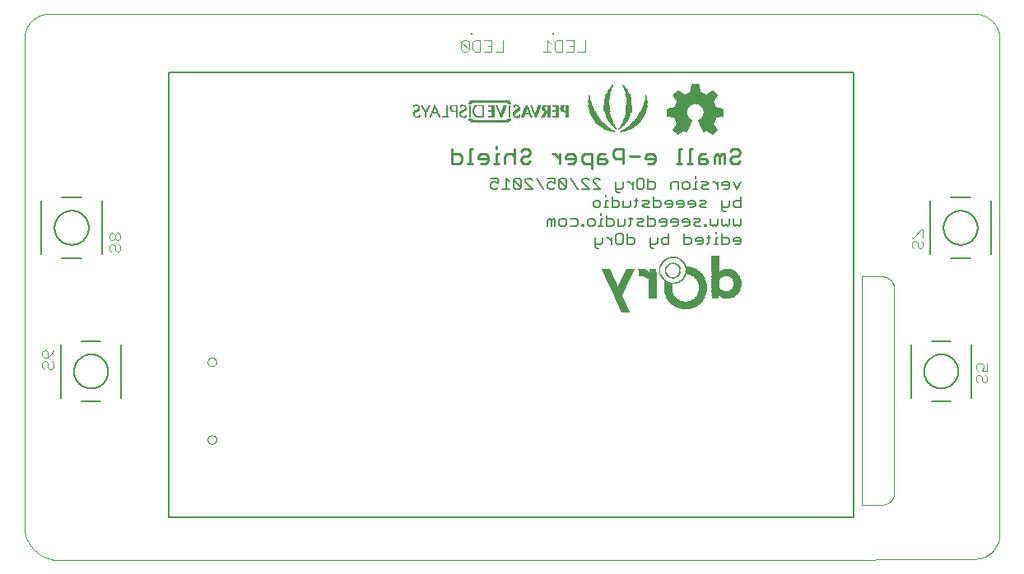
<source format=gbo>
G75*
%MOIN*%
%OFA0B0*%
%FSLAX25Y25*%
%IPPOS*%
%LPD*%
%AMOC8*
5,1,8,0,0,1.08239X$1,22.5*
%
%ADD10C,0.00100*%
%ADD11C,0.01100*%
%ADD12C,0.00600*%
%ADD13R,0.14000X0.00100*%
%ADD14R,0.14600X0.00100*%
%ADD15R,0.15200X0.00100*%
%ADD16R,0.15700X0.00100*%
%ADD17R,0.16000X0.00100*%
%ADD18R,0.16300X0.00100*%
%ADD19R,0.16400X0.00100*%
%ADD20R,0.16700X0.00100*%
%ADD21R,0.16800X0.00100*%
%ADD22R,0.01700X0.00100*%
%ADD23R,0.15000X0.00100*%
%ADD24R,0.01400X0.00100*%
%ADD25R,0.01200X0.00100*%
%ADD26R,0.01100X0.00100*%
%ADD27R,0.01000X0.00100*%
%ADD28R,0.00900X0.00100*%
%ADD29R,0.00400X0.00100*%
%ADD30R,0.00300X0.00100*%
%ADD31R,0.02700X0.00100*%
%ADD32R,0.00700X0.00100*%
%ADD33R,0.00500X0.00100*%
%ADD34R,0.01300X0.00100*%
%ADD35R,0.00600X0.00100*%
%ADD36R,0.02800X0.00100*%
%ADD37R,0.02300X0.00100*%
%ADD38R,0.00800X0.00100*%
%ADD39R,0.02600X0.00100*%
%ADD40R,0.02100X0.00100*%
%ADD41R,0.01900X0.00100*%
%ADD42R,0.02400X0.00100*%
%ADD43R,0.03200X0.00100*%
%ADD44R,0.02200X0.00100*%
%ADD45R,0.02500X0.00100*%
%ADD46R,0.03300X0.00100*%
%ADD47R,0.01500X0.00100*%
%ADD48R,0.00200X0.00100*%
%ADD49R,0.00100X0.00100*%
%ADD50R,0.01600X0.00100*%
%ADD51R,0.01800X0.00100*%
%ADD52R,0.03500X0.00100*%
%ADD53R,0.03000X0.00100*%
%ADD54R,0.02900X0.00100*%
%ADD55R,0.02000X0.00100*%
%ADD56R,0.03800X0.00100*%
%ADD57R,0.03600X0.00100*%
%ADD58R,0.03100X0.00100*%
%ADD59R,0.16600X0.00100*%
%ADD60R,0.16500X0.00100*%
%ADD61R,0.16200X0.00100*%
%ADD62R,0.16100X0.00100*%
%ADD63R,0.15800X0.00100*%
%ADD64R,0.15400X0.00100*%
%ADD65R,0.14900X0.00100*%
%ADD66R,0.14200X0.00100*%
%ADD67R,0.03248X0.00059*%
%ADD68R,0.03189X0.00059*%
%ADD69R,0.00709X0.00059*%
%ADD70R,0.02303X0.00059*%
%ADD71R,0.03130X0.00059*%
%ADD72R,0.03780X0.00059*%
%ADD73R,0.04311X0.00059*%
%ADD74R,0.04783X0.00059*%
%ADD75R,0.05256X0.00059*%
%ADD76R,0.05610X0.00059*%
%ADD77R,0.06024X0.00059*%
%ADD78R,0.06319X0.00059*%
%ADD79R,0.06673X0.00059*%
%ADD80R,0.06969X0.00059*%
%ADD81R,0.07264X0.00059*%
%ADD82R,0.07500X0.00059*%
%ADD83R,0.07795X0.00059*%
%ADD84R,0.08031X0.00059*%
%ADD85R,0.08268X0.00059*%
%ADD86R,0.08504X0.00059*%
%ADD87R,0.08681X0.00059*%
%ADD88R,0.08917X0.00059*%
%ADD89R,0.09154X0.00059*%
%ADD90R,0.09331X0.00059*%
%ADD91R,0.09508X0.00059*%
%ADD92R,0.09685X0.00059*%
%ADD93R,0.09862X0.00059*%
%ADD94R,0.10098X0.00059*%
%ADD95R,0.10217X0.00059*%
%ADD96R,0.10394X0.00059*%
%ADD97R,0.10571X0.00059*%
%ADD98R,0.10689X0.00059*%
%ADD99R,0.10866X0.00059*%
%ADD100R,0.11043X0.00059*%
%ADD101R,0.11161X0.00059*%
%ADD102R,0.11339X0.00059*%
%ADD103R,0.11457X0.00059*%
%ADD104R,0.11634X0.00059*%
%ADD105R,0.11752X0.00059*%
%ADD106R,0.11870X0.00059*%
%ADD107R,0.11988X0.00059*%
%ADD108R,0.12106X0.00059*%
%ADD109R,0.12224X0.00059*%
%ADD110R,0.12343X0.00059*%
%ADD111R,0.12461X0.00059*%
%ADD112R,0.12579X0.00059*%
%ADD113R,0.12697X0.00059*%
%ADD114R,0.12815X0.00059*%
%ADD115R,0.12933X0.00059*%
%ADD116R,0.13051X0.00059*%
%ADD117R,0.13169X0.00059*%
%ADD118R,0.05846X0.00059*%
%ADD119R,0.05787X0.00059*%
%ADD120R,0.05551X0.00059*%
%ADD121R,0.05315X0.00059*%
%ADD122R,0.05138X0.00059*%
%ADD123R,0.05197X0.00059*%
%ADD124R,0.05020X0.00059*%
%ADD125R,0.05079X0.00059*%
%ADD126R,0.04961X0.00059*%
%ADD127R,0.04843X0.00059*%
%ADD128R,0.04724X0.00059*%
%ADD129R,0.04665X0.00059*%
%ADD130R,0.04606X0.00059*%
%ADD131R,0.04547X0.00059*%
%ADD132R,0.04488X0.00059*%
%ADD133R,0.04429X0.00059*%
%ADD134R,0.04370X0.00059*%
%ADD135R,0.04252X0.00059*%
%ADD136R,0.04193X0.00059*%
%ADD137R,0.04134X0.00059*%
%ADD138R,0.04075X0.00059*%
%ADD139R,0.04016X0.00059*%
%ADD140R,0.03957X0.00059*%
%ADD141R,0.01594X0.00059*%
%ADD142R,0.02244X0.00059*%
%ADD143R,0.03898X0.00059*%
%ADD144R,0.02717X0.00059*%
%ADD145R,0.02953X0.00059*%
%ADD146R,0.03839X0.00059*%
%ADD147R,0.03071X0.00059*%
%ADD148R,0.03543X0.00059*%
%ADD149R,0.03720X0.00059*%
%ADD150R,0.03661X0.00059*%
%ADD151R,0.05374X0.00059*%
%ADD152R,0.03602X0.00059*%
%ADD153R,0.05728X0.00059*%
%ADD154R,0.05965X0.00059*%
%ADD155R,0.06083X0.00059*%
%ADD156R,0.06260X0.00059*%
%ADD157R,0.06437X0.00059*%
%ADD158R,0.06614X0.00059*%
%ADD159R,0.03484X0.00059*%
%ADD160R,0.09744X0.00059*%
%ADD161R,0.09921X0.00059*%
%ADD162R,0.03425X0.00059*%
%ADD163R,0.09980X0.00059*%
%ADD164R,0.03307X0.00059*%
%ADD165R,0.10039X0.00059*%
%ADD166R,0.10157X0.00059*%
%ADD167R,0.03366X0.00059*%
%ADD168R,0.10276X0.00059*%
%ADD169R,0.10335X0.00059*%
%ADD170R,0.10453X0.00059*%
%ADD171R,0.10512X0.00059*%
%ADD172R,0.10630X0.00059*%
%ADD173R,0.10748X0.00059*%
%ADD174R,0.10807X0.00059*%
%ADD175R,0.10925X0.00059*%
%ADD176R,0.10984X0.00059*%
%ADD177R,0.11102X0.00059*%
%ADD178R,0.04902X0.00059*%
%ADD179R,0.05433X0.00059*%
%ADD180R,0.05492X0.00059*%
%ADD181R,0.05669X0.00059*%
%ADD182R,0.05906X0.00059*%
%ADD183R,0.06142X0.00059*%
%ADD184R,0.06378X0.00059*%
%ADD185R,0.06496X0.00059*%
%ADD186R,0.01240X0.00059*%
%ADD187R,0.02835X0.00059*%
%ADD188R,0.01063X0.00059*%
%ADD189R,0.02480X0.00059*%
%ADD190R,0.00886X0.00059*%
%ADD191R,0.02185X0.00059*%
%ADD192R,0.00768X0.00059*%
%ADD193R,0.01949X0.00059*%
%ADD194R,0.01713X0.00059*%
%ADD195R,0.01417X0.00059*%
%ADD196R,0.00650X0.00059*%
%ADD197R,0.01299X0.00059*%
%ADD198R,0.01122X0.00059*%
%ADD199R,0.00591X0.00059*%
%ADD200R,0.01004X0.00059*%
%ADD201R,0.00827X0.00059*%
%ADD202R,0.00531X0.00059*%
%ADD203R,0.00472X0.00059*%
%ADD204R,0.00413X0.00059*%
%ADD205R,0.00354X0.00059*%
%ADD206R,0.01890X0.00059*%
%ADD207R,0.00945X0.00059*%
%ADD208R,0.00295X0.00059*%
%ADD209R,0.07028X0.00059*%
%ADD210R,0.07087X0.00059*%
%ADD211R,0.07146X0.00059*%
%ADD212R,0.06555X0.00059*%
%ADD213R,0.06201X0.00059*%
%ADD214R,0.07205X0.00059*%
%ADD215R,0.09803X0.00059*%
%ADD216R,0.09626X0.00059*%
%ADD217R,0.09567X0.00059*%
%ADD218R,0.03012X0.00059*%
%ADD219R,0.02894X0.00059*%
%ADD220R,0.02539X0.00059*%
%ADD221R,0.02362X0.00059*%
%ADD222R,0.01654X0.00059*%
%ADD223R,0.02657X0.00059*%
%ADD224R,0.02421X0.00059*%
%ADD225R,0.01476X0.00059*%
%ADD226C,0.00000*%
%ADD227R,0.00050X0.00050*%
%ADD228R,0.00350X0.00050*%
%ADD229R,0.00250X0.00050*%
%ADD230R,0.00600X0.00050*%
%ADD231R,0.00900X0.00050*%
%ADD232R,0.00850X0.00050*%
%ADD233R,0.01100X0.00050*%
%ADD234R,0.01150X0.00050*%
%ADD235R,0.01200X0.00050*%
%ADD236R,0.01250X0.00050*%
%ADD237R,0.01500X0.00050*%
%ADD238R,0.01450X0.00050*%
%ADD239R,0.01550X0.00050*%
%ADD240R,0.01600X0.00050*%
%ADD241R,0.01700X0.00050*%
%ADD242R,0.01750X0.00050*%
%ADD243R,0.01800X0.00050*%
%ADD244R,0.01950X0.00050*%
%ADD245R,0.01900X0.00050*%
%ADD246R,0.02000X0.00050*%
%ADD247R,0.02050X0.00050*%
%ADD248R,0.00100X0.00050*%
%ADD249R,0.02200X0.00050*%
%ADD250R,0.02250X0.00050*%
%ADD251R,0.02300X0.00050*%
%ADD252R,0.02350X0.00050*%
%ADD253R,0.02450X0.00050*%
%ADD254R,0.02400X0.00050*%
%ADD255R,0.02500X0.00050*%
%ADD256R,0.00150X0.00050*%
%ADD257R,0.02550X0.00050*%
%ADD258R,0.02600X0.00050*%
%ADD259R,0.00200X0.00050*%
%ADD260R,0.02700X0.00050*%
%ADD261R,0.00300X0.00050*%
%ADD262R,0.02650X0.00050*%
%ADD263R,0.02750X0.00050*%
%ADD264R,0.00400X0.00050*%
%ADD265R,0.00450X0.00050*%
%ADD266R,0.02800X0.00050*%
%ADD267R,0.00500X0.00050*%
%ADD268R,0.00550X0.00050*%
%ADD269R,0.00650X0.00050*%
%ADD270R,0.02850X0.00050*%
%ADD271R,0.00700X0.00050*%
%ADD272R,0.02900X0.00050*%
%ADD273R,0.00750X0.00050*%
%ADD274R,0.02950X0.00050*%
%ADD275R,0.00800X0.00050*%
%ADD276R,0.00950X0.00050*%
%ADD277R,0.01000X0.00050*%
%ADD278R,0.01050X0.00050*%
%ADD279R,0.03000X0.00050*%
%ADD280R,0.01300X0.00050*%
%ADD281R,0.03050X0.00050*%
%ADD282R,0.01350X0.00050*%
%ADD283R,0.01400X0.00050*%
%ADD284R,0.01650X0.00050*%
%ADD285R,0.01850X0.00050*%
%ADD286R,0.02100X0.00050*%
%ADD287R,0.02150X0.00050*%
%ADD288C,0.00800*%
%ADD289C,0.00400*%
%ADD290R,0.00984X0.00984*%
D10*
X0091780Y0019562D02*
X0091780Y0219467D01*
X0091794Y0219705D01*
X0091814Y0219942D01*
X0091839Y0220179D01*
X0091871Y0220416D01*
X0091907Y0220651D01*
X0091950Y0220886D01*
X0091998Y0221119D01*
X0092052Y0221352D01*
X0092112Y0221582D01*
X0092177Y0221812D01*
X0092248Y0222040D01*
X0092324Y0222266D01*
X0092405Y0222490D01*
X0092492Y0222712D01*
X0092584Y0222932D01*
X0092682Y0223149D01*
X0092785Y0223364D01*
X0092893Y0223577D01*
X0093006Y0223787D01*
X0093124Y0223994D01*
X0093247Y0224198D01*
X0093375Y0224399D01*
X0093508Y0224597D01*
X0093645Y0224792D01*
X0093787Y0224984D01*
X0093934Y0225172D01*
X0094085Y0225356D01*
X0094241Y0225536D01*
X0094401Y0225713D01*
X0094565Y0225886D01*
X0094734Y0226055D01*
X0094906Y0226220D01*
X0095082Y0226380D01*
X0095263Y0226536D01*
X0095446Y0226688D01*
X0095634Y0226836D01*
X0095825Y0226978D01*
X0096019Y0227116D01*
X0096217Y0227250D01*
X0096418Y0227378D01*
X0096622Y0227502D01*
X0096828Y0227621D01*
X0097038Y0227734D01*
X0097250Y0227843D01*
X0097465Y0227946D01*
X0097683Y0228044D01*
X0097902Y0228137D01*
X0098124Y0228225D01*
X0098348Y0228307D01*
X0098573Y0228384D01*
X0098801Y0228455D01*
X0099030Y0228521D01*
X0099261Y0228581D01*
X0099493Y0228635D01*
X0099726Y0228684D01*
X0099961Y0228728D01*
X0100196Y0228765D01*
X0100433Y0228797D01*
X0100670Y0228824D01*
X0100907Y0228844D01*
X0101145Y0228859D01*
X0101383Y0228868D01*
X0101622Y0228871D01*
X0101860Y0228868D01*
X0102099Y0228860D01*
X0102098Y0228861D02*
X0476594Y0228861D01*
X0476836Y0228858D01*
X0477077Y0228849D01*
X0477318Y0228835D01*
X0477559Y0228814D01*
X0477799Y0228788D01*
X0478039Y0228756D01*
X0478278Y0228718D01*
X0478515Y0228675D01*
X0478752Y0228625D01*
X0478987Y0228570D01*
X0479221Y0228510D01*
X0479453Y0228443D01*
X0479684Y0228372D01*
X0479913Y0228294D01*
X0480140Y0228211D01*
X0480365Y0228123D01*
X0480588Y0228029D01*
X0480808Y0227930D01*
X0481026Y0227825D01*
X0481241Y0227716D01*
X0481454Y0227601D01*
X0481664Y0227481D01*
X0481870Y0227356D01*
X0482074Y0227226D01*
X0482275Y0227091D01*
X0482472Y0226951D01*
X0482666Y0226807D01*
X0482856Y0226658D01*
X0483042Y0226504D01*
X0483225Y0226346D01*
X0483404Y0226184D01*
X0483579Y0226017D01*
X0483750Y0225846D01*
X0483917Y0225671D01*
X0484079Y0225492D01*
X0484237Y0225309D01*
X0484391Y0225123D01*
X0484540Y0224933D01*
X0484684Y0224739D01*
X0484824Y0224542D01*
X0484959Y0224341D01*
X0485089Y0224137D01*
X0485214Y0223931D01*
X0485334Y0223721D01*
X0485449Y0223508D01*
X0485558Y0223293D01*
X0485663Y0223075D01*
X0485762Y0222855D01*
X0485856Y0222632D01*
X0485944Y0222407D01*
X0486027Y0222180D01*
X0486105Y0221951D01*
X0486176Y0221720D01*
X0486243Y0221488D01*
X0486303Y0221254D01*
X0486358Y0221019D01*
X0486408Y0220782D01*
X0486451Y0220545D01*
X0486489Y0220306D01*
X0486521Y0220066D01*
X0486547Y0219826D01*
X0486568Y0219585D01*
X0486582Y0219344D01*
X0486591Y0219103D01*
X0486594Y0218861D01*
X0486594Y0017955D01*
X0486591Y0017713D01*
X0486582Y0017472D01*
X0486568Y0017231D01*
X0486547Y0016990D01*
X0486521Y0016750D01*
X0486489Y0016510D01*
X0486451Y0016271D01*
X0486408Y0016034D01*
X0486358Y0015797D01*
X0486303Y0015562D01*
X0486243Y0015328D01*
X0486176Y0015096D01*
X0486105Y0014865D01*
X0486027Y0014636D01*
X0485944Y0014409D01*
X0485856Y0014184D01*
X0485762Y0013961D01*
X0485663Y0013741D01*
X0485558Y0013523D01*
X0485449Y0013308D01*
X0485334Y0013095D01*
X0485214Y0012885D01*
X0485089Y0012679D01*
X0484959Y0012475D01*
X0484824Y0012274D01*
X0484684Y0012077D01*
X0484540Y0011883D01*
X0484391Y0011693D01*
X0484237Y0011507D01*
X0484079Y0011324D01*
X0483917Y0011145D01*
X0483750Y0010970D01*
X0483579Y0010799D01*
X0483404Y0010632D01*
X0483225Y0010470D01*
X0483042Y0010312D01*
X0482856Y0010158D01*
X0482666Y0010009D01*
X0482472Y0009865D01*
X0482275Y0009725D01*
X0482074Y0009590D01*
X0481870Y0009460D01*
X0481664Y0009335D01*
X0481454Y0009215D01*
X0481241Y0009100D01*
X0481026Y0008991D01*
X0480808Y0008886D01*
X0480588Y0008787D01*
X0480365Y0008693D01*
X0480140Y0008605D01*
X0479913Y0008522D01*
X0479684Y0008444D01*
X0479453Y0008373D01*
X0479221Y0008306D01*
X0478987Y0008246D01*
X0478752Y0008191D01*
X0478515Y0008141D01*
X0478278Y0008098D01*
X0478039Y0008060D01*
X0477799Y0008028D01*
X0477559Y0008002D01*
X0477318Y0007981D01*
X0477077Y0007967D01*
X0476836Y0007958D01*
X0476594Y0007955D01*
X0395677Y0007562D01*
X0396496Y0007562D01*
X0395677Y0007562D02*
X0212150Y0007562D01*
X0107780Y0007562D01*
X0107441Y0007518D01*
X0107101Y0007482D01*
X0106761Y0007454D01*
X0106419Y0007434D01*
X0106078Y0007423D01*
X0105736Y0007420D01*
X0105394Y0007425D01*
X0105053Y0007439D01*
X0104712Y0007460D01*
X0104371Y0007490D01*
X0104032Y0007528D01*
X0103693Y0007575D01*
X0103356Y0007629D01*
X0103020Y0007692D01*
X0102686Y0007763D01*
X0102353Y0007841D01*
X0102023Y0007928D01*
X0101694Y0008023D01*
X0101368Y0008126D01*
X0101045Y0008236D01*
X0100724Y0008355D01*
X0100407Y0008481D01*
X0100092Y0008614D01*
X0099781Y0008756D01*
X0099473Y0008904D01*
X0099169Y0009060D01*
X0098869Y0009224D01*
X0098573Y0009394D01*
X0098281Y0009572D01*
X0097993Y0009757D01*
X0097710Y0009948D01*
X0097432Y0010147D01*
X0097159Y0010352D01*
X0096890Y0010563D01*
X0096627Y0010781D01*
X0096369Y0011006D01*
X0096117Y0011236D01*
X0095870Y0011473D01*
X0095629Y0011715D01*
X0095394Y0011963D01*
X0095166Y0012217D01*
X0094943Y0012476D01*
X0094726Y0012741D01*
X0094517Y0013010D01*
X0094313Y0013285D01*
X0094117Y0013565D01*
X0093927Y0013849D01*
X0093744Y0014137D01*
X0093568Y0014430D01*
X0093399Y0014728D01*
X0093238Y0015029D01*
X0093083Y0015334D01*
X0092937Y0015642D01*
X0092797Y0015954D01*
X0092666Y0016270D01*
X0092542Y0016588D01*
X0092425Y0016910D01*
X0092317Y0017234D01*
X0092216Y0017560D01*
X0092123Y0017889D01*
X0092039Y0018220D01*
X0091962Y0018553D01*
X0091893Y0018888D01*
X0091833Y0019224D01*
X0091780Y0019562D01*
X0431008Y0029924D02*
X0438966Y0029886D01*
X0431008Y0029924D02*
X0431008Y0122424D01*
X0439008Y0122424D01*
X0439148Y0122421D01*
X0439288Y0122414D01*
X0439428Y0122403D01*
X0439567Y0122388D01*
X0439706Y0122369D01*
X0439844Y0122347D01*
X0439982Y0122320D01*
X0440119Y0122290D01*
X0440255Y0122255D01*
X0440390Y0122218D01*
X0440524Y0122176D01*
X0440656Y0122130D01*
X0440787Y0122081D01*
X0440917Y0122028D01*
X0441046Y0121972D01*
X0441172Y0121912D01*
X0441297Y0121848D01*
X0441420Y0121781D01*
X0441542Y0121711D01*
X0441661Y0121637D01*
X0441778Y0121559D01*
X0441893Y0121479D01*
X0442005Y0121395D01*
X0442115Y0121309D01*
X0442223Y0121219D01*
X0442328Y0121126D01*
X0442430Y0121030D01*
X0442530Y0120932D01*
X0442627Y0120831D01*
X0442721Y0120727D01*
X0442812Y0120620D01*
X0442900Y0120511D01*
X0442985Y0120400D01*
X0443067Y0120286D01*
X0443146Y0120170D01*
X0443221Y0120051D01*
X0443293Y0119931D01*
X0443361Y0119809D01*
X0443427Y0119685D01*
X0443488Y0119559D01*
X0443546Y0119431D01*
X0443601Y0119302D01*
X0443651Y0119171D01*
X0443699Y0119039D01*
X0443742Y0118906D01*
X0443782Y0118771D01*
X0443817Y0118636D01*
X0443849Y0118499D01*
X0443878Y0118362D01*
X0443902Y0118224D01*
X0443922Y0118085D01*
X0443939Y0117946D01*
X0443951Y0117806D01*
X0443960Y0117667D01*
X0443965Y0117526D01*
X0443966Y0117386D01*
X0443966Y0034886D01*
X0443964Y0034746D01*
X0443958Y0034606D01*
X0443948Y0034466D01*
X0443935Y0034326D01*
X0443917Y0034187D01*
X0443895Y0034048D01*
X0443870Y0033911D01*
X0443841Y0033773D01*
X0443808Y0033637D01*
X0443771Y0033502D01*
X0443730Y0033368D01*
X0443685Y0033235D01*
X0443637Y0033103D01*
X0443585Y0032973D01*
X0443530Y0032844D01*
X0443471Y0032717D01*
X0443408Y0032591D01*
X0443342Y0032467D01*
X0443273Y0032346D01*
X0443200Y0032226D01*
X0443123Y0032108D01*
X0443044Y0031993D01*
X0442961Y0031879D01*
X0442875Y0031769D01*
X0442786Y0031660D01*
X0442694Y0031554D01*
X0442599Y0031451D01*
X0442502Y0031350D01*
X0442401Y0031253D01*
X0442298Y0031158D01*
X0442192Y0031066D01*
X0442083Y0030977D01*
X0441973Y0030891D01*
X0441859Y0030808D01*
X0441744Y0030729D01*
X0441626Y0030652D01*
X0441506Y0030579D01*
X0441385Y0030510D01*
X0441261Y0030444D01*
X0441135Y0030381D01*
X0441008Y0030322D01*
X0440879Y0030267D01*
X0440749Y0030215D01*
X0440617Y0030167D01*
X0440484Y0030122D01*
X0440350Y0030081D01*
X0440215Y0030044D01*
X0440079Y0030011D01*
X0439941Y0029982D01*
X0439804Y0029957D01*
X0439665Y0029935D01*
X0439526Y0029917D01*
X0439386Y0029904D01*
X0439246Y0029894D01*
X0439106Y0029888D01*
X0438966Y0029886D01*
D11*
X0321379Y0166143D02*
X0321379Y0172048D01*
X0318426Y0172048D01*
X0317442Y0171064D01*
X0317442Y0169096D01*
X0318426Y0168112D01*
X0321379Y0168112D01*
X0323887Y0168112D02*
X0323887Y0171064D01*
X0324872Y0172048D01*
X0326840Y0172048D01*
X0326840Y0170080D02*
X0323887Y0170080D01*
X0323887Y0168112D02*
X0326840Y0168112D01*
X0327824Y0169096D01*
X0326840Y0170080D01*
X0330333Y0171064D02*
X0330333Y0173032D01*
X0331317Y0174017D01*
X0334270Y0174017D01*
X0334270Y0168112D01*
X0334270Y0170080D02*
X0331317Y0170080D01*
X0330333Y0171064D01*
X0336778Y0171064D02*
X0340715Y0171064D01*
X0343224Y0171064D02*
X0343224Y0170080D01*
X0347161Y0170080D01*
X0347161Y0171064D02*
X0346176Y0172048D01*
X0344208Y0172048D01*
X0343224Y0171064D01*
X0344208Y0168112D02*
X0346176Y0168112D01*
X0347161Y0169096D01*
X0347161Y0171064D01*
X0355935Y0168112D02*
X0357903Y0168112D01*
X0356919Y0168112D02*
X0356919Y0174017D01*
X0357903Y0174017D01*
X0361216Y0174017D02*
X0361216Y0168112D01*
X0362200Y0168112D02*
X0360232Y0168112D01*
X0364709Y0168112D02*
X0364709Y0171064D01*
X0365693Y0172048D01*
X0367661Y0172048D01*
X0367661Y0170080D02*
X0364709Y0170080D01*
X0364709Y0168112D02*
X0367661Y0168112D01*
X0368646Y0169096D01*
X0367661Y0170080D01*
X0371154Y0171064D02*
X0371154Y0168112D01*
X0373123Y0168112D02*
X0373123Y0171064D01*
X0372139Y0172048D01*
X0371154Y0171064D01*
X0373123Y0171064D02*
X0374107Y0172048D01*
X0375091Y0172048D01*
X0375091Y0168112D01*
X0377600Y0169096D02*
X0377600Y0170080D01*
X0378584Y0171064D01*
X0380552Y0171064D01*
X0381537Y0172048D01*
X0381537Y0173032D01*
X0380552Y0174017D01*
X0378584Y0174017D01*
X0377600Y0173032D01*
X0377600Y0169096D02*
X0378584Y0168112D01*
X0380552Y0168112D01*
X0381537Y0169096D01*
X0362200Y0174017D02*
X0361216Y0174017D01*
X0314933Y0171064D02*
X0314933Y0169096D01*
X0313949Y0168112D01*
X0311981Y0168112D01*
X0310996Y0170080D02*
X0314933Y0170080D01*
X0314933Y0171064D02*
X0313949Y0172048D01*
X0311981Y0172048D01*
X0310996Y0171064D01*
X0310996Y0170080D01*
X0308488Y0170080D02*
X0306519Y0172048D01*
X0305535Y0172048D01*
X0308488Y0172048D02*
X0308488Y0168112D01*
X0296671Y0169096D02*
X0295687Y0168112D01*
X0293718Y0168112D01*
X0292734Y0169096D01*
X0292734Y0170080D01*
X0293718Y0171064D01*
X0295687Y0171064D01*
X0296671Y0172048D01*
X0296671Y0173032D01*
X0295687Y0174017D01*
X0293718Y0174017D01*
X0292734Y0173032D01*
X0290225Y0174017D02*
X0290225Y0168112D01*
X0290225Y0171064D02*
X0289241Y0172048D01*
X0287273Y0172048D01*
X0286289Y0171064D01*
X0286289Y0168112D01*
X0283780Y0168112D02*
X0281812Y0168112D01*
X0282796Y0168112D02*
X0282796Y0172048D01*
X0283780Y0172048D01*
X0282796Y0174017D02*
X0282796Y0175001D01*
X0279483Y0171064D02*
X0278499Y0172048D01*
X0276530Y0172048D01*
X0275546Y0171064D01*
X0275546Y0170080D01*
X0279483Y0170080D01*
X0279483Y0169096D02*
X0279483Y0171064D01*
X0279483Y0169096D02*
X0278499Y0168112D01*
X0276530Y0168112D01*
X0273037Y0168112D02*
X0271069Y0168112D01*
X0272053Y0168112D02*
X0272053Y0174017D01*
X0273037Y0174017D01*
X0268740Y0171064D02*
X0267756Y0172048D01*
X0264804Y0172048D01*
X0264804Y0174017D02*
X0264804Y0168112D01*
X0267756Y0168112D01*
X0268740Y0169096D01*
X0268740Y0171064D01*
D12*
X0280634Y0162265D02*
X0283570Y0162265D01*
X0283570Y0160063D01*
X0282102Y0160797D01*
X0281368Y0160797D01*
X0280634Y0160063D01*
X0280634Y0158596D01*
X0281368Y0157862D01*
X0282836Y0157862D01*
X0283570Y0158596D01*
X0285238Y0157862D02*
X0288173Y0157862D01*
X0286706Y0157862D02*
X0286706Y0162265D01*
X0288173Y0160797D01*
X0289842Y0161531D02*
X0292777Y0158596D01*
X0292043Y0157862D01*
X0290576Y0157862D01*
X0289842Y0158596D01*
X0289842Y0161531D01*
X0290576Y0162265D01*
X0292043Y0162265D01*
X0292777Y0161531D01*
X0292777Y0158596D01*
X0294445Y0157862D02*
X0297381Y0157862D01*
X0294445Y0160797D01*
X0294445Y0161531D01*
X0295179Y0162265D01*
X0296647Y0162265D01*
X0297381Y0161531D01*
X0299049Y0162265D02*
X0301985Y0157862D01*
X0303653Y0158596D02*
X0304387Y0157862D01*
X0305855Y0157862D01*
X0306589Y0158596D01*
X0306589Y0160063D02*
X0305121Y0160797D01*
X0304387Y0160797D01*
X0303653Y0160063D01*
X0303653Y0158596D01*
X0306589Y0160063D02*
X0306589Y0162265D01*
X0303653Y0162265D01*
X0308257Y0161531D02*
X0311193Y0158596D01*
X0310459Y0157862D01*
X0308991Y0157862D01*
X0308257Y0158596D01*
X0308257Y0161531D01*
X0308991Y0162265D01*
X0310459Y0162265D01*
X0311193Y0161531D01*
X0311193Y0158596D01*
X0312861Y0162265D02*
X0315797Y0157862D01*
X0317465Y0157862D02*
X0320401Y0157862D01*
X0317465Y0160797D01*
X0317465Y0161531D01*
X0318199Y0162265D01*
X0319667Y0162265D01*
X0320401Y0161531D01*
X0322069Y0161531D02*
X0322803Y0162265D01*
X0324271Y0162265D01*
X0325005Y0161531D01*
X0322069Y0161531D02*
X0322069Y0160797D01*
X0325005Y0157862D01*
X0322069Y0157862D01*
X0322803Y0153297D02*
X0322069Y0152563D01*
X0322069Y0151096D01*
X0322803Y0150362D01*
X0324271Y0150362D01*
X0325005Y0151096D01*
X0325005Y0152563D01*
X0324271Y0153297D01*
X0322803Y0153297D01*
X0327340Y0153297D02*
X0327340Y0150362D01*
X0328074Y0150362D02*
X0326606Y0150362D01*
X0325038Y0147999D02*
X0325038Y0147265D01*
X0325038Y0145797D02*
X0325038Y0142862D01*
X0325772Y0142862D02*
X0324304Y0142862D01*
X0322703Y0143596D02*
X0321969Y0142862D01*
X0320501Y0142862D01*
X0319767Y0143596D01*
X0319767Y0145063D01*
X0320501Y0145797D01*
X0321969Y0145797D01*
X0322703Y0145063D01*
X0322703Y0143596D01*
X0325038Y0145797D02*
X0325772Y0145797D01*
X0327440Y0145797D02*
X0329642Y0145797D01*
X0330376Y0145063D01*
X0330376Y0143596D01*
X0329642Y0142862D01*
X0327440Y0142862D01*
X0327440Y0147265D01*
X0329742Y0150362D02*
X0331944Y0150362D01*
X0332678Y0151096D01*
X0332678Y0152563D01*
X0331944Y0153297D01*
X0329742Y0153297D01*
X0329742Y0154765D02*
X0329742Y0150362D01*
X0328074Y0153297D02*
X0327340Y0153297D01*
X0327340Y0154765D02*
X0327340Y0155499D01*
X0331277Y0157128D02*
X0332011Y0156394D01*
X0332745Y0156394D01*
X0333479Y0157862D02*
X0331277Y0157862D01*
X0331277Y0157128D02*
X0331277Y0160797D01*
X0334213Y0160797D02*
X0334213Y0158596D01*
X0333479Y0157862D01*
X0336581Y0160797D02*
X0338049Y0159329D01*
X0338049Y0157862D02*
X0338049Y0160797D01*
X0336581Y0160797D02*
X0335847Y0160797D01*
X0339717Y0161531D02*
X0339717Y0158596D01*
X0340451Y0157862D01*
X0341919Y0157862D01*
X0342653Y0158596D01*
X0342653Y0161531D01*
X0341919Y0162265D01*
X0340451Y0162265D01*
X0339717Y0161531D01*
X0344321Y0160797D02*
X0346523Y0160797D01*
X0347257Y0160063D01*
X0347257Y0158596D01*
X0346523Y0157862D01*
X0344321Y0157862D01*
X0344321Y0162265D01*
X0353529Y0160063D02*
X0353529Y0157862D01*
X0353529Y0160063D02*
X0354263Y0160797D01*
X0356465Y0160797D01*
X0356465Y0157862D01*
X0358133Y0158596D02*
X0358867Y0157862D01*
X0360335Y0157862D01*
X0361069Y0158596D01*
X0361069Y0160063D01*
X0360335Y0160797D01*
X0358867Y0160797D01*
X0358133Y0160063D01*
X0358133Y0158596D01*
X0362670Y0157862D02*
X0364138Y0157862D01*
X0363404Y0157862D02*
X0363404Y0160797D01*
X0364138Y0160797D01*
X0363404Y0162265D02*
X0363404Y0162999D01*
X0365806Y0160797D02*
X0368008Y0160797D01*
X0368742Y0160063D01*
X0368008Y0159329D01*
X0366540Y0159329D01*
X0365806Y0158596D01*
X0366540Y0157862D01*
X0368742Y0157862D01*
X0371111Y0160797D02*
X0372579Y0159329D01*
X0372579Y0157862D02*
X0372579Y0160797D01*
X0371111Y0160797D02*
X0370377Y0160797D01*
X0374247Y0160063D02*
X0374247Y0159329D01*
X0377183Y0159329D01*
X0377183Y0158596D02*
X0377183Y0160063D01*
X0376449Y0160797D01*
X0374981Y0160797D01*
X0374247Y0160063D01*
X0374981Y0157862D02*
X0376449Y0157862D01*
X0377183Y0158596D01*
X0378851Y0160797D02*
X0380319Y0157862D01*
X0381787Y0160797D01*
X0381787Y0154765D02*
X0381787Y0150362D01*
X0379585Y0150362D01*
X0378851Y0151096D01*
X0378851Y0152563D01*
X0379585Y0153297D01*
X0381787Y0153297D01*
X0377183Y0153297D02*
X0377183Y0151096D01*
X0376449Y0150362D01*
X0374247Y0150362D01*
X0374247Y0149628D02*
X0374981Y0148894D01*
X0375715Y0148894D01*
X0374247Y0149628D02*
X0374247Y0153297D01*
X0367975Y0152563D02*
X0367241Y0153297D01*
X0365039Y0153297D01*
X0365773Y0151829D02*
X0367241Y0151829D01*
X0367975Y0152563D01*
X0367975Y0150362D02*
X0365773Y0150362D01*
X0365039Y0151096D01*
X0365773Y0151829D01*
X0363371Y0151829D02*
X0360435Y0151829D01*
X0360435Y0152563D01*
X0361169Y0153297D01*
X0362637Y0153297D01*
X0363371Y0152563D01*
X0363371Y0151096D01*
X0362637Y0150362D01*
X0361169Y0150362D01*
X0358767Y0151096D02*
X0358767Y0152563D01*
X0358033Y0153297D01*
X0356565Y0153297D01*
X0355831Y0152563D01*
X0355831Y0151829D01*
X0358767Y0151829D01*
X0358767Y0151096D02*
X0358033Y0150362D01*
X0356565Y0150362D01*
X0354163Y0151096D02*
X0354163Y0152563D01*
X0353429Y0153297D01*
X0351961Y0153297D01*
X0351227Y0152563D01*
X0351227Y0151829D01*
X0354163Y0151829D01*
X0354163Y0151096D02*
X0353429Y0150362D01*
X0351961Y0150362D01*
X0349559Y0151096D02*
X0349559Y0152563D01*
X0348825Y0153297D01*
X0346623Y0153297D01*
X0346623Y0154765D02*
X0346623Y0150362D01*
X0348825Y0150362D01*
X0349559Y0151096D01*
X0344955Y0150362D02*
X0342753Y0150362D01*
X0342019Y0151096D01*
X0342753Y0151829D01*
X0344221Y0151829D01*
X0344955Y0152563D01*
X0344221Y0153297D01*
X0342019Y0153297D01*
X0340351Y0153297D02*
X0338883Y0153297D01*
X0339617Y0154031D02*
X0339617Y0151096D01*
X0338883Y0150362D01*
X0337282Y0151096D02*
X0336548Y0150362D01*
X0334346Y0150362D01*
X0334346Y0153297D01*
X0337282Y0153297D02*
X0337282Y0151096D01*
X0344321Y0147265D02*
X0344321Y0142862D01*
X0346523Y0142862D01*
X0347257Y0143596D01*
X0347257Y0145063D01*
X0346523Y0145797D01*
X0344321Y0145797D01*
X0342653Y0145063D02*
X0341919Y0145797D01*
X0339717Y0145797D01*
X0340451Y0144329D02*
X0341919Y0144329D01*
X0342653Y0145063D01*
X0342653Y0142862D02*
X0340451Y0142862D01*
X0339717Y0143596D01*
X0340451Y0144329D01*
X0338049Y0145797D02*
X0336581Y0145797D01*
X0337315Y0146531D02*
X0337315Y0143596D01*
X0336581Y0142862D01*
X0334980Y0143596D02*
X0334246Y0142862D01*
X0332044Y0142862D01*
X0332044Y0145797D01*
X0334980Y0145797D02*
X0334980Y0143596D01*
X0335881Y0139765D02*
X0335881Y0135362D01*
X0338083Y0135362D01*
X0338817Y0136096D01*
X0338817Y0137563D01*
X0338083Y0138297D01*
X0335881Y0138297D01*
X0334213Y0139031D02*
X0334213Y0136096D01*
X0333479Y0135362D01*
X0332011Y0135362D01*
X0331277Y0136096D01*
X0331277Y0139031D01*
X0332011Y0139765D01*
X0333479Y0139765D01*
X0334213Y0139031D01*
X0329609Y0138297D02*
X0329609Y0135362D01*
X0329609Y0136829D02*
X0328141Y0138297D01*
X0327407Y0138297D01*
X0325772Y0138297D02*
X0325772Y0136096D01*
X0325038Y0135362D01*
X0322836Y0135362D01*
X0322836Y0134628D02*
X0323570Y0133894D01*
X0324304Y0133894D01*
X0322836Y0134628D02*
X0322836Y0138297D01*
X0318099Y0142862D02*
X0317365Y0142862D01*
X0317365Y0143596D01*
X0318099Y0143596D01*
X0318099Y0142862D01*
X0315797Y0143596D02*
X0315797Y0145063D01*
X0315063Y0145797D01*
X0312861Y0145797D01*
X0311193Y0145063D02*
X0311193Y0143596D01*
X0310459Y0142862D01*
X0308991Y0142862D01*
X0308257Y0143596D01*
X0308257Y0145063D01*
X0308991Y0145797D01*
X0310459Y0145797D01*
X0311193Y0145063D01*
X0312861Y0142862D02*
X0315063Y0142862D01*
X0315797Y0143596D01*
X0306589Y0142862D02*
X0306589Y0145797D01*
X0305855Y0145797D01*
X0305121Y0145063D01*
X0304387Y0145797D01*
X0303653Y0145063D01*
X0303653Y0142862D01*
X0305121Y0142862D02*
X0305121Y0145063D01*
X0345089Y0138297D02*
X0345089Y0134628D01*
X0345823Y0133894D01*
X0346557Y0133894D01*
X0347291Y0135362D02*
X0345089Y0135362D01*
X0347291Y0135362D02*
X0348025Y0136096D01*
X0348025Y0138297D01*
X0349693Y0137563D02*
X0350427Y0138297D01*
X0352628Y0138297D01*
X0352628Y0139765D02*
X0352628Y0135362D01*
X0350427Y0135362D01*
X0349693Y0136096D01*
X0349693Y0137563D01*
X0349659Y0142862D02*
X0351127Y0142862D01*
X0351861Y0143596D01*
X0351861Y0145063D01*
X0351127Y0145797D01*
X0349659Y0145797D01*
X0348925Y0145063D01*
X0348925Y0144329D01*
X0351861Y0144329D01*
X0353529Y0144329D02*
X0356465Y0144329D01*
X0356465Y0143596D02*
X0356465Y0145063D01*
X0355731Y0145797D01*
X0354263Y0145797D01*
X0353529Y0145063D01*
X0353529Y0144329D01*
X0354263Y0142862D02*
X0355731Y0142862D01*
X0356465Y0143596D01*
X0358133Y0144329D02*
X0361069Y0144329D01*
X0361069Y0143596D02*
X0361069Y0145063D01*
X0360335Y0145797D01*
X0358867Y0145797D01*
X0358133Y0145063D01*
X0358133Y0144329D01*
X0358867Y0142862D02*
X0360335Y0142862D01*
X0361069Y0143596D01*
X0362737Y0143596D02*
X0363471Y0144329D01*
X0364939Y0144329D01*
X0365673Y0145063D01*
X0364939Y0145797D01*
X0362737Y0145797D01*
X0362737Y0143596D02*
X0363471Y0142862D01*
X0365673Y0142862D01*
X0367241Y0142862D02*
X0367975Y0142862D01*
X0367975Y0143596D01*
X0367241Y0143596D01*
X0367241Y0142862D01*
X0369643Y0143596D02*
X0369643Y0145797D01*
X0369643Y0143596D02*
X0370377Y0142862D01*
X0371111Y0143596D01*
X0371845Y0142862D01*
X0372579Y0143596D01*
X0372579Y0145797D01*
X0374247Y0145797D02*
X0374247Y0143596D01*
X0374981Y0142862D01*
X0375715Y0143596D01*
X0376449Y0142862D01*
X0377183Y0143596D01*
X0377183Y0145797D01*
X0378851Y0145797D02*
X0378851Y0143596D01*
X0379585Y0142862D01*
X0380319Y0143596D01*
X0381053Y0142862D01*
X0381787Y0143596D01*
X0381787Y0145797D01*
X0374247Y0139765D02*
X0374247Y0135362D01*
X0376449Y0135362D01*
X0377183Y0136096D01*
X0377183Y0137563D01*
X0376449Y0138297D01*
X0374247Y0138297D01*
X0372579Y0138297D02*
X0371845Y0138297D01*
X0371845Y0135362D01*
X0372579Y0135362D02*
X0371111Y0135362D01*
X0368776Y0136096D02*
X0368776Y0139031D01*
X0369509Y0138297D02*
X0368042Y0138297D01*
X0366440Y0137563D02*
X0365706Y0138297D01*
X0364238Y0138297D01*
X0363504Y0137563D01*
X0363504Y0136829D01*
X0366440Y0136829D01*
X0366440Y0136096D02*
X0366440Y0137563D01*
X0366440Y0136096D02*
X0365706Y0135362D01*
X0364238Y0135362D01*
X0361836Y0136096D02*
X0361836Y0137563D01*
X0361102Y0138297D01*
X0358900Y0138297D01*
X0358900Y0139765D02*
X0358900Y0135362D01*
X0361102Y0135362D01*
X0361836Y0136096D01*
X0368042Y0135362D02*
X0368776Y0136096D01*
X0371845Y0139765D02*
X0371845Y0140499D01*
X0378851Y0137563D02*
X0378851Y0136829D01*
X0381787Y0136829D01*
X0381787Y0136096D02*
X0381787Y0137563D01*
X0381053Y0138297D01*
X0379585Y0138297D01*
X0378851Y0137563D01*
X0379585Y0135362D02*
X0381053Y0135362D01*
X0381787Y0136096D01*
X0427558Y0121924D02*
X0427558Y0205174D01*
X0150258Y0205174D01*
X0150258Y0024874D01*
X0427558Y0024874D01*
X0427558Y0121924D01*
X0370408Y0180024D02*
X0372208Y0181924D01*
X0370608Y0184324D01*
X0370231Y0184319D02*
X0366060Y0184319D01*
X0366284Y0183721D02*
X0370590Y0183721D01*
X0370949Y0183122D02*
X0366509Y0183122D01*
X0366733Y0182524D02*
X0371308Y0182524D01*
X0371608Y0182024D02*
X0370108Y0184524D01*
X0371108Y0187024D01*
X0374108Y0188024D01*
X0374108Y0187524D01*
X0374108Y0190024D01*
X0371108Y0190524D01*
X0370108Y0193524D01*
X0372108Y0195524D01*
X0370608Y0197024D01*
X0367608Y0195524D01*
X0364608Y0197024D01*
X0365108Y0197024D01*
X0364608Y0199524D01*
X0362108Y0199524D01*
X0362108Y0196524D01*
X0359108Y0195524D01*
X0356608Y0197024D01*
X0355108Y0196024D01*
X0356608Y0193024D01*
X0355608Y0190524D01*
X0352608Y0190024D01*
X0352608Y0187524D01*
X0355608Y0187524D01*
X0356608Y0184024D01*
X0355108Y0182024D01*
X0356608Y0180524D01*
X0358608Y0182024D01*
X0359608Y0181524D01*
X0361608Y0185524D01*
X0359608Y0187524D01*
X0359608Y0190024D01*
X0361108Y0192524D01*
X0363608Y0193024D01*
X0366608Y0192024D01*
X0366108Y0192024D01*
X0367608Y0189524D01*
X0366608Y0186524D01*
X0365608Y0185524D01*
X0367108Y0181524D01*
X0368108Y0182024D01*
X0370108Y0180524D01*
X0371608Y0182024D01*
X0371509Y0181925D02*
X0368239Y0181925D01*
X0368008Y0181724D02*
X0370408Y0180024D01*
X0370312Y0180728D02*
X0369836Y0180728D01*
X0369037Y0181327D02*
X0370911Y0181327D01*
X0368008Y0181724D02*
X0367008Y0181124D01*
X0365008Y0185624D01*
X0365611Y0185516D02*
X0370505Y0185516D01*
X0370265Y0184918D02*
X0365835Y0184918D01*
X0366199Y0186115D02*
X0370744Y0186115D01*
X0370984Y0186713D02*
X0366671Y0186713D01*
X0366871Y0187312D02*
X0371972Y0187312D01*
X0371608Y0187024D02*
X0374608Y0187524D01*
X0374608Y0190124D01*
X0371608Y0190724D01*
X0370982Y0190903D02*
X0366780Y0190903D01*
X0366421Y0191501D02*
X0370782Y0191501D01*
X0370583Y0192100D02*
X0366380Y0192100D01*
X0364584Y0192698D02*
X0370383Y0192698D01*
X0370508Y0193224D02*
X0372308Y0195824D01*
X0370408Y0197624D01*
X0367808Y0195824D01*
X0367942Y0195691D02*
X0371941Y0195691D01*
X0371676Y0195092D02*
X0355574Y0195092D01*
X0355873Y0194494D02*
X0371078Y0194494D01*
X0370479Y0193895D02*
X0356172Y0193895D01*
X0356471Y0193297D02*
X0370184Y0193297D01*
X0369139Y0196289D02*
X0371342Y0196289D01*
X0370744Y0196888D02*
X0370336Y0196888D01*
X0367274Y0195691D02*
X0359609Y0195691D01*
X0359108Y0195824D02*
X0356508Y0197624D01*
X0354608Y0195824D01*
X0356408Y0193224D01*
X0356478Y0192698D02*
X0361980Y0192698D01*
X0360853Y0192100D02*
X0356238Y0192100D01*
X0355999Y0191501D02*
X0360494Y0191501D01*
X0360135Y0190903D02*
X0355759Y0190903D01*
X0355308Y0190724D02*
X0352308Y0190124D01*
X0352308Y0187524D01*
X0355308Y0187024D01*
X0355668Y0187312D02*
X0359820Y0187312D01*
X0359608Y0187910D02*
X0352608Y0187910D01*
X0352608Y0188509D02*
X0359608Y0188509D01*
X0359608Y0189107D02*
X0352608Y0189107D01*
X0352608Y0189706D02*
X0359608Y0189706D01*
X0359776Y0190304D02*
X0354291Y0190304D01*
X0355839Y0186713D02*
X0360418Y0186713D01*
X0361017Y0186115D02*
X0356010Y0186115D01*
X0356181Y0185516D02*
X0361604Y0185516D01*
X0361808Y0185624D02*
X0359908Y0181124D01*
X0358908Y0181724D01*
X0356508Y0180024D01*
X0354608Y0181924D01*
X0356308Y0184324D01*
X0356523Y0184319D02*
X0361006Y0184319D01*
X0361305Y0184918D02*
X0356352Y0184918D01*
X0356380Y0183721D02*
X0360706Y0183721D01*
X0360407Y0183122D02*
X0355932Y0183122D01*
X0355483Y0182524D02*
X0360108Y0182524D01*
X0359809Y0181925D02*
X0358805Y0181925D01*
X0358476Y0181925D02*
X0355207Y0181925D01*
X0355805Y0181327D02*
X0357678Y0181327D01*
X0356880Y0180728D02*
X0356404Y0180728D01*
X0366957Y0181925D02*
X0367910Y0181925D01*
X0367070Y0187910D02*
X0373767Y0187910D01*
X0374108Y0188509D02*
X0367270Y0188509D01*
X0367469Y0189107D02*
X0374108Y0189107D01*
X0374108Y0189706D02*
X0367499Y0189706D01*
X0367140Y0190304D02*
X0372425Y0190304D01*
X0367774Y0195860D02*
X0367602Y0195960D01*
X0367427Y0196057D01*
X0367251Y0196149D01*
X0367072Y0196237D01*
X0366891Y0196321D01*
X0366708Y0196400D01*
X0366524Y0196475D01*
X0366337Y0196546D01*
X0366149Y0196612D01*
X0365960Y0196673D01*
X0365769Y0196730D01*
X0365576Y0196783D01*
X0365383Y0196830D01*
X0365308Y0196824D02*
X0364808Y0200024D01*
X0362108Y0200024D01*
X0361608Y0196824D01*
X0362108Y0196888D02*
X0364880Y0196888D01*
X0365015Y0197486D02*
X0362108Y0197486D01*
X0362108Y0198085D02*
X0364896Y0198085D01*
X0364776Y0198683D02*
X0362108Y0198683D01*
X0362108Y0199282D02*
X0364656Y0199282D01*
X0366077Y0196289D02*
X0361405Y0196289D01*
X0358829Y0195691D02*
X0355274Y0195691D01*
X0355506Y0196289D02*
X0357832Y0196289D01*
X0356834Y0196888D02*
X0356404Y0196888D01*
X0361808Y0185724D02*
X0361701Y0185779D01*
X0361595Y0185836D01*
X0361492Y0185898D01*
X0361390Y0185962D01*
X0361291Y0186030D01*
X0361194Y0186101D01*
X0361099Y0186175D01*
X0361007Y0186252D01*
X0360917Y0186333D01*
X0360830Y0186416D01*
X0360746Y0186502D01*
X0360665Y0186590D01*
X0360587Y0186682D01*
X0360511Y0186776D01*
X0360439Y0186872D01*
X0360370Y0186970D01*
X0360304Y0187071D01*
X0360242Y0187174D01*
X0360183Y0187279D01*
X0360127Y0187385D01*
X0360075Y0187494D01*
X0360027Y0187604D01*
X0359982Y0187716D01*
X0359941Y0187829D01*
X0359904Y0187943D01*
X0359870Y0188059D01*
X0359841Y0188175D01*
X0359815Y0188293D01*
X0359793Y0188411D01*
X0359774Y0188530D01*
X0359760Y0188649D01*
X0359750Y0188769D01*
X0359743Y0188889D01*
X0359741Y0189010D01*
X0359743Y0189130D01*
X0359748Y0189250D01*
X0359757Y0189370D01*
X0359771Y0189490D01*
X0359788Y0189609D01*
X0359809Y0189727D01*
X0359834Y0189845D01*
X0359863Y0189962D01*
X0359896Y0190077D01*
X0359932Y0190192D01*
X0359972Y0190305D01*
X0360016Y0190417D01*
X0360064Y0190528D01*
X0360115Y0190637D01*
X0360169Y0190744D01*
X0360228Y0190849D01*
X0360289Y0190953D01*
X0360354Y0191054D01*
X0360422Y0191153D01*
X0360494Y0191250D01*
X0360568Y0191344D01*
X0360646Y0191436D01*
X0360726Y0191525D01*
X0360810Y0191612D01*
X0360896Y0191696D01*
X0360985Y0191777D01*
X0361077Y0191855D01*
X0361171Y0191930D01*
X0361267Y0192001D01*
X0361366Y0192070D01*
X0361467Y0192135D01*
X0361570Y0192197D01*
X0361675Y0192256D01*
X0361782Y0192311D01*
X0361891Y0192363D01*
X0362001Y0192410D01*
X0362113Y0192455D01*
X0362226Y0192495D01*
X0362341Y0192532D01*
X0362457Y0192565D01*
X0362573Y0192595D01*
X0362691Y0192620D01*
X0362809Y0192642D01*
X0362928Y0192659D01*
X0363048Y0192673D01*
X0363168Y0192683D01*
X0363288Y0192689D01*
X0363408Y0192691D01*
X0363528Y0192689D01*
X0363648Y0192683D01*
X0363768Y0192673D01*
X0363888Y0192659D01*
X0364007Y0192642D01*
X0364125Y0192620D01*
X0364243Y0192595D01*
X0364359Y0192565D01*
X0364475Y0192532D01*
X0364590Y0192495D01*
X0364703Y0192455D01*
X0364815Y0192410D01*
X0364925Y0192363D01*
X0365034Y0192311D01*
X0365141Y0192256D01*
X0365246Y0192197D01*
X0365349Y0192135D01*
X0365450Y0192070D01*
X0365549Y0192001D01*
X0365645Y0191930D01*
X0365739Y0191855D01*
X0365831Y0191777D01*
X0365920Y0191696D01*
X0366006Y0191612D01*
X0366090Y0191525D01*
X0366170Y0191436D01*
X0366248Y0191344D01*
X0366322Y0191250D01*
X0366394Y0191153D01*
X0366462Y0191054D01*
X0366527Y0190953D01*
X0366588Y0190849D01*
X0366647Y0190744D01*
X0366701Y0190637D01*
X0366752Y0190528D01*
X0366800Y0190417D01*
X0366844Y0190305D01*
X0366884Y0190192D01*
X0366920Y0190077D01*
X0366953Y0189962D01*
X0366982Y0189845D01*
X0367007Y0189727D01*
X0367028Y0189609D01*
X0367045Y0189490D01*
X0367059Y0189370D01*
X0367068Y0189250D01*
X0367073Y0189130D01*
X0367075Y0189010D01*
X0367073Y0188889D01*
X0367066Y0188769D01*
X0367056Y0188649D01*
X0367042Y0188530D01*
X0367023Y0188411D01*
X0367001Y0188293D01*
X0366975Y0188175D01*
X0366946Y0188059D01*
X0366912Y0187943D01*
X0366875Y0187829D01*
X0366834Y0187716D01*
X0366789Y0187604D01*
X0366741Y0187494D01*
X0366689Y0187385D01*
X0366633Y0187279D01*
X0366574Y0187174D01*
X0366512Y0187071D01*
X0366446Y0186970D01*
X0366377Y0186872D01*
X0366305Y0186776D01*
X0366229Y0186682D01*
X0366151Y0186590D01*
X0366070Y0186502D01*
X0365986Y0186416D01*
X0365899Y0186333D01*
X0365809Y0186252D01*
X0365717Y0186175D01*
X0365622Y0186101D01*
X0365525Y0186030D01*
X0365426Y0185962D01*
X0365324Y0185898D01*
X0365221Y0185836D01*
X0365115Y0185779D01*
X0365008Y0185724D01*
X0356307Y0184319D02*
X0356211Y0184485D01*
X0356118Y0184652D01*
X0356030Y0184822D01*
X0355946Y0184994D01*
X0355866Y0185167D01*
X0355790Y0185343D01*
X0355718Y0185520D01*
X0355651Y0185699D01*
X0355587Y0185880D01*
X0355528Y0186062D01*
X0355474Y0186245D01*
X0355423Y0186430D01*
X0355377Y0186615D01*
X0355336Y0186802D01*
X0355299Y0186990D01*
X0355318Y0190724D02*
X0355368Y0190912D01*
X0355423Y0191099D01*
X0355482Y0191285D01*
X0355546Y0191469D01*
X0355614Y0191652D01*
X0355687Y0191833D01*
X0355764Y0192012D01*
X0355845Y0192189D01*
X0355931Y0192365D01*
X0356020Y0192538D01*
X0356114Y0192709D01*
X0356212Y0192877D01*
X0356314Y0193044D01*
X0356419Y0193207D01*
X0359071Y0195841D02*
X0359236Y0195939D01*
X0359404Y0196033D01*
X0359574Y0196123D01*
X0359746Y0196210D01*
X0359919Y0196292D01*
X0360095Y0196371D01*
X0360272Y0196445D01*
X0360451Y0196515D01*
X0360632Y0196581D01*
X0360814Y0196643D01*
X0360997Y0196701D01*
X0361182Y0196755D01*
X0361368Y0196804D01*
X0361555Y0196849D01*
X0370499Y0193170D02*
X0370599Y0193008D01*
X0370696Y0192843D01*
X0370789Y0192676D01*
X0370877Y0192507D01*
X0370962Y0192337D01*
X0371043Y0192164D01*
X0371120Y0191989D01*
X0371193Y0191813D01*
X0371262Y0191635D01*
X0371327Y0191455D01*
X0371388Y0191275D01*
X0371444Y0191092D01*
X0371497Y0190909D01*
X0371545Y0190724D01*
X0371602Y0187008D02*
X0371559Y0186808D01*
X0371512Y0186610D01*
X0371460Y0186413D01*
X0371402Y0186217D01*
X0371341Y0186022D01*
X0371274Y0185829D01*
X0371203Y0185638D01*
X0371127Y0185448D01*
X0371046Y0185261D01*
X0370961Y0185075D01*
X0370871Y0184892D01*
X0370777Y0184711D01*
X0370678Y0184532D01*
X0370575Y0184356D01*
D13*
X0280237Y0184762D03*
D14*
X0280237Y0184862D03*
D15*
X0280237Y0184962D03*
D16*
X0280187Y0185062D03*
D17*
X0280237Y0185162D03*
D18*
X0280187Y0185262D03*
D19*
X0280237Y0185362D03*
D20*
X0280187Y0185462D03*
D21*
X0280237Y0185562D03*
X0280237Y0192862D03*
D22*
X0284887Y0188262D03*
X0284887Y0188062D03*
X0287787Y0185662D03*
X0287887Y0185762D03*
X0291387Y0186762D03*
X0291687Y0189862D03*
X0290887Y0191662D03*
X0295087Y0190362D03*
X0295087Y0190262D03*
X0298787Y0188162D03*
X0298787Y0188062D03*
X0272587Y0185762D03*
X0269387Y0189362D03*
X0250387Y0189262D03*
D23*
X0279337Y0185662D03*
D24*
X0284837Y0187762D03*
X0284937Y0187662D03*
X0285737Y0189662D03*
X0285937Y0190162D03*
X0286137Y0190762D03*
X0286237Y0191062D03*
X0286337Y0191262D03*
X0286337Y0191462D03*
X0286437Y0191662D03*
X0290237Y0188562D03*
X0293537Y0187062D03*
X0295037Y0190662D03*
X0298837Y0187662D03*
X0298837Y0187562D03*
X0301637Y0186762D03*
X0301737Y0186962D03*
X0301837Y0187162D03*
X0302437Y0188162D03*
X0300237Y0191162D03*
X0300337Y0191362D03*
X0300437Y0191562D03*
X0309737Y0191262D03*
X0309837Y0189362D03*
X0288037Y0185862D03*
X0272537Y0192762D03*
X0269737Y0189562D03*
X0269737Y0186762D03*
X0250937Y0189562D03*
D25*
X0251137Y0189662D03*
X0251237Y0189762D03*
X0249737Y0188862D03*
X0257937Y0190762D03*
X0268737Y0188962D03*
X0272237Y0192362D03*
X0272237Y0192462D03*
X0272337Y0192562D03*
X0272337Y0192662D03*
X0281537Y0191062D03*
X0281537Y0189662D03*
X0285237Y0188362D03*
X0285437Y0188862D03*
X0285537Y0189162D03*
X0285637Y0189362D03*
X0285837Y0189862D03*
X0286037Y0190462D03*
X0286137Y0190562D03*
X0286237Y0190962D03*
X0286337Y0191162D03*
X0288137Y0192562D03*
X0294437Y0189362D03*
X0294337Y0189062D03*
X0294037Y0188162D03*
X0293937Y0188062D03*
X0293837Y0187762D03*
X0293737Y0187562D03*
X0290137Y0188362D03*
X0288237Y0186062D03*
X0284937Y0187362D03*
X0284837Y0187462D03*
X0272337Y0185862D03*
X0272237Y0186062D03*
X0299237Y0188562D03*
X0299337Y0188862D03*
X0299437Y0188962D03*
X0299537Y0189262D03*
X0299537Y0189362D03*
X0299637Y0189462D03*
X0299637Y0189562D03*
X0299737Y0189762D03*
X0299737Y0189862D03*
X0299837Y0189962D03*
X0299837Y0190062D03*
X0299837Y0190162D03*
X0300037Y0190462D03*
X0300037Y0190562D03*
X0300037Y0190662D03*
X0300237Y0191262D03*
X0302637Y0189362D03*
X0302837Y0188762D03*
X0302737Y0188562D03*
X0302637Y0188462D03*
X0302537Y0188262D03*
X0302137Y0187562D03*
X0301837Y0187062D03*
X0304137Y0187162D03*
X0304137Y0187362D03*
X0304137Y0187562D03*
X0304137Y0187762D03*
X0304137Y0187962D03*
X0304137Y0188162D03*
X0304137Y0188362D03*
X0304137Y0188562D03*
X0304137Y0188762D03*
X0304137Y0189462D03*
X0304137Y0189662D03*
X0304137Y0189862D03*
X0304137Y0190062D03*
X0304137Y0190262D03*
X0304137Y0190462D03*
X0304137Y0190662D03*
X0304137Y0190862D03*
X0304137Y0191062D03*
X0304137Y0191262D03*
X0309337Y0190462D03*
X0309437Y0190562D03*
X0309437Y0190762D03*
X0309437Y0190862D03*
X0309537Y0190962D03*
X0309537Y0191062D03*
X0309637Y0191162D03*
X0309337Y0190262D03*
X0309337Y0190062D03*
X0309537Y0189662D03*
X0309637Y0189562D03*
X0311537Y0189662D03*
X0311537Y0189762D03*
X0311537Y0189862D03*
X0311537Y0190062D03*
X0311537Y0190162D03*
X0311537Y0190262D03*
X0311537Y0190462D03*
X0311537Y0190562D03*
X0311537Y0190662D03*
X0311537Y0190862D03*
X0311537Y0190962D03*
X0311537Y0191062D03*
X0311537Y0191262D03*
X0311537Y0189462D03*
X0311537Y0189362D03*
X0311537Y0188862D03*
X0311537Y0188762D03*
X0311537Y0188662D03*
X0311537Y0188462D03*
X0311537Y0188362D03*
X0311537Y0188262D03*
X0311537Y0188062D03*
X0311537Y0187962D03*
X0311537Y0187862D03*
X0311537Y0187662D03*
X0311537Y0187562D03*
X0311537Y0187462D03*
X0311537Y0187262D03*
X0311537Y0187162D03*
X0311537Y0187062D03*
X0311537Y0186862D03*
X0311537Y0186762D03*
X0304137Y0186762D03*
X0304137Y0186962D03*
D26*
X0304187Y0187062D03*
X0304187Y0187262D03*
X0304187Y0187462D03*
X0304187Y0187662D03*
X0304187Y0187862D03*
X0304187Y0188062D03*
X0304187Y0188262D03*
X0304187Y0188462D03*
X0304187Y0188662D03*
X0304187Y0189362D03*
X0304187Y0189562D03*
X0304187Y0189762D03*
X0304187Y0189962D03*
X0304187Y0190162D03*
X0304187Y0190362D03*
X0304187Y0190562D03*
X0304187Y0190762D03*
X0304187Y0190962D03*
X0304187Y0191162D03*
X0302087Y0191062D03*
X0301987Y0190962D03*
X0301987Y0190862D03*
X0301987Y0190762D03*
X0301987Y0190662D03*
X0301987Y0190562D03*
X0301987Y0190462D03*
X0301987Y0190362D03*
X0301987Y0190262D03*
X0301987Y0190162D03*
X0301987Y0190062D03*
X0302087Y0189862D03*
X0302087Y0189762D03*
X0302187Y0189662D03*
X0302287Y0189562D03*
X0302387Y0189462D03*
X0299687Y0189662D03*
X0299487Y0189162D03*
X0299487Y0189062D03*
X0299287Y0188662D03*
X0299187Y0188362D03*
X0298887Y0187362D03*
X0298787Y0187262D03*
X0294287Y0188862D03*
X0294287Y0188962D03*
X0294387Y0189162D03*
X0294387Y0189262D03*
X0294487Y0189462D03*
X0294487Y0189562D03*
X0294587Y0189662D03*
X0294587Y0189762D03*
X0294587Y0189862D03*
X0294687Y0189962D03*
X0294687Y0190062D03*
X0295087Y0190962D03*
X0295087Y0191062D03*
X0294187Y0188762D03*
X0293887Y0187862D03*
X0291987Y0187162D03*
X0290087Y0188262D03*
X0291987Y0190162D03*
X0291987Y0190262D03*
X0288287Y0192262D03*
X0288287Y0192362D03*
X0284887Y0187262D03*
X0281587Y0187362D03*
X0281587Y0187462D03*
X0281587Y0187562D03*
X0281587Y0187662D03*
X0281587Y0187762D03*
X0281587Y0187862D03*
X0281587Y0187962D03*
X0281587Y0188062D03*
X0281587Y0188162D03*
X0281587Y0188262D03*
X0281587Y0188362D03*
X0281587Y0188462D03*
X0281587Y0188562D03*
X0281587Y0188662D03*
X0281587Y0188762D03*
X0281587Y0188862D03*
X0281587Y0188962D03*
X0281587Y0189762D03*
X0281587Y0189862D03*
X0281587Y0189962D03*
X0281587Y0190062D03*
X0281587Y0190162D03*
X0281587Y0190262D03*
X0281587Y0190362D03*
X0281587Y0190462D03*
X0281587Y0190562D03*
X0281587Y0190662D03*
X0281587Y0190762D03*
X0281587Y0190862D03*
X0281587Y0190962D03*
X0274787Y0187162D03*
X0272187Y0186162D03*
X0270087Y0189762D03*
X0272187Y0192262D03*
X0264987Y0189362D03*
X0254387Y0189162D03*
X0254287Y0189262D03*
X0249687Y0188762D03*
X0250387Y0191762D03*
X0288187Y0185962D03*
X0288287Y0186162D03*
X0304187Y0186862D03*
X0307687Y0187362D03*
X0307687Y0187462D03*
X0307687Y0187562D03*
X0307687Y0187662D03*
X0307687Y0187762D03*
X0307687Y0187862D03*
X0307687Y0187962D03*
X0307687Y0188062D03*
X0307687Y0188162D03*
X0307687Y0188262D03*
X0307687Y0188362D03*
X0307687Y0188462D03*
X0307687Y0188562D03*
X0307687Y0188662D03*
X0307687Y0188762D03*
X0307687Y0188862D03*
X0307687Y0188962D03*
X0307687Y0189062D03*
X0307687Y0189662D03*
X0307687Y0189762D03*
X0307687Y0189862D03*
X0307687Y0189962D03*
X0307687Y0190062D03*
X0307687Y0190162D03*
X0307687Y0190262D03*
X0307687Y0190362D03*
X0307687Y0190462D03*
X0307687Y0190562D03*
X0307687Y0190662D03*
X0307687Y0190762D03*
X0307687Y0190862D03*
X0307687Y0190962D03*
X0307687Y0191062D03*
X0309387Y0190362D03*
X0309387Y0190162D03*
X0309387Y0189962D03*
X0309487Y0189862D03*
X0311587Y0189962D03*
X0311587Y0190362D03*
X0311587Y0190762D03*
X0311587Y0191162D03*
X0311587Y0189562D03*
X0311587Y0188562D03*
X0311587Y0188162D03*
X0311587Y0187762D03*
X0311587Y0187362D03*
X0311587Y0186962D03*
D27*
X0302037Y0189962D03*
X0298837Y0187162D03*
X0298837Y0187062D03*
X0295037Y0191162D03*
X0295037Y0191262D03*
X0292037Y0190462D03*
X0292037Y0190362D03*
X0291737Y0191262D03*
X0290937Y0191762D03*
X0290037Y0188162D03*
X0290037Y0188062D03*
X0290137Y0187462D03*
X0290437Y0187162D03*
X0284837Y0187162D03*
X0274437Y0191262D03*
X0269237Y0191762D03*
X0268637Y0188862D03*
X0270437Y0187062D03*
X0272237Y0186262D03*
X0272237Y0185962D03*
X0264837Y0189462D03*
X0264737Y0191362D03*
X0257937Y0190962D03*
X0257937Y0190862D03*
X0251537Y0187062D03*
D28*
X0249987Y0187062D03*
X0249587Y0188662D03*
X0251387Y0189862D03*
X0249787Y0191462D03*
X0254287Y0189062D03*
X0254887Y0189862D03*
X0255387Y0190862D03*
X0255487Y0191062D03*
X0264587Y0191262D03*
X0268487Y0188762D03*
X0270187Y0189862D03*
X0270287Y0189962D03*
X0273587Y0190062D03*
X0273587Y0189662D03*
X0273587Y0189262D03*
X0273587Y0188862D03*
X0274487Y0187362D03*
X0274087Y0191062D03*
X0274287Y0191162D03*
X0284887Y0187062D03*
X0288187Y0186262D03*
X0288287Y0186762D03*
X0288287Y0186862D03*
X0288287Y0186962D03*
X0288287Y0187062D03*
X0288287Y0187162D03*
X0288287Y0187262D03*
X0288287Y0187362D03*
X0288287Y0187462D03*
X0288287Y0187562D03*
X0288287Y0187662D03*
X0288287Y0187762D03*
X0288287Y0187862D03*
X0288287Y0187962D03*
X0288287Y0188062D03*
X0288287Y0188162D03*
X0288287Y0188262D03*
X0288287Y0188362D03*
X0288287Y0188462D03*
X0288287Y0188562D03*
X0288287Y0188662D03*
X0288287Y0188762D03*
X0288287Y0188862D03*
X0288287Y0188962D03*
X0288287Y0189062D03*
X0288287Y0189162D03*
X0288287Y0189262D03*
X0288287Y0189362D03*
X0288287Y0189462D03*
X0288287Y0189562D03*
X0288287Y0189662D03*
X0288287Y0189762D03*
X0288287Y0189862D03*
X0288287Y0189962D03*
X0288287Y0190062D03*
X0288287Y0190162D03*
X0288287Y0190262D03*
X0288287Y0190362D03*
X0288287Y0190462D03*
X0288287Y0190562D03*
X0288287Y0190662D03*
X0288287Y0190762D03*
X0288287Y0190862D03*
X0288287Y0190962D03*
X0288287Y0191062D03*
X0288287Y0191162D03*
X0288287Y0191262D03*
X0288287Y0191362D03*
X0288287Y0191462D03*
X0288287Y0191562D03*
X0288287Y0191662D03*
X0290187Y0191262D03*
X0291887Y0191162D03*
X0292087Y0190762D03*
X0292087Y0190662D03*
X0292087Y0190562D03*
X0295087Y0191362D03*
X0298787Y0186862D03*
X0290287Y0187262D03*
X0290087Y0187562D03*
X0289987Y0187762D03*
X0289987Y0187862D03*
X0289987Y0187962D03*
D29*
X0291437Y0186662D03*
X0292237Y0187462D03*
X0292237Y0187562D03*
X0290037Y0190962D03*
X0290037Y0191062D03*
X0270637Y0187462D03*
X0269737Y0186662D03*
X0268437Y0191162D03*
X0259237Y0188562D03*
X0259237Y0188462D03*
X0259337Y0188362D03*
X0259337Y0188262D03*
X0259437Y0188062D03*
X0259037Y0189062D03*
X0258937Y0189162D03*
X0258937Y0189262D03*
X0258837Y0189362D03*
X0258837Y0189462D03*
X0258837Y0189562D03*
X0258737Y0189662D03*
X0258737Y0189762D03*
X0258637Y0189862D03*
X0258637Y0189962D03*
X0258537Y0190062D03*
X0258537Y0190162D03*
X0258437Y0190362D03*
X0258437Y0190462D03*
X0258337Y0190662D03*
X0257937Y0191562D03*
X0253837Y0189462D03*
X0253737Y0189662D03*
X0253637Y0189762D03*
X0253537Y0189962D03*
X0253437Y0190062D03*
X0253437Y0190162D03*
X0253337Y0190262D03*
X0253237Y0190462D03*
D30*
X0251787Y0187462D03*
X0250887Y0186662D03*
X0258487Y0190262D03*
X0257987Y0191662D03*
X0249587Y0191062D03*
X0268387Y0191062D03*
X0270687Y0187662D03*
X0290087Y0190862D03*
X0292287Y0187762D03*
X0292287Y0187662D03*
D31*
X0306887Y0187262D03*
X0306887Y0187162D03*
X0306887Y0187062D03*
X0306887Y0186962D03*
X0306887Y0186862D03*
X0306887Y0186762D03*
X0306887Y0189162D03*
X0306887Y0189262D03*
X0306887Y0189362D03*
X0306887Y0189462D03*
X0306887Y0189562D03*
X0306887Y0191162D03*
X0306887Y0191262D03*
X0306887Y0191362D03*
X0306887Y0191462D03*
X0306887Y0191562D03*
X0306887Y0191662D03*
X0310787Y0191562D03*
X0310787Y0189162D03*
D32*
X0298787Y0186762D03*
X0296987Y0186862D03*
X0296987Y0186962D03*
X0296887Y0187162D03*
X0296887Y0187262D03*
X0296787Y0187362D03*
X0296787Y0187462D03*
X0296687Y0187662D03*
X0296687Y0187762D03*
X0296587Y0187962D03*
X0296487Y0188162D03*
X0296287Y0188762D03*
X0296187Y0188862D03*
X0296087Y0189262D03*
X0295987Y0189362D03*
X0295887Y0189562D03*
X0295787Y0189862D03*
X0295787Y0190062D03*
X0297187Y0190862D03*
X0297087Y0191162D03*
X0296987Y0191362D03*
X0296987Y0191462D03*
X0296887Y0191562D03*
X0296887Y0191662D03*
X0297387Y0190362D03*
X0297387Y0190262D03*
X0297987Y0188862D03*
X0298087Y0188562D03*
X0295087Y0191562D03*
X0284887Y0186862D03*
X0283587Y0189962D03*
X0283487Y0190262D03*
X0283387Y0190462D03*
X0283387Y0190562D03*
X0283287Y0190662D03*
X0283187Y0190962D03*
X0283187Y0191062D03*
X0283087Y0191262D03*
X0282987Y0191462D03*
X0282887Y0191662D03*
X0277387Y0191262D03*
X0277387Y0191162D03*
X0277387Y0191062D03*
X0277387Y0190862D03*
X0277387Y0190762D03*
X0277387Y0190662D03*
X0277387Y0190462D03*
X0277387Y0190362D03*
X0277387Y0190262D03*
X0277387Y0190062D03*
X0277387Y0189962D03*
X0277387Y0189862D03*
X0277387Y0189662D03*
X0277387Y0189562D03*
X0277387Y0189462D03*
X0277387Y0189262D03*
X0277387Y0189162D03*
X0277387Y0189062D03*
X0277387Y0188862D03*
X0277387Y0188762D03*
X0277387Y0188662D03*
X0277387Y0188462D03*
X0277387Y0188362D03*
X0277387Y0188262D03*
X0277387Y0188062D03*
X0277387Y0187962D03*
X0277387Y0187862D03*
X0277387Y0187662D03*
X0277387Y0187562D03*
X0277387Y0187462D03*
X0277387Y0187262D03*
X0277387Y0187162D03*
X0274087Y0187662D03*
X0273887Y0187862D03*
X0273887Y0187962D03*
X0273787Y0188162D03*
X0273687Y0188462D03*
X0273787Y0190562D03*
X0270487Y0190662D03*
X0270487Y0190762D03*
X0270487Y0190462D03*
X0270387Y0190162D03*
X0270287Y0191162D03*
X0270087Y0191362D03*
X0266787Y0191362D03*
X0266787Y0191262D03*
X0266787Y0191162D03*
X0266787Y0191062D03*
X0266787Y0190962D03*
X0266787Y0190862D03*
X0266787Y0190762D03*
X0266787Y0190662D03*
X0266787Y0190562D03*
X0266787Y0190462D03*
X0266787Y0190362D03*
X0266787Y0190262D03*
X0266787Y0190162D03*
X0266787Y0190062D03*
X0266787Y0189962D03*
X0266787Y0189862D03*
X0266787Y0189762D03*
X0266787Y0189662D03*
X0266787Y0189562D03*
X0266787Y0189462D03*
X0266787Y0189362D03*
X0266787Y0188962D03*
X0266787Y0188862D03*
X0266787Y0188762D03*
X0266787Y0188662D03*
X0266787Y0188562D03*
X0266787Y0188462D03*
X0266787Y0188362D03*
X0266787Y0188262D03*
X0266787Y0188162D03*
X0266787Y0188062D03*
X0266787Y0187962D03*
X0266787Y0187862D03*
X0266787Y0187762D03*
X0266787Y0187662D03*
X0266787Y0187562D03*
X0266787Y0187462D03*
X0266787Y0187362D03*
X0266787Y0187262D03*
X0266787Y0187162D03*
X0266787Y0187062D03*
X0266787Y0186962D03*
X0266787Y0186862D03*
X0266787Y0186762D03*
X0268287Y0187762D03*
X0268187Y0188162D03*
X0268287Y0188262D03*
X0268287Y0188462D03*
X0268687Y0187162D03*
X0270587Y0187262D03*
X0264587Y0189562D03*
X0264487Y0189662D03*
X0264487Y0189762D03*
X0264387Y0189862D03*
X0264387Y0189962D03*
X0264387Y0190062D03*
X0264287Y0190362D03*
X0264287Y0190462D03*
X0264287Y0190562D03*
X0264287Y0190662D03*
X0264387Y0190962D03*
X0264487Y0191162D03*
X0262987Y0191162D03*
X0262987Y0191362D03*
X0262987Y0191562D03*
X0262987Y0190962D03*
X0262987Y0190762D03*
X0262987Y0190562D03*
X0262987Y0190362D03*
X0262987Y0190162D03*
X0262987Y0189962D03*
X0262987Y0189762D03*
X0262987Y0189562D03*
X0262987Y0189362D03*
X0262987Y0189162D03*
X0262987Y0188962D03*
X0262987Y0188762D03*
X0262987Y0188562D03*
X0262987Y0188362D03*
X0262987Y0188162D03*
X0262987Y0187962D03*
X0262987Y0187762D03*
X0262987Y0187562D03*
X0262987Y0187362D03*
X0259887Y0186962D03*
X0256787Y0188462D03*
X0256587Y0188062D03*
X0256587Y0187962D03*
X0256487Y0187762D03*
X0256387Y0187462D03*
X0256287Y0187262D03*
X0256187Y0187062D03*
X0256187Y0186962D03*
X0256087Y0186762D03*
X0254287Y0186762D03*
X0254287Y0186862D03*
X0254287Y0186962D03*
X0254287Y0187062D03*
X0254287Y0187162D03*
X0254287Y0187262D03*
X0254287Y0187362D03*
X0254287Y0187462D03*
X0254287Y0187562D03*
X0254287Y0187662D03*
X0254287Y0187762D03*
X0254287Y0187862D03*
X0254287Y0187962D03*
X0254287Y0188062D03*
X0254287Y0188162D03*
X0254287Y0188262D03*
X0254287Y0188362D03*
X0254287Y0188462D03*
X0254287Y0188562D03*
X0254287Y0188662D03*
X0254287Y0188762D03*
X0254287Y0188862D03*
X0254587Y0189462D03*
X0254687Y0189662D03*
X0254787Y0189762D03*
X0254987Y0190062D03*
X0255687Y0191262D03*
X0257487Y0190262D03*
X0257587Y0190362D03*
X0257587Y0190462D03*
X0257687Y0190662D03*
X0257987Y0191162D03*
X0257487Y0190062D03*
X0257387Y0189962D03*
X0257387Y0189862D03*
X0257287Y0189762D03*
X0257187Y0189562D03*
X0256987Y0189062D03*
X0252687Y0191462D03*
X0252587Y0191562D03*
X0252587Y0191662D03*
X0251187Y0191462D03*
X0251587Y0190262D03*
X0251587Y0190162D03*
X0249687Y0191362D03*
X0249387Y0188262D03*
X0249487Y0187762D03*
X0251687Y0187162D03*
D33*
X0251787Y0187262D03*
X0251787Y0187362D03*
X0249687Y0187362D03*
X0249387Y0187962D03*
X0249387Y0188062D03*
X0253087Y0190662D03*
X0253087Y0190762D03*
X0252987Y0190962D03*
X0252887Y0191062D03*
X0252787Y0191362D03*
X0253187Y0190562D03*
X0253287Y0190362D03*
X0253587Y0189862D03*
X0253787Y0189562D03*
X0253887Y0189362D03*
X0251587Y0190962D03*
X0249587Y0191162D03*
X0258387Y0190562D03*
X0259387Y0188162D03*
X0259487Y0187962D03*
X0259487Y0187862D03*
X0259587Y0187762D03*
X0259587Y0187662D03*
X0259687Y0187562D03*
X0259687Y0187362D03*
X0259687Y0187262D03*
X0259787Y0187062D03*
X0259887Y0186862D03*
X0268287Y0187662D03*
X0268387Y0187562D03*
X0268487Y0187362D03*
X0268287Y0187862D03*
X0268287Y0187962D03*
X0270587Y0187362D03*
X0270487Y0190862D03*
X0270187Y0191262D03*
X0268487Y0191262D03*
X0283587Y0190062D03*
X0283787Y0189562D03*
X0283887Y0189262D03*
X0283987Y0189062D03*
X0284187Y0188562D03*
X0297087Y0186762D03*
X0298087Y0188462D03*
X0297987Y0188762D03*
X0297787Y0189262D03*
X0297687Y0189462D03*
D34*
X0299287Y0188762D03*
X0299187Y0188462D03*
X0298787Y0187462D03*
X0301687Y0186862D03*
X0301987Y0187262D03*
X0301987Y0187362D03*
X0302187Y0187662D03*
X0302187Y0187762D03*
X0302287Y0187862D03*
X0302387Y0187962D03*
X0302387Y0188062D03*
X0302587Y0188362D03*
X0302787Y0188662D03*
X0302187Y0191162D03*
X0300387Y0191662D03*
X0300287Y0191462D03*
X0300187Y0191062D03*
X0300187Y0190962D03*
X0300087Y0190862D03*
X0300087Y0190762D03*
X0299887Y0190362D03*
X0299887Y0190262D03*
X0295087Y0190862D03*
X0291887Y0190062D03*
X0290187Y0188462D03*
X0293587Y0187262D03*
X0293587Y0187162D03*
X0293687Y0187362D03*
X0293687Y0187462D03*
X0293787Y0187662D03*
X0293887Y0187962D03*
X0293487Y0186962D03*
X0293487Y0186862D03*
X0293387Y0186762D03*
X0288187Y0192462D03*
X0286487Y0191562D03*
X0286387Y0191362D03*
X0286187Y0190862D03*
X0286087Y0190662D03*
X0285987Y0190362D03*
X0285987Y0190262D03*
X0285887Y0190062D03*
X0285887Y0189962D03*
X0285787Y0189762D03*
X0285687Y0189562D03*
X0285687Y0189462D03*
X0285587Y0189262D03*
X0285487Y0189062D03*
X0285487Y0188962D03*
X0285387Y0188762D03*
X0285387Y0188662D03*
X0285287Y0188562D03*
X0285287Y0188462D03*
X0284887Y0187562D03*
X0269987Y0189662D03*
X0250887Y0186762D03*
X0249887Y0188962D03*
X0309387Y0190662D03*
X0309487Y0189762D03*
X0309687Y0189462D03*
D35*
X0298137Y0188362D03*
X0298037Y0188662D03*
X0297937Y0188962D03*
X0297837Y0189062D03*
X0297837Y0189162D03*
X0297737Y0189362D03*
X0297637Y0189562D03*
X0297637Y0189662D03*
X0297637Y0189762D03*
X0297537Y0189862D03*
X0297537Y0189962D03*
X0297437Y0190062D03*
X0297437Y0190162D03*
X0297337Y0190462D03*
X0297337Y0190562D03*
X0297237Y0190662D03*
X0297237Y0190762D03*
X0297137Y0190962D03*
X0297137Y0191062D03*
X0297037Y0191262D03*
X0295737Y0189962D03*
X0295937Y0189762D03*
X0295837Y0189662D03*
X0296037Y0189462D03*
X0296137Y0189162D03*
X0296237Y0188962D03*
X0296537Y0188062D03*
X0296637Y0187862D03*
X0296737Y0187562D03*
X0292237Y0187362D03*
X0284837Y0186762D03*
X0284237Y0188362D03*
X0284237Y0188462D03*
X0284137Y0188662D03*
X0284137Y0188762D03*
X0284037Y0188862D03*
X0284037Y0188962D03*
X0283937Y0189162D03*
X0283837Y0189362D03*
X0283837Y0189462D03*
X0283737Y0189662D03*
X0283737Y0189762D03*
X0283637Y0189862D03*
X0283537Y0190162D03*
X0283437Y0190362D03*
X0283337Y0190762D03*
X0283237Y0190862D03*
X0290137Y0191162D03*
X0295037Y0191662D03*
X0270537Y0190562D03*
X0270437Y0190962D03*
X0270337Y0191062D03*
X0268537Y0191362D03*
X0268237Y0188062D03*
X0268437Y0187462D03*
X0268537Y0187262D03*
X0259937Y0186762D03*
X0259837Y0187162D03*
X0259737Y0187462D03*
X0257037Y0189162D03*
X0257137Y0189362D03*
X0257437Y0190162D03*
X0257937Y0191362D03*
X0257937Y0191462D03*
X0253037Y0190862D03*
X0252837Y0191162D03*
X0252737Y0191262D03*
X0251637Y0190862D03*
X0251637Y0190762D03*
X0251637Y0190662D03*
X0251637Y0190562D03*
X0251637Y0190462D03*
X0251637Y0190362D03*
X0251537Y0191062D03*
X0251437Y0191162D03*
X0251437Y0191262D03*
X0251337Y0191362D03*
X0249637Y0191262D03*
X0249437Y0188162D03*
X0249437Y0187862D03*
X0249437Y0187662D03*
X0249537Y0187562D03*
X0249537Y0187462D03*
X0249737Y0187262D03*
D36*
X0257937Y0188762D03*
X0257937Y0188862D03*
X0265737Y0191462D03*
X0276337Y0186862D03*
X0280737Y0186862D03*
X0280737Y0186962D03*
X0280737Y0187062D03*
X0280737Y0187162D03*
X0280737Y0187262D03*
X0280737Y0186762D03*
X0280737Y0189062D03*
X0280737Y0189162D03*
X0280737Y0189262D03*
X0280737Y0189362D03*
X0280737Y0189462D03*
X0280737Y0189562D03*
X0280737Y0191162D03*
X0280737Y0191262D03*
X0280737Y0191362D03*
X0280737Y0191462D03*
X0280737Y0191562D03*
X0280737Y0191662D03*
X0303337Y0191562D03*
D37*
X0303587Y0189162D03*
X0303587Y0189062D03*
X0310987Y0191662D03*
X0291087Y0189362D03*
X0290987Y0189262D03*
X0290887Y0189162D03*
X0290887Y0191462D03*
X0276587Y0186762D03*
D38*
X0277437Y0187362D03*
X0277437Y0187762D03*
X0277437Y0188162D03*
X0277437Y0188562D03*
X0277437Y0188962D03*
X0277437Y0189362D03*
X0277437Y0189762D03*
X0277437Y0190162D03*
X0277437Y0190562D03*
X0277437Y0190962D03*
X0274037Y0190962D03*
X0273937Y0190862D03*
X0273937Y0190762D03*
X0273837Y0190662D03*
X0273737Y0190462D03*
X0273737Y0190362D03*
X0273737Y0190262D03*
X0273637Y0190162D03*
X0273637Y0189962D03*
X0273637Y0189862D03*
X0273637Y0189762D03*
X0273637Y0189562D03*
X0273637Y0189462D03*
X0273637Y0189362D03*
X0273637Y0189162D03*
X0273637Y0189062D03*
X0273637Y0188962D03*
X0273637Y0188762D03*
X0273637Y0188662D03*
X0273637Y0188562D03*
X0273737Y0188362D03*
X0273737Y0188262D03*
X0273837Y0188062D03*
X0274037Y0187762D03*
X0274237Y0187562D03*
X0274237Y0187462D03*
X0274537Y0187262D03*
X0272137Y0187262D03*
X0272137Y0187362D03*
X0272137Y0187462D03*
X0272137Y0187562D03*
X0272137Y0187662D03*
X0272137Y0187762D03*
X0272137Y0187862D03*
X0272137Y0187962D03*
X0272137Y0188062D03*
X0272137Y0188162D03*
X0272137Y0188262D03*
X0272137Y0188362D03*
X0272137Y0188462D03*
X0272137Y0188562D03*
X0272137Y0188662D03*
X0272137Y0188762D03*
X0272137Y0188862D03*
X0272137Y0188962D03*
X0272137Y0189062D03*
X0272137Y0189162D03*
X0272137Y0189262D03*
X0272137Y0189362D03*
X0272137Y0189462D03*
X0272137Y0189562D03*
X0272137Y0189662D03*
X0272137Y0189762D03*
X0272137Y0189862D03*
X0272137Y0189962D03*
X0272137Y0190062D03*
X0272137Y0190162D03*
X0272137Y0190262D03*
X0272137Y0190362D03*
X0272137Y0190462D03*
X0272137Y0190562D03*
X0272137Y0190662D03*
X0272137Y0190762D03*
X0272137Y0190862D03*
X0272137Y0190962D03*
X0272137Y0191062D03*
X0272137Y0191162D03*
X0272137Y0191262D03*
X0272137Y0191362D03*
X0272137Y0191462D03*
X0272137Y0191562D03*
X0270437Y0190362D03*
X0270437Y0190262D03*
X0270337Y0190062D03*
X0269937Y0191462D03*
X0268637Y0191462D03*
X0268437Y0188662D03*
X0268337Y0188562D03*
X0268237Y0188362D03*
X0268837Y0187062D03*
X0270537Y0187162D03*
X0272137Y0187162D03*
X0272137Y0187062D03*
X0272137Y0186962D03*
X0272137Y0186862D03*
X0272137Y0186762D03*
X0264337Y0190162D03*
X0264337Y0190262D03*
X0264337Y0190762D03*
X0264337Y0190862D03*
X0264437Y0191062D03*
X0262937Y0191062D03*
X0262937Y0191262D03*
X0262937Y0191462D03*
X0262937Y0191662D03*
X0262937Y0190862D03*
X0262937Y0190662D03*
X0262937Y0190462D03*
X0262937Y0190262D03*
X0262937Y0190062D03*
X0262937Y0189862D03*
X0262937Y0189662D03*
X0262937Y0189462D03*
X0262937Y0189262D03*
X0262937Y0189062D03*
X0262937Y0188862D03*
X0262937Y0188662D03*
X0262937Y0188462D03*
X0262937Y0188262D03*
X0262937Y0188062D03*
X0262937Y0187862D03*
X0262937Y0187662D03*
X0262937Y0187462D03*
X0262937Y0187262D03*
X0257237Y0189462D03*
X0257237Y0189662D03*
X0257137Y0189262D03*
X0256837Y0188562D03*
X0256737Y0188362D03*
X0256637Y0188262D03*
X0256637Y0188162D03*
X0256537Y0187862D03*
X0256437Y0187662D03*
X0256437Y0187562D03*
X0256337Y0187362D03*
X0256237Y0187162D03*
X0256137Y0186862D03*
X0254237Y0188962D03*
X0254637Y0189362D03*
X0254737Y0189562D03*
X0254937Y0189962D03*
X0255037Y0190162D03*
X0255037Y0190262D03*
X0255137Y0190362D03*
X0255237Y0190462D03*
X0255237Y0190562D03*
X0255337Y0190662D03*
X0255437Y0190762D03*
X0255537Y0190962D03*
X0255637Y0191162D03*
X0255737Y0191362D03*
X0255837Y0191462D03*
X0255837Y0191562D03*
X0255937Y0191662D03*
X0257637Y0190562D03*
X0257937Y0191062D03*
X0257937Y0191262D03*
X0251537Y0190062D03*
X0251437Y0189962D03*
X0249537Y0188562D03*
X0249437Y0188462D03*
X0249437Y0188362D03*
X0249837Y0187162D03*
X0282937Y0191562D03*
X0283037Y0191362D03*
X0283137Y0191162D03*
X0291937Y0191062D03*
X0292037Y0190962D03*
X0292037Y0190862D03*
X0295037Y0191462D03*
X0296137Y0189062D03*
X0296937Y0187062D03*
X0298837Y0186962D03*
X0292137Y0187262D03*
X0290137Y0187362D03*
X0290037Y0187662D03*
X0284837Y0186962D03*
D39*
X0303437Y0189262D03*
X0265837Y0191562D03*
X0262037Y0187162D03*
X0262037Y0187062D03*
X0262037Y0186962D03*
X0262037Y0186862D03*
X0262037Y0186762D03*
X0257937Y0188962D03*
D40*
X0250887Y0186962D03*
X0290687Y0188962D03*
X0291387Y0186862D03*
X0290887Y0191562D03*
D41*
X0290587Y0188862D03*
X0269687Y0186862D03*
X0269187Y0191562D03*
X0250387Y0191562D03*
X0250787Y0186862D03*
D42*
X0265937Y0189162D03*
X0290937Y0191362D03*
X0291337Y0186962D03*
X0303537Y0188962D03*
D43*
X0295137Y0188562D03*
X0295137Y0188462D03*
X0276237Y0186962D03*
D44*
X0269737Y0186962D03*
X0266037Y0191662D03*
X0290837Y0189062D03*
X0291237Y0189462D03*
X0291337Y0189562D03*
X0311037Y0188962D03*
D45*
X0310887Y0189062D03*
X0303487Y0188862D03*
X0303487Y0191662D03*
X0291287Y0187062D03*
X0265887Y0189262D03*
D46*
X0276087Y0187062D03*
X0276087Y0191562D03*
X0295087Y0188362D03*
D47*
X0295087Y0190562D03*
X0295087Y0190762D03*
X0291787Y0189962D03*
X0287987Y0192662D03*
X0287887Y0192762D03*
X0284887Y0187862D03*
X0298787Y0187862D03*
X0298787Y0187762D03*
X0301987Y0187462D03*
X0268987Y0189062D03*
X0269187Y0191662D03*
X0250087Y0189062D03*
D48*
X0249537Y0190962D03*
X0257937Y0191762D03*
X0251837Y0187662D03*
X0251837Y0187562D03*
X0268437Y0190962D03*
X0270737Y0187562D03*
X0273437Y0192762D03*
X0273737Y0192762D03*
X0274037Y0192762D03*
X0274337Y0192762D03*
X0274637Y0192762D03*
X0274937Y0192762D03*
X0275237Y0192762D03*
X0275537Y0192762D03*
X0275837Y0192762D03*
X0276137Y0192762D03*
X0276437Y0192762D03*
X0276737Y0192762D03*
X0277037Y0192762D03*
X0277337Y0192762D03*
X0277637Y0192762D03*
X0277937Y0192762D03*
X0278237Y0192762D03*
X0278537Y0192762D03*
X0278837Y0192762D03*
X0279137Y0192762D03*
X0279437Y0192762D03*
X0279737Y0192762D03*
X0280037Y0192762D03*
X0280337Y0192762D03*
X0280637Y0192762D03*
X0280937Y0192762D03*
X0281237Y0192762D03*
X0281537Y0192762D03*
X0281837Y0192762D03*
X0282137Y0192762D03*
X0282437Y0192762D03*
X0282737Y0192762D03*
X0283037Y0192762D03*
X0283337Y0192762D03*
X0283637Y0192762D03*
X0283937Y0192762D03*
X0284237Y0192762D03*
X0284537Y0192762D03*
X0284837Y0192762D03*
X0285137Y0192762D03*
X0285437Y0192762D03*
X0285737Y0192762D03*
X0286037Y0192762D03*
X0286337Y0192762D03*
X0286637Y0192762D03*
X0286937Y0192762D03*
D49*
X0292187Y0187862D03*
X0292387Y0187862D03*
X0294887Y0188162D03*
X0295087Y0188162D03*
X0295387Y0188162D03*
X0295587Y0188162D03*
X0295787Y0188162D03*
X0295987Y0188162D03*
X0274387Y0187862D03*
X0273087Y0192662D03*
X0251887Y0187762D03*
D50*
X0250737Y0189462D03*
X0250237Y0189162D03*
X0250337Y0191662D03*
X0269037Y0189162D03*
X0269237Y0189262D03*
X0269637Y0189462D03*
X0284937Y0187962D03*
X0290337Y0188662D03*
X0295037Y0190462D03*
X0298837Y0187962D03*
X0302437Y0191262D03*
D51*
X0295137Y0190162D03*
X0291537Y0189762D03*
X0290437Y0188762D03*
X0284937Y0188162D03*
X0298837Y0188262D03*
X0250537Y0189362D03*
D52*
X0295087Y0188262D03*
D53*
X0295137Y0188662D03*
X0303237Y0191362D03*
X0310637Y0191362D03*
D54*
X0310687Y0191462D03*
X0310687Y0189262D03*
X0303287Y0191462D03*
X0257987Y0188662D03*
D55*
X0266137Y0189062D03*
X0291437Y0189662D03*
D56*
X0275937Y0191362D03*
D57*
X0275937Y0191462D03*
D58*
X0276187Y0191662D03*
D59*
X0280237Y0192962D03*
D60*
X0280187Y0193062D03*
D61*
X0280237Y0193162D03*
D62*
X0280187Y0193262D03*
D63*
X0280237Y0193362D03*
D64*
X0280237Y0193462D03*
D65*
X0280187Y0193562D03*
D66*
X0280237Y0193662D03*
D67*
X0327287Y0125006D03*
X0327346Y0124947D03*
X0327346Y0124888D03*
X0327406Y0124829D03*
X0327406Y0124770D03*
X0327465Y0124652D03*
X0327465Y0124593D03*
X0327524Y0124534D03*
X0327524Y0124475D03*
X0327583Y0124416D03*
X0327583Y0124357D03*
X0327642Y0124298D03*
X0327642Y0124239D03*
X0327701Y0124121D03*
X0327760Y0124002D03*
X0327819Y0123884D03*
X0327819Y0123825D03*
X0327878Y0123766D03*
X0327878Y0123707D03*
X0327937Y0123648D03*
X0327937Y0123589D03*
X0327996Y0123471D03*
X0328055Y0123353D03*
X0328114Y0123235D03*
X0328114Y0123176D03*
X0328173Y0123117D03*
X0328173Y0123058D03*
X0328232Y0122940D03*
X0328291Y0122821D03*
X0328350Y0122703D03*
X0328409Y0122585D03*
X0328469Y0122467D03*
X0328469Y0122408D03*
X0328528Y0122290D03*
X0328587Y0122172D03*
X0328646Y0122054D03*
X0328705Y0121936D03*
X0328823Y0121640D03*
X0328882Y0121522D03*
X0328941Y0121404D03*
X0329000Y0121286D03*
X0329177Y0120873D03*
X0329236Y0120754D03*
X0329531Y0120105D03*
X0332248Y0114199D03*
X0332307Y0114081D03*
X0332366Y0113963D03*
X0332602Y0113432D03*
X0332661Y0113314D03*
X0332720Y0113195D03*
X0332780Y0113077D03*
X0332957Y0112664D03*
X0333016Y0112546D03*
X0333075Y0112428D03*
X0333134Y0112310D03*
X0333252Y0112014D03*
X0333311Y0111896D03*
X0333370Y0111778D03*
X0333429Y0111660D03*
X0333488Y0111542D03*
X0333547Y0111424D03*
X0333606Y0111247D03*
X0333665Y0111128D03*
X0333724Y0111010D03*
X0333783Y0110892D03*
X0333843Y0110774D03*
X0333902Y0110656D03*
X0333961Y0110479D03*
X0334020Y0110361D03*
X0334079Y0110243D03*
X0334138Y0110125D03*
X0334197Y0110006D03*
X0334256Y0109888D03*
X0334315Y0109711D03*
X0334374Y0109593D03*
X0334433Y0109475D03*
X0334492Y0109357D03*
X0334551Y0109239D03*
X0334610Y0109121D03*
X0334669Y0108943D03*
X0334728Y0108825D03*
X0334787Y0108707D03*
X0334846Y0108589D03*
X0334906Y0108471D03*
X0334965Y0108353D03*
X0335024Y0108235D03*
X0335024Y0108176D03*
X0335083Y0108058D03*
X0335142Y0107940D03*
X0335201Y0107821D03*
X0352563Y0115912D03*
X0352563Y0115971D03*
X0352504Y0116148D03*
X0352504Y0116207D03*
X0352504Y0116266D03*
X0352504Y0116325D03*
X0352445Y0116443D03*
X0352445Y0116502D03*
X0352445Y0116562D03*
X0352445Y0116621D03*
X0352386Y0116975D03*
X0352386Y0117034D03*
X0352386Y0117093D03*
X0352386Y0117152D03*
X0352386Y0118156D03*
X0352386Y0118215D03*
X0352386Y0118274D03*
X0352386Y0118333D03*
X0352445Y0118688D03*
X0352445Y0118747D03*
X0352445Y0118806D03*
X0352445Y0118865D03*
X0352445Y0118924D03*
X0352504Y0118983D03*
X0352504Y0119042D03*
X0352504Y0119101D03*
X0352504Y0119160D03*
X0346185Y0120991D03*
X0342110Y0124711D03*
X0361126Y0125597D03*
X0366264Y0119455D03*
X0366323Y0119278D03*
X0366323Y0119219D03*
X0366323Y0119160D03*
X0366323Y0119101D03*
X0366382Y0119042D03*
X0366382Y0118983D03*
X0366382Y0118924D03*
X0366382Y0118865D03*
X0366382Y0118806D03*
X0366441Y0118569D03*
X0366441Y0118510D03*
X0366441Y0118451D03*
X0366441Y0118392D03*
X0366441Y0116916D03*
X0366441Y0116857D03*
X0366441Y0116798D03*
X0366441Y0116739D03*
X0366382Y0116502D03*
X0366382Y0116443D03*
X0366382Y0116384D03*
X0366382Y0116325D03*
X0366382Y0116266D03*
X0366323Y0116207D03*
X0366323Y0116148D03*
X0366323Y0116089D03*
X0366264Y0115912D03*
X0366264Y0115853D03*
X0371697Y0117388D03*
X0380201Y0117684D03*
X0380260Y0117802D03*
X0380260Y0117861D03*
X0380319Y0117979D03*
X0380319Y0120636D03*
X0380260Y0120754D03*
X0380260Y0120814D03*
X0380201Y0120932D03*
X0371697Y0121227D03*
X0376362Y0125065D03*
D68*
X0371667Y0121168D03*
X0366411Y0118747D03*
X0366411Y0118688D03*
X0366411Y0118628D03*
X0366470Y0118333D03*
X0366470Y0118274D03*
X0366470Y0118215D03*
X0366470Y0118156D03*
X0366470Y0118097D03*
X0366470Y0118038D03*
X0366470Y0117979D03*
X0366470Y0117920D03*
X0366470Y0117861D03*
X0366470Y0117802D03*
X0366470Y0117743D03*
X0366470Y0117684D03*
X0366470Y0117625D03*
X0366470Y0117565D03*
X0366470Y0117506D03*
X0366470Y0117447D03*
X0366470Y0117388D03*
X0366470Y0117329D03*
X0366470Y0117270D03*
X0366470Y0117211D03*
X0366470Y0117152D03*
X0366470Y0117093D03*
X0366470Y0117034D03*
X0366470Y0116975D03*
X0366411Y0116680D03*
X0366411Y0116621D03*
X0366411Y0116562D03*
X0371667Y0117447D03*
X0380289Y0117920D03*
X0380348Y0118038D03*
X0380348Y0118097D03*
X0380407Y0118333D03*
X0380407Y0120282D03*
X0380348Y0120459D03*
X0380348Y0120518D03*
X0380348Y0120577D03*
X0380289Y0120695D03*
X0376274Y0113550D03*
X0352474Y0116384D03*
X0352415Y0116680D03*
X0352415Y0116739D03*
X0352415Y0116798D03*
X0352415Y0116857D03*
X0352415Y0116916D03*
X0352356Y0117211D03*
X0352356Y0117270D03*
X0352356Y0117329D03*
X0352356Y0117388D03*
X0352356Y0117447D03*
X0352356Y0117506D03*
X0352356Y0117565D03*
X0352356Y0117625D03*
X0352356Y0117684D03*
X0352356Y0117743D03*
X0352356Y0117802D03*
X0352356Y0117861D03*
X0352356Y0117920D03*
X0352356Y0117979D03*
X0352356Y0118038D03*
X0352356Y0118097D03*
X0352415Y0118392D03*
X0352415Y0118451D03*
X0352415Y0118510D03*
X0352415Y0118569D03*
X0352415Y0118628D03*
X0346215Y0120873D03*
X0346215Y0120932D03*
X0332219Y0114317D03*
X0332219Y0114258D03*
X0332278Y0114140D03*
X0332337Y0114022D03*
X0332396Y0113904D03*
X0332396Y0113845D03*
X0332455Y0113786D03*
X0332455Y0113727D03*
X0332514Y0113668D03*
X0332514Y0113609D03*
X0332573Y0113550D03*
X0332573Y0113491D03*
X0332632Y0113373D03*
X0332691Y0113254D03*
X0332750Y0113136D03*
X0332809Y0113018D03*
X0332809Y0112959D03*
X0332868Y0112900D03*
X0332868Y0112841D03*
X0332927Y0112782D03*
X0332927Y0112723D03*
X0332986Y0112605D03*
X0333045Y0112487D03*
X0333104Y0112369D03*
X0333163Y0112251D03*
X0333163Y0112191D03*
X0333222Y0112132D03*
X0333222Y0112073D03*
X0333281Y0111955D03*
X0333341Y0111837D03*
X0333400Y0111719D03*
X0333459Y0111601D03*
X0333518Y0111483D03*
X0333577Y0111365D03*
X0333577Y0111306D03*
X0333636Y0111188D03*
X0333695Y0111069D03*
X0333754Y0110951D03*
X0333813Y0110833D03*
X0333872Y0110715D03*
X0333931Y0110597D03*
X0333931Y0110538D03*
X0333990Y0110420D03*
X0334049Y0110302D03*
X0334108Y0110184D03*
X0334167Y0110065D03*
X0334226Y0109947D03*
X0334285Y0109829D03*
X0334285Y0109770D03*
X0334344Y0109652D03*
X0334404Y0109534D03*
X0334463Y0109416D03*
X0334522Y0109298D03*
X0334581Y0109180D03*
X0334640Y0109062D03*
X0334640Y0109002D03*
X0334699Y0108884D03*
X0334758Y0108766D03*
X0334817Y0108648D03*
X0334876Y0108530D03*
X0334935Y0108412D03*
X0334994Y0108294D03*
X0335053Y0108117D03*
X0335112Y0107999D03*
X0335171Y0107880D03*
X0332159Y0114377D03*
X0332159Y0114436D03*
X0332100Y0114495D03*
X0332100Y0114554D03*
X0332041Y0114613D03*
X0332041Y0114672D03*
X0330388Y0118215D03*
X0330329Y0118333D03*
X0330329Y0118392D03*
X0330270Y0118451D03*
X0330270Y0118510D03*
X0330211Y0118569D03*
X0330211Y0118628D03*
X0330152Y0118688D03*
X0330152Y0118747D03*
X0330093Y0118865D03*
X0330093Y0118924D03*
X0330033Y0118983D03*
X0330033Y0119042D03*
X0329974Y0119101D03*
X0329974Y0119160D03*
X0329915Y0119219D03*
X0329915Y0119278D03*
X0329856Y0119337D03*
X0329856Y0119396D03*
X0329797Y0119514D03*
X0329797Y0119573D03*
X0329738Y0119632D03*
X0329738Y0119691D03*
X0329679Y0119751D03*
X0329679Y0119810D03*
X0329620Y0119869D03*
X0329620Y0119928D03*
X0329561Y0119987D03*
X0329561Y0120046D03*
X0329502Y0120164D03*
X0329502Y0120223D03*
X0329443Y0120282D03*
X0329443Y0120341D03*
X0329384Y0120400D03*
X0329384Y0120459D03*
X0329325Y0120518D03*
X0329325Y0120577D03*
X0329266Y0120636D03*
X0329266Y0120695D03*
X0329207Y0120814D03*
X0329148Y0120932D03*
X0329148Y0120991D03*
X0329089Y0121050D03*
X0329089Y0121109D03*
X0329030Y0121168D03*
X0329030Y0121227D03*
X0328970Y0121345D03*
X0328911Y0121463D03*
X0328852Y0121581D03*
X0328793Y0121699D03*
X0328793Y0121758D03*
X0328734Y0121817D03*
X0328734Y0121877D03*
X0328675Y0121995D03*
X0328616Y0122113D03*
X0328557Y0122231D03*
X0328498Y0122349D03*
X0328439Y0122526D03*
X0328380Y0122644D03*
X0328321Y0122762D03*
X0328262Y0122880D03*
X0328203Y0122999D03*
X0328085Y0123294D03*
X0328026Y0123412D03*
X0327967Y0123530D03*
X0327789Y0123943D03*
X0327730Y0124062D03*
X0327671Y0124180D03*
X0327435Y0124711D03*
D69*
X0351530Y0120282D03*
X0353124Y0121995D03*
X0355604Y0121995D03*
X0356726Y0119987D03*
X0355604Y0127251D03*
X0353124Y0127251D03*
X0352120Y0129495D03*
X0352415Y0129613D03*
X0356549Y0129554D03*
X0359443Y0109121D03*
D70*
X0359413Y0109180D03*
X0376362Y0125184D03*
D71*
X0371638Y0121109D03*
X0380378Y0120400D03*
X0380378Y0120341D03*
X0380437Y0120223D03*
X0380437Y0120164D03*
X0380437Y0120105D03*
X0380437Y0120046D03*
X0380496Y0119810D03*
X0380496Y0119751D03*
X0380496Y0119691D03*
X0380496Y0119632D03*
X0380496Y0118924D03*
X0380496Y0118865D03*
X0380496Y0118806D03*
X0380437Y0118569D03*
X0380437Y0118510D03*
X0380437Y0118451D03*
X0380437Y0118392D03*
X0380378Y0118274D03*
X0380378Y0118215D03*
X0380378Y0118156D03*
X0371638Y0117506D03*
X0361067Y0125656D03*
X0346244Y0120814D03*
X0342051Y0124770D03*
X0329827Y0119455D03*
X0330122Y0118806D03*
X0330358Y0118274D03*
X0330417Y0118156D03*
X0359413Y0109239D03*
D72*
X0359443Y0109298D03*
X0353596Y0113668D03*
X0353537Y0113727D03*
X0365289Y0113727D03*
X0365348Y0113786D03*
X0371963Y0116857D03*
X0379640Y0116739D03*
X0379640Y0121877D03*
X0379581Y0121936D03*
X0365348Y0121522D03*
X0365289Y0121581D03*
X0365230Y0121699D03*
X0345919Y0121581D03*
X0342435Y0124357D03*
X0332041Y0115262D03*
D73*
X0332071Y0115794D03*
X0332071Y0115853D03*
X0345654Y0121936D03*
X0354394Y0112782D03*
X0359413Y0109357D03*
X0364492Y0122526D03*
X0361717Y0125065D03*
X0372228Y0122054D03*
X0379138Y0122290D03*
D74*
X0372465Y0116325D03*
X0359413Y0109416D03*
X0354925Y0112369D03*
X0345417Y0122172D03*
X0332071Y0116325D03*
X0332071Y0116266D03*
D75*
X0332071Y0116798D03*
X0359413Y0109475D03*
X0362189Y0124475D03*
D76*
X0376421Y0124534D03*
X0376362Y0114081D03*
X0359413Y0109534D03*
X0332071Y0117152D03*
D77*
X0332100Y0117565D03*
X0332100Y0117625D03*
X0359443Y0109593D03*
X0362514Y0123825D03*
D78*
X0362602Y0123589D03*
X0376421Y0124298D03*
X0359413Y0109652D03*
D79*
X0359413Y0109711D03*
D80*
X0359443Y0109770D03*
D81*
X0359413Y0109829D03*
D82*
X0359413Y0109888D03*
D83*
X0359443Y0109947D03*
D84*
X0359443Y0110006D03*
D85*
X0359443Y0110065D03*
D86*
X0359443Y0110125D03*
D87*
X0359413Y0110184D03*
D88*
X0359413Y0110243D03*
D89*
X0359413Y0110302D03*
D90*
X0359443Y0110361D03*
D91*
X0359413Y0110420D03*
D92*
X0359443Y0110479D03*
X0374915Y0114495D03*
D93*
X0375004Y0114613D03*
X0359413Y0110538D03*
X0375004Y0124002D03*
D94*
X0375122Y0123825D03*
X0375122Y0114849D03*
X0359413Y0110597D03*
D95*
X0359413Y0110656D03*
X0375181Y0114967D03*
X0375181Y0123707D03*
D96*
X0375270Y0123530D03*
X0375270Y0123471D03*
X0375270Y0115144D03*
X0359443Y0110715D03*
D97*
X0359413Y0110774D03*
X0375358Y0115321D03*
X0375358Y0123294D03*
D98*
X0375417Y0123176D03*
X0375417Y0123117D03*
X0375417Y0115499D03*
X0375417Y0115440D03*
X0359413Y0110833D03*
D99*
X0359443Y0110892D03*
X0375506Y0115676D03*
X0375506Y0115735D03*
X0375506Y0122880D03*
X0375506Y0122940D03*
D100*
X0375594Y0122644D03*
X0375594Y0116030D03*
X0375594Y0115971D03*
X0359413Y0110951D03*
D101*
X0359413Y0111010D03*
X0375654Y0116148D03*
X0375654Y0122467D03*
D102*
X0359443Y0111069D03*
D103*
X0359443Y0111128D03*
D104*
X0359413Y0111188D03*
D105*
X0359413Y0111247D03*
D106*
X0359413Y0111306D03*
D107*
X0359413Y0111365D03*
D108*
X0359413Y0111424D03*
D109*
X0359413Y0111483D03*
D110*
X0359413Y0111542D03*
D111*
X0359413Y0111601D03*
D112*
X0359413Y0111660D03*
D113*
X0359413Y0111719D03*
D114*
X0359413Y0111778D03*
D115*
X0359413Y0111837D03*
D116*
X0359413Y0111896D03*
D117*
X0359413Y0111955D03*
D118*
X0363134Y0112014D03*
X0362425Y0124002D03*
D119*
X0362396Y0124062D03*
X0363163Y0123294D03*
X0376392Y0124475D03*
X0355722Y0112014D03*
X0332100Y0117329D03*
X0332100Y0117388D03*
D120*
X0332100Y0117093D03*
X0355545Y0112073D03*
X0363341Y0112073D03*
X0363341Y0123235D03*
X0362337Y0124239D03*
D121*
X0362219Y0124416D03*
X0363518Y0123176D03*
X0372730Y0116207D03*
X0363459Y0112132D03*
X0355368Y0112132D03*
X0332100Y0116857D03*
D122*
X0332071Y0116680D03*
X0353508Y0119573D03*
X0362130Y0124534D03*
X0363606Y0123117D03*
X0363606Y0112191D03*
X0376362Y0113963D03*
D123*
X0376392Y0124652D03*
X0355250Y0112191D03*
X0332100Y0116739D03*
D124*
X0332071Y0116562D03*
X0362071Y0124652D03*
X0363724Y0123058D03*
X0372583Y0116266D03*
X0363724Y0112251D03*
D125*
X0355132Y0112251D03*
X0345270Y0122290D03*
X0332100Y0116621D03*
X0362100Y0124593D03*
X0372612Y0122349D03*
D126*
X0376392Y0124711D03*
X0376333Y0113904D03*
X0363813Y0112310D03*
X0355014Y0112310D03*
X0353419Y0119514D03*
X0332100Y0116502D03*
D127*
X0361982Y0124770D03*
X0363931Y0122940D03*
X0372494Y0122290D03*
X0363931Y0112369D03*
D128*
X0363990Y0112428D03*
X0354837Y0112428D03*
X0353301Y0119455D03*
X0361923Y0124829D03*
X0364049Y0122880D03*
X0376392Y0124770D03*
X0378872Y0122408D03*
X0378872Y0116207D03*
X0376333Y0113845D03*
D129*
X0364079Y0112487D03*
X0354748Y0112487D03*
X0372406Y0122231D03*
X0332071Y0116207D03*
X0332071Y0116148D03*
D130*
X0345506Y0122113D03*
X0354659Y0112546D03*
X0364167Y0112546D03*
X0372376Y0116384D03*
X0364108Y0122821D03*
X0361864Y0124888D03*
D131*
X0361835Y0124947D03*
X0364197Y0122762D03*
X0372346Y0122172D03*
X0379020Y0116266D03*
X0364256Y0112605D03*
X0332071Y0116030D03*
X0332071Y0116089D03*
D132*
X0345565Y0122054D03*
X0354600Y0112605D03*
X0364285Y0122703D03*
X0372317Y0116443D03*
X0379049Y0122349D03*
X0376392Y0124829D03*
D133*
X0372287Y0122113D03*
X0364315Y0122644D03*
X0361776Y0125006D03*
X0353154Y0119396D03*
X0354453Y0112723D03*
X0354512Y0112664D03*
X0364315Y0112664D03*
X0376303Y0113786D03*
X0332071Y0115912D03*
X0332071Y0115971D03*
D134*
X0345624Y0121995D03*
X0364404Y0122585D03*
X0372258Y0116502D03*
X0379108Y0116325D03*
X0364463Y0112782D03*
X0364404Y0112723D03*
D135*
X0364522Y0112841D03*
X0364581Y0112900D03*
X0372199Y0116562D03*
X0379226Y0116384D03*
X0376392Y0124888D03*
X0364522Y0122467D03*
X0361687Y0125125D03*
X0354246Y0112900D03*
X0354305Y0112841D03*
X0332041Y0115735D03*
D136*
X0332071Y0115676D03*
X0345713Y0121877D03*
X0342701Y0123884D03*
X0364610Y0122408D03*
X0364669Y0122349D03*
X0372169Y0121995D03*
X0379256Y0122231D03*
X0376303Y0113727D03*
X0364669Y0112959D03*
X0354217Y0112959D03*
D137*
X0354128Y0113018D03*
X0354069Y0113077D03*
X0364699Y0113018D03*
X0364758Y0113077D03*
X0372140Y0116621D03*
X0379285Y0116443D03*
X0379344Y0122172D03*
X0364699Y0122290D03*
X0361628Y0125184D03*
X0345742Y0121817D03*
X0342671Y0123943D03*
X0332041Y0115617D03*
D138*
X0332071Y0115558D03*
X0342642Y0124002D03*
X0352976Y0119337D03*
X0364787Y0122231D03*
X0364846Y0122172D03*
X0372110Y0121936D03*
X0379374Y0116502D03*
X0364846Y0113136D03*
X0354039Y0113136D03*
D139*
X0353951Y0113195D03*
X0364876Y0113195D03*
X0364935Y0113254D03*
X0372081Y0116680D03*
X0372081Y0121877D03*
X0379404Y0122113D03*
X0364935Y0122054D03*
X0364876Y0122113D03*
X0361569Y0125243D03*
X0345801Y0121758D03*
X0342612Y0124062D03*
X0332041Y0115499D03*
D140*
X0332071Y0115440D03*
X0345831Y0121699D03*
X0342583Y0124121D03*
X0342524Y0124180D03*
X0361480Y0125302D03*
X0364965Y0121995D03*
X0372051Y0116739D03*
X0379433Y0116562D03*
X0365024Y0113373D03*
X0364965Y0113314D03*
X0353921Y0113254D03*
X0353862Y0113314D03*
X0353803Y0113373D03*
D141*
X0351854Y0119928D03*
X0376244Y0113373D03*
D142*
X0376274Y0113432D03*
X0354364Y0121758D03*
X0354364Y0127487D03*
X0360506Y0125951D03*
D143*
X0365053Y0121936D03*
X0372022Y0121817D03*
X0376392Y0124947D03*
X0379463Y0122054D03*
X0379522Y0121995D03*
X0379522Y0116621D03*
X0365112Y0113491D03*
X0365053Y0113432D03*
X0353774Y0113432D03*
X0353715Y0113491D03*
X0345860Y0121640D03*
X0342494Y0124239D03*
X0332041Y0115380D03*
D144*
X0341844Y0124947D03*
X0376274Y0113491D03*
D145*
X0371549Y0113550D03*
X0371549Y0113609D03*
X0371549Y0113668D03*
X0371549Y0113727D03*
X0371549Y0113786D03*
X0371549Y0113845D03*
X0371549Y0113904D03*
X0371549Y0113963D03*
X0371549Y0114022D03*
X0371549Y0114081D03*
X0371549Y0114140D03*
X0371549Y0114199D03*
X0371549Y0114258D03*
X0371549Y0114317D03*
X0371549Y0114377D03*
X0371549Y0114436D03*
X0354423Y0129967D03*
X0346333Y0125006D03*
X0346333Y0124947D03*
X0346333Y0124888D03*
X0346333Y0124829D03*
X0346333Y0124770D03*
X0346333Y0124711D03*
X0346333Y0124652D03*
X0346333Y0124593D03*
X0346333Y0124534D03*
X0346333Y0124475D03*
X0346333Y0124416D03*
X0346333Y0124357D03*
X0346333Y0124298D03*
X0346333Y0124239D03*
X0346333Y0124180D03*
X0346333Y0124121D03*
X0346333Y0124062D03*
X0346333Y0124002D03*
X0346333Y0123943D03*
X0346333Y0123884D03*
D146*
X0342465Y0124298D03*
X0332071Y0115321D03*
X0353626Y0113609D03*
X0353685Y0113550D03*
X0365142Y0113550D03*
X0365201Y0113609D03*
X0365260Y0113668D03*
X0371992Y0116798D03*
X0379551Y0116680D03*
X0376303Y0113668D03*
X0371992Y0121758D03*
X0365260Y0121640D03*
X0365201Y0121758D03*
X0365142Y0121817D03*
X0365083Y0121877D03*
X0361421Y0125361D03*
D147*
X0371608Y0125361D03*
X0371608Y0125420D03*
X0371608Y0125479D03*
X0371608Y0125538D03*
X0371608Y0125597D03*
X0371608Y0125656D03*
X0371608Y0125715D03*
X0371608Y0125774D03*
X0371608Y0125833D03*
X0371608Y0125892D03*
X0371608Y0125951D03*
X0371608Y0126010D03*
X0371608Y0126069D03*
X0371608Y0126128D03*
X0371608Y0126188D03*
X0371608Y0126247D03*
X0371608Y0126306D03*
X0371608Y0126365D03*
X0371608Y0126424D03*
X0371608Y0126483D03*
X0371608Y0126542D03*
X0371608Y0126601D03*
X0371608Y0126660D03*
X0371608Y0126719D03*
X0371608Y0126778D03*
X0371608Y0126837D03*
X0371608Y0126896D03*
X0371608Y0126955D03*
X0371608Y0127014D03*
X0371608Y0127073D03*
X0371608Y0127132D03*
X0371608Y0127191D03*
X0371608Y0127251D03*
X0371608Y0127310D03*
X0371608Y0127369D03*
X0371608Y0127428D03*
X0371608Y0127487D03*
X0371608Y0127546D03*
X0371608Y0127605D03*
X0371608Y0127664D03*
X0371608Y0127723D03*
X0371608Y0127782D03*
X0371608Y0127841D03*
X0371608Y0127900D03*
X0371608Y0127959D03*
X0371608Y0128018D03*
X0371608Y0128077D03*
X0371608Y0128136D03*
X0371608Y0128195D03*
X0371608Y0128254D03*
X0371608Y0128314D03*
X0371608Y0128373D03*
X0371608Y0128432D03*
X0371608Y0128491D03*
X0371608Y0128550D03*
X0371608Y0128609D03*
X0371608Y0128668D03*
X0371608Y0128727D03*
X0371608Y0128786D03*
X0371608Y0128845D03*
X0371608Y0128904D03*
X0371608Y0128963D03*
X0371608Y0129022D03*
X0371608Y0129081D03*
X0371608Y0129140D03*
X0371608Y0129199D03*
X0371608Y0129258D03*
X0371608Y0129317D03*
X0371608Y0129377D03*
X0371608Y0129436D03*
X0371608Y0129495D03*
X0371608Y0129554D03*
X0371608Y0129613D03*
X0371608Y0129672D03*
X0371608Y0129731D03*
X0371608Y0129790D03*
X0371608Y0129849D03*
X0371608Y0129908D03*
X0371608Y0129967D03*
X0371608Y0130026D03*
X0371608Y0130085D03*
X0371608Y0130144D03*
X0371608Y0130203D03*
X0371608Y0130262D03*
X0371608Y0130321D03*
X0371608Y0130380D03*
X0371608Y0125302D03*
X0371608Y0125243D03*
X0371608Y0125184D03*
X0371608Y0125125D03*
X0371608Y0125065D03*
X0371608Y0125006D03*
X0371608Y0124947D03*
X0371608Y0124888D03*
X0371608Y0124829D03*
X0371608Y0124770D03*
X0371608Y0124711D03*
X0371608Y0124652D03*
X0371608Y0124593D03*
X0371608Y0124534D03*
X0371608Y0124475D03*
X0371608Y0124416D03*
X0371608Y0124357D03*
X0371608Y0124298D03*
X0371608Y0121050D03*
X0371608Y0120991D03*
X0371608Y0120932D03*
X0371608Y0120873D03*
X0371608Y0120814D03*
X0371608Y0120754D03*
X0371608Y0120695D03*
X0371608Y0120636D03*
X0371608Y0120577D03*
X0371608Y0120518D03*
X0371608Y0120459D03*
X0371608Y0120400D03*
X0371608Y0120341D03*
X0371608Y0120282D03*
X0371608Y0120223D03*
X0371608Y0120164D03*
X0371608Y0120105D03*
X0371608Y0120046D03*
X0371608Y0119987D03*
X0371608Y0119928D03*
X0371608Y0119869D03*
X0371608Y0119810D03*
X0371608Y0119751D03*
X0371608Y0119691D03*
X0371608Y0119632D03*
X0371608Y0119573D03*
X0371608Y0119514D03*
X0371608Y0119455D03*
X0371608Y0119396D03*
X0371608Y0119337D03*
X0371608Y0119278D03*
X0371608Y0119219D03*
X0371608Y0119160D03*
X0371608Y0119101D03*
X0371608Y0119042D03*
X0371608Y0118983D03*
X0371608Y0118924D03*
X0371608Y0118865D03*
X0371608Y0118806D03*
X0371608Y0118747D03*
X0371608Y0118688D03*
X0371608Y0118628D03*
X0371608Y0118569D03*
X0371608Y0118510D03*
X0371608Y0118451D03*
X0371608Y0118392D03*
X0371608Y0118333D03*
X0371608Y0118274D03*
X0371608Y0118215D03*
X0371608Y0118156D03*
X0371608Y0118097D03*
X0371608Y0118038D03*
X0371608Y0117979D03*
X0371608Y0117920D03*
X0371608Y0117861D03*
X0371608Y0117802D03*
X0371608Y0117743D03*
X0371608Y0117684D03*
X0371608Y0117625D03*
X0371608Y0117565D03*
X0380467Y0118628D03*
X0380467Y0118688D03*
X0380467Y0118747D03*
X0380526Y0118983D03*
X0380526Y0119042D03*
X0380526Y0119101D03*
X0380526Y0119160D03*
X0380526Y0119219D03*
X0380526Y0119278D03*
X0380526Y0119337D03*
X0380526Y0119396D03*
X0380526Y0119455D03*
X0380526Y0119514D03*
X0380526Y0119573D03*
X0380467Y0119869D03*
X0380467Y0119928D03*
X0380467Y0119987D03*
X0346274Y0119987D03*
X0346274Y0120046D03*
X0346274Y0120105D03*
X0346274Y0120164D03*
X0346274Y0120223D03*
X0346274Y0120282D03*
X0346274Y0120341D03*
X0346274Y0120400D03*
X0346274Y0120459D03*
X0346274Y0120518D03*
X0346274Y0120577D03*
X0346274Y0120636D03*
X0346274Y0120695D03*
X0346274Y0120754D03*
X0346274Y0119928D03*
X0346274Y0119869D03*
X0346274Y0119810D03*
X0346274Y0119751D03*
X0346274Y0119691D03*
X0346274Y0119632D03*
X0346274Y0119573D03*
X0346274Y0119514D03*
X0346274Y0119455D03*
X0346274Y0119396D03*
X0346274Y0119337D03*
X0346274Y0119278D03*
X0346274Y0119219D03*
X0346274Y0119160D03*
X0346274Y0119101D03*
X0346274Y0119042D03*
X0346274Y0118983D03*
X0346274Y0118924D03*
X0346274Y0118865D03*
X0346274Y0118806D03*
X0346274Y0118747D03*
X0346274Y0118688D03*
X0346274Y0118628D03*
X0346274Y0118569D03*
X0346274Y0118510D03*
X0346274Y0118451D03*
X0346274Y0118392D03*
X0346274Y0118333D03*
X0346274Y0118274D03*
X0346274Y0118215D03*
X0346274Y0118156D03*
X0346274Y0118097D03*
X0346274Y0118038D03*
X0346274Y0117979D03*
X0346274Y0117920D03*
X0346274Y0117861D03*
X0346274Y0117802D03*
X0346274Y0117743D03*
X0346274Y0117684D03*
X0346274Y0117625D03*
X0346274Y0117565D03*
X0346274Y0117506D03*
X0346274Y0117447D03*
X0346274Y0117388D03*
X0346274Y0117329D03*
X0346274Y0117270D03*
X0346274Y0117211D03*
X0346274Y0117152D03*
X0346274Y0117093D03*
X0346274Y0117034D03*
X0346274Y0116975D03*
X0346274Y0116916D03*
X0346274Y0116857D03*
X0346274Y0116798D03*
X0346274Y0116739D03*
X0346274Y0116680D03*
X0346274Y0116621D03*
X0346274Y0116562D03*
X0346274Y0116502D03*
X0346274Y0116443D03*
X0346274Y0116384D03*
X0346274Y0116325D03*
X0346274Y0116266D03*
X0346274Y0116207D03*
X0346274Y0116148D03*
X0346274Y0116089D03*
X0346274Y0116030D03*
X0346274Y0115971D03*
X0346274Y0115912D03*
X0346274Y0115853D03*
X0346274Y0115794D03*
X0346274Y0115735D03*
X0346274Y0115676D03*
X0346274Y0115617D03*
X0346274Y0115558D03*
X0346274Y0115499D03*
X0346274Y0115440D03*
X0346274Y0115380D03*
X0346274Y0115321D03*
X0346274Y0115262D03*
X0346274Y0115203D03*
X0346274Y0115144D03*
X0346274Y0115085D03*
X0346274Y0115026D03*
X0346274Y0114967D03*
X0346274Y0114908D03*
X0346274Y0114849D03*
X0346274Y0114790D03*
X0346274Y0114731D03*
X0346274Y0114672D03*
X0346274Y0114613D03*
X0346274Y0114554D03*
X0346274Y0114495D03*
X0346274Y0114436D03*
X0346274Y0114377D03*
X0346274Y0114317D03*
X0346274Y0114258D03*
X0346274Y0114199D03*
X0346274Y0114140D03*
X0346274Y0114081D03*
X0346274Y0114022D03*
X0346274Y0113963D03*
X0346274Y0113904D03*
X0346274Y0113845D03*
X0346274Y0113786D03*
X0346274Y0113727D03*
X0346274Y0113668D03*
X0346274Y0113609D03*
X0346274Y0113550D03*
D148*
X0353065Y0114554D03*
X0353124Y0114436D03*
X0353183Y0114317D03*
X0365703Y0114377D03*
X0365703Y0114436D03*
X0365762Y0114495D03*
X0365762Y0120814D03*
X0365703Y0120932D03*
X0365644Y0121050D03*
X0361274Y0125479D03*
X0371844Y0121522D03*
X0379876Y0121581D03*
X0379876Y0117034D03*
X0379817Y0116975D03*
X0371844Y0117034D03*
X0376274Y0113609D03*
X0346037Y0121345D03*
X0342317Y0124534D03*
X0332041Y0115026D03*
X0332041Y0114967D03*
D149*
X0332071Y0115203D03*
X0345949Y0121522D03*
X0353390Y0113963D03*
X0353449Y0113845D03*
X0353508Y0113786D03*
X0365378Y0113845D03*
X0371933Y0116916D03*
X0379669Y0116798D03*
X0379728Y0116857D03*
X0379669Y0121817D03*
X0371933Y0121699D03*
X0365437Y0121404D03*
X0365378Y0121463D03*
X0361362Y0125420D03*
D150*
X0365467Y0121345D03*
X0365526Y0121227D03*
X0371904Y0121640D03*
X0379758Y0121758D03*
X0371904Y0116975D03*
X0365526Y0114081D03*
X0365467Y0114022D03*
X0365467Y0113963D03*
X0365407Y0113904D03*
X0353419Y0113904D03*
X0353360Y0114022D03*
X0345978Y0121463D03*
X0342376Y0124416D03*
X0332041Y0115144D03*
D151*
X0332071Y0116916D03*
X0345122Y0122349D03*
X0362248Y0124357D03*
X0372760Y0122408D03*
X0376362Y0114022D03*
D152*
X0379787Y0116916D03*
X0379846Y0121640D03*
X0379787Y0121699D03*
X0376362Y0125006D03*
X0371874Y0121581D03*
X0365673Y0120991D03*
X0365614Y0121109D03*
X0365555Y0121168D03*
X0365496Y0121286D03*
X0365673Y0114317D03*
X0365614Y0114258D03*
X0365614Y0114199D03*
X0365555Y0114140D03*
X0353331Y0114081D03*
X0353272Y0114140D03*
X0353272Y0114199D03*
X0353213Y0114258D03*
X0353154Y0114377D03*
X0346008Y0121404D03*
X0342346Y0124475D03*
X0332071Y0115085D03*
D153*
X0362366Y0124121D03*
X0376362Y0114140D03*
D154*
X0376362Y0114199D03*
X0376421Y0124416D03*
X0362484Y0123884D03*
D155*
X0376362Y0114258D03*
D156*
X0376392Y0114317D03*
X0362573Y0123648D03*
X0332100Y0117861D03*
X0332100Y0117802D03*
D157*
X0332130Y0118038D03*
X0362602Y0123530D03*
X0376362Y0114377D03*
D158*
X0376392Y0114436D03*
X0362691Y0123353D03*
D159*
X0365732Y0120873D03*
X0365791Y0120754D03*
X0365791Y0120695D03*
X0365850Y0120636D03*
X0365909Y0120518D03*
X0365850Y0114731D03*
X0365850Y0114672D03*
X0365791Y0114613D03*
X0365791Y0114554D03*
X0371815Y0117093D03*
X0379906Y0117093D03*
X0379965Y0117152D03*
X0379965Y0117211D03*
X0379965Y0121404D03*
X0379965Y0121463D03*
X0379906Y0121522D03*
X0371815Y0121463D03*
X0353094Y0114495D03*
X0353035Y0114613D03*
X0352976Y0114731D03*
X0346067Y0121286D03*
D160*
X0374945Y0124121D03*
X0374945Y0114554D03*
D161*
X0375033Y0114672D03*
X0375033Y0123943D03*
D162*
X0371785Y0121404D03*
X0379994Y0121345D03*
X0380053Y0121286D03*
X0380053Y0117329D03*
X0379994Y0117270D03*
X0371785Y0117152D03*
X0366057Y0115203D03*
X0365998Y0115026D03*
X0365939Y0114908D03*
X0365939Y0114849D03*
X0365880Y0114790D03*
X0365998Y0120282D03*
X0365939Y0120400D03*
X0365939Y0120459D03*
X0365880Y0120577D03*
X0361215Y0125538D03*
X0352829Y0115085D03*
X0352888Y0114967D03*
X0352888Y0114908D03*
X0352947Y0114849D03*
X0352947Y0114790D03*
X0353006Y0114672D03*
X0346096Y0121227D03*
X0342258Y0124593D03*
X0337061Y0124947D03*
X0337002Y0124829D03*
X0336943Y0124711D03*
X0336884Y0124593D03*
X0336825Y0124475D03*
X0336766Y0124357D03*
X0336707Y0124239D03*
X0332041Y0114908D03*
X0332041Y0114849D03*
D163*
X0375063Y0114731D03*
X0375063Y0123884D03*
D164*
X0371726Y0121286D03*
X0366234Y0119632D03*
X0366234Y0119573D03*
X0366234Y0119514D03*
X0366293Y0119396D03*
X0366293Y0119337D03*
X0366175Y0119691D03*
X0366175Y0119751D03*
X0366175Y0119810D03*
X0366116Y0119928D03*
X0371726Y0117329D03*
X0371726Y0117270D03*
X0366293Y0116030D03*
X0366293Y0115971D03*
X0366234Y0115794D03*
X0366234Y0115735D03*
X0366234Y0115676D03*
X0366175Y0115617D03*
X0366175Y0115558D03*
X0366175Y0115499D03*
X0366116Y0115380D03*
X0380171Y0117565D03*
X0380171Y0117625D03*
X0380230Y0117743D03*
X0380230Y0120873D03*
X0380171Y0120991D03*
X0380171Y0121050D03*
X0354423Y0129908D03*
X0346156Y0121050D03*
X0352533Y0119278D03*
X0352533Y0119219D03*
X0352533Y0116089D03*
X0352533Y0116030D03*
X0352593Y0115853D03*
X0352593Y0115794D03*
X0352593Y0115735D03*
X0352652Y0115676D03*
X0352652Y0115617D03*
X0352652Y0115558D03*
X0352711Y0115440D03*
X0335467Y0121699D03*
X0335407Y0121581D03*
X0335348Y0121463D03*
X0335289Y0121345D03*
X0335230Y0121227D03*
X0335171Y0121109D03*
X0335112Y0120991D03*
X0335053Y0120873D03*
X0334994Y0120754D03*
X0334935Y0120636D03*
X0334876Y0120518D03*
X0334817Y0120400D03*
X0334758Y0120282D03*
X0334699Y0120164D03*
X0334640Y0120046D03*
X0334581Y0119928D03*
X0334522Y0119810D03*
X0334463Y0119691D03*
X0334404Y0119573D03*
X0334344Y0119455D03*
X0334285Y0119337D03*
X0334285Y0119278D03*
X0334226Y0119219D03*
X0334226Y0119160D03*
X0334167Y0119101D03*
X0334167Y0119042D03*
X0334108Y0118983D03*
X0334108Y0118924D03*
X0334049Y0118865D03*
X0334049Y0118806D03*
X0333990Y0118747D03*
X0333990Y0118688D03*
X0333931Y0118628D03*
X0333931Y0118569D03*
X0333872Y0118451D03*
X0333813Y0118392D03*
X0333813Y0118333D03*
X0333754Y0118215D03*
X0332041Y0114790D03*
X0332041Y0114731D03*
D165*
X0375093Y0114790D03*
D166*
X0375152Y0114908D03*
X0375152Y0123766D03*
D167*
X0371756Y0121345D03*
X0366146Y0119869D03*
X0366087Y0119987D03*
X0366087Y0120046D03*
X0366087Y0120105D03*
X0366028Y0120164D03*
X0366028Y0120223D03*
X0365969Y0120341D03*
X0366146Y0115440D03*
X0366087Y0115321D03*
X0366087Y0115262D03*
X0366028Y0115144D03*
X0366028Y0115085D03*
X0365969Y0114967D03*
X0371756Y0117211D03*
X0380083Y0117388D03*
X0380083Y0117447D03*
X0380142Y0117506D03*
X0380142Y0121109D03*
X0380083Y0121168D03*
X0380083Y0121227D03*
X0352858Y0115026D03*
X0352799Y0115144D03*
X0352799Y0115203D03*
X0352740Y0115262D03*
X0352740Y0115321D03*
X0352740Y0115380D03*
X0352681Y0115499D03*
X0346126Y0121109D03*
X0346126Y0121168D03*
X0342169Y0124652D03*
X0337091Y0125006D03*
X0337031Y0124888D03*
X0336972Y0124770D03*
X0336913Y0124652D03*
X0336854Y0124534D03*
X0336795Y0124416D03*
X0336736Y0124298D03*
X0336677Y0124180D03*
X0336677Y0124121D03*
X0336618Y0124062D03*
X0336618Y0124002D03*
X0336559Y0123943D03*
X0336559Y0123884D03*
X0336500Y0123825D03*
X0336500Y0123766D03*
X0336441Y0123707D03*
X0336441Y0123648D03*
X0336382Y0123589D03*
X0336382Y0123530D03*
X0336323Y0123471D03*
X0336323Y0123412D03*
X0336264Y0123353D03*
X0336264Y0123294D03*
X0336205Y0123235D03*
X0336205Y0123176D03*
X0336146Y0123117D03*
X0336146Y0123058D03*
X0336087Y0122999D03*
X0336087Y0122940D03*
X0336028Y0122880D03*
X0336028Y0122821D03*
X0335969Y0122762D03*
X0335969Y0122703D03*
X0335909Y0122644D03*
X0335909Y0122585D03*
X0335850Y0122526D03*
X0335850Y0122467D03*
X0335791Y0122408D03*
X0335791Y0122349D03*
X0335732Y0122290D03*
X0335732Y0122231D03*
X0335673Y0122172D03*
X0335673Y0122113D03*
X0335614Y0122054D03*
X0335614Y0121995D03*
X0335555Y0121936D03*
X0335555Y0121877D03*
X0335496Y0121817D03*
X0335496Y0121758D03*
X0335437Y0121640D03*
X0335378Y0121522D03*
X0335319Y0121404D03*
X0335260Y0121286D03*
X0335201Y0121168D03*
X0335142Y0121050D03*
X0335083Y0120932D03*
X0335024Y0120814D03*
X0334965Y0120695D03*
X0334906Y0120577D03*
X0334846Y0120459D03*
X0334787Y0120341D03*
X0334728Y0120223D03*
X0334669Y0120105D03*
X0334610Y0119987D03*
X0334551Y0119869D03*
X0334492Y0119751D03*
X0334433Y0119632D03*
X0334374Y0119514D03*
X0334315Y0119396D03*
X0333902Y0118510D03*
X0333783Y0118274D03*
X0333724Y0118156D03*
D168*
X0375211Y0115026D03*
X0375211Y0123648D03*
D169*
X0375240Y0123589D03*
X0375240Y0115085D03*
D170*
X0375299Y0115203D03*
X0375299Y0123412D03*
D171*
X0375329Y0123353D03*
X0375329Y0115262D03*
D172*
X0375388Y0115380D03*
X0375388Y0123235D03*
D173*
X0375447Y0123058D03*
X0375447Y0115558D03*
D174*
X0375476Y0115617D03*
X0375476Y0122999D03*
D175*
X0375535Y0122821D03*
X0375535Y0115794D03*
D176*
X0375565Y0115853D03*
X0375565Y0115912D03*
X0375565Y0122703D03*
X0375565Y0122762D03*
D177*
X0375624Y0122585D03*
X0375624Y0122526D03*
X0375624Y0116089D03*
D178*
X0363843Y0122999D03*
X0362012Y0124711D03*
X0345358Y0122231D03*
X0332071Y0116443D03*
X0332071Y0116384D03*
D179*
X0332100Y0116975D03*
X0362278Y0124298D03*
X0376392Y0124593D03*
D180*
X0332071Y0117034D03*
D181*
X0332100Y0117211D03*
X0332100Y0117270D03*
X0362337Y0124180D03*
D182*
X0362455Y0123943D03*
X0332100Y0117506D03*
X0332100Y0117447D03*
D183*
X0332100Y0117684D03*
X0332100Y0117743D03*
X0362514Y0123766D03*
X0376392Y0124357D03*
D184*
X0332100Y0117979D03*
X0332100Y0117920D03*
D185*
X0332100Y0118097D03*
X0362632Y0123471D03*
D186*
X0360004Y0126128D03*
X0355634Y0119632D03*
D187*
X0352415Y0119632D03*
X0360860Y0125774D03*
X0376392Y0125125D03*
D188*
X0355900Y0129790D03*
X0355250Y0127369D03*
X0352947Y0129790D03*
X0355900Y0119691D03*
D189*
X0354364Y0121817D03*
X0352238Y0119691D03*
X0354423Y0130026D03*
D190*
X0355457Y0127310D03*
X0356106Y0119751D03*
D191*
X0352091Y0119751D03*
X0341520Y0125125D03*
D192*
X0352268Y0129554D03*
X0353272Y0127310D03*
X0356402Y0129613D03*
X0355457Y0121936D03*
X0353272Y0121936D03*
X0356283Y0119810D03*
X0356461Y0119869D03*
X0356579Y0119928D03*
D193*
X0351972Y0119810D03*
X0354394Y0127546D03*
X0360358Y0126010D03*
D194*
X0351913Y0119869D03*
D195*
X0351766Y0119987D03*
X0354364Y0121640D03*
D196*
X0352976Y0122054D03*
X0355752Y0122054D03*
X0356815Y0120046D03*
X0356933Y0120105D03*
X0359650Y0126188D03*
X0355752Y0127191D03*
X0356815Y0129436D03*
X0356697Y0129495D03*
X0356933Y0129377D03*
X0352031Y0129436D03*
X0351913Y0129377D03*
D197*
X0353242Y0129849D03*
X0355604Y0129849D03*
X0351707Y0120046D03*
D198*
X0351677Y0120105D03*
X0354453Y0130144D03*
D199*
X0357022Y0129317D03*
X0357140Y0129258D03*
X0355959Y0127073D03*
X0355841Y0127132D03*
X0353006Y0127191D03*
X0352888Y0127132D03*
X0351825Y0129317D03*
X0351707Y0129258D03*
X0352888Y0122113D03*
X0351470Y0120341D03*
X0355841Y0122113D03*
X0357022Y0120164D03*
X0357140Y0120223D03*
D200*
X0351618Y0120164D03*
X0353508Y0127369D03*
D201*
X0354423Y0127664D03*
X0352593Y0129672D03*
X0356254Y0129672D03*
X0354364Y0121581D03*
X0351530Y0120223D03*
D202*
X0351441Y0120400D03*
X0351323Y0120459D03*
X0352799Y0122172D03*
X0355929Y0122172D03*
X0357228Y0120282D03*
X0357346Y0120341D03*
X0357406Y0120400D03*
X0357524Y0120459D03*
X0357583Y0120518D03*
X0356106Y0126955D03*
X0356047Y0127014D03*
X0357406Y0129081D03*
X0357346Y0129140D03*
X0357228Y0129199D03*
X0357583Y0128963D03*
X0352799Y0127073D03*
X0351441Y0129081D03*
X0351500Y0129140D03*
X0351618Y0129199D03*
X0351323Y0129022D03*
X0351264Y0128963D03*
D203*
X0351175Y0128904D03*
X0351116Y0128845D03*
X0351057Y0128786D03*
X0350821Y0128609D03*
X0350762Y0128550D03*
X0352474Y0126837D03*
X0352415Y0126778D03*
X0352356Y0126719D03*
X0352533Y0126896D03*
X0352652Y0126955D03*
X0352711Y0127014D03*
X0356195Y0126896D03*
X0356254Y0126837D03*
X0356313Y0126778D03*
X0356372Y0126719D03*
X0357789Y0128786D03*
X0357730Y0128845D03*
X0357671Y0128904D03*
X0357494Y0129022D03*
X0356313Y0122467D03*
X0356254Y0122408D03*
X0356195Y0122349D03*
X0356077Y0122290D03*
X0356018Y0122231D03*
X0357671Y0120577D03*
X0357730Y0120636D03*
X0357789Y0120695D03*
X0358026Y0120873D03*
X0358085Y0120932D03*
X0352711Y0122231D03*
X0352593Y0122290D03*
X0352533Y0122349D03*
X0352474Y0122408D03*
X0352415Y0122467D03*
X0351116Y0120636D03*
X0351175Y0120577D03*
X0351234Y0120518D03*
X0350880Y0120814D03*
X0350821Y0120873D03*
X0350762Y0120932D03*
X0350703Y0120991D03*
D204*
X0350496Y0121227D03*
X0350437Y0121286D03*
X0350378Y0121345D03*
X0350319Y0121404D03*
X0350142Y0121640D03*
X0350969Y0120754D03*
X0351028Y0120695D03*
X0352327Y0122526D03*
X0352268Y0122585D03*
X0352209Y0122644D03*
X0352031Y0122880D03*
X0351972Y0122940D03*
X0356402Y0122526D03*
X0356461Y0122585D03*
X0356638Y0122821D03*
X0356697Y0122880D03*
X0358350Y0121227D03*
X0358291Y0121168D03*
X0358173Y0121050D03*
X0358114Y0120991D03*
X0357937Y0120814D03*
X0357878Y0120754D03*
X0358409Y0121286D03*
X0358469Y0121345D03*
X0356874Y0126128D03*
X0356756Y0126306D03*
X0356697Y0126365D03*
X0356638Y0126424D03*
X0356638Y0126483D03*
X0356579Y0126542D03*
X0356520Y0126601D03*
X0356461Y0126660D03*
X0358232Y0128373D03*
X0358173Y0128432D03*
X0358114Y0128491D03*
X0358055Y0128550D03*
X0357996Y0128609D03*
X0357937Y0128668D03*
X0357878Y0128727D03*
X0358291Y0128314D03*
X0358350Y0128254D03*
X0358409Y0128195D03*
X0358469Y0128136D03*
X0358646Y0127900D03*
X0352268Y0126660D03*
X0352031Y0126365D03*
X0351972Y0126306D03*
X0350378Y0128136D03*
X0350437Y0128195D03*
X0350496Y0128254D03*
X0350555Y0128314D03*
X0350673Y0128432D03*
X0350732Y0128491D03*
X0350909Y0128668D03*
X0350969Y0128727D03*
D205*
X0350585Y0128373D03*
X0350348Y0128077D03*
X0350289Y0128018D03*
X0350230Y0127959D03*
X0350171Y0127900D03*
X0350171Y0127841D03*
X0350112Y0127782D03*
X0350053Y0127723D03*
X0350053Y0127664D03*
X0349994Y0127605D03*
X0349935Y0127546D03*
X0349935Y0127487D03*
X0349876Y0127428D03*
X0349817Y0127310D03*
X0349758Y0127251D03*
X0349758Y0127191D03*
X0349699Y0127132D03*
X0349699Y0127073D03*
X0349640Y0126955D03*
X0349581Y0126837D03*
X0349522Y0126719D03*
X0349463Y0126542D03*
X0349404Y0126424D03*
X0351648Y0125715D03*
X0351707Y0125833D03*
X0351766Y0125951D03*
X0351825Y0126069D03*
X0351884Y0126128D03*
X0351884Y0126188D03*
X0351943Y0126247D03*
X0352061Y0126424D03*
X0352120Y0126483D03*
X0352179Y0126542D03*
X0352238Y0126601D03*
X0351589Y0125538D03*
X0351589Y0123707D03*
X0351648Y0123530D03*
X0351707Y0123412D03*
X0351766Y0123294D03*
X0351825Y0123176D03*
X0351884Y0123058D03*
X0351943Y0122999D03*
X0352061Y0122821D03*
X0352120Y0122762D03*
X0352179Y0122703D03*
X0350585Y0121109D03*
X0350644Y0121050D03*
X0350526Y0121168D03*
X0350289Y0121463D03*
X0350230Y0121522D03*
X0350171Y0121581D03*
X0350112Y0121699D03*
X0350053Y0121758D03*
X0349994Y0121817D03*
X0349994Y0121877D03*
X0349935Y0121936D03*
X0349935Y0121995D03*
X0349876Y0122054D03*
X0349817Y0122113D03*
X0349817Y0122172D03*
X0349758Y0122231D03*
X0349758Y0122290D03*
X0349699Y0122349D03*
X0349699Y0122408D03*
X0349640Y0122526D03*
X0349581Y0122644D03*
X0349522Y0122762D03*
X0349463Y0122940D03*
X0356490Y0122644D03*
X0356549Y0122703D03*
X0356608Y0122762D03*
X0356726Y0122940D03*
X0356785Y0122999D03*
X0356844Y0123058D03*
X0356844Y0123117D03*
X0356904Y0123176D03*
X0356963Y0123294D03*
X0357022Y0123412D03*
X0357081Y0123530D03*
X0357140Y0123707D03*
X0357258Y0124239D03*
X0357258Y0125006D03*
X0357258Y0125065D03*
X0357199Y0125302D03*
X0357199Y0125361D03*
X0357199Y0125420D03*
X0357140Y0125538D03*
X0357140Y0125597D03*
X0357081Y0125715D03*
X0357022Y0125833D03*
X0357022Y0125892D03*
X0356963Y0125951D03*
X0356963Y0126010D03*
X0356904Y0126069D03*
X0356844Y0126188D03*
X0356785Y0126247D03*
X0358793Y0127664D03*
X0358793Y0127723D03*
X0358734Y0127782D03*
X0358675Y0127841D03*
X0358616Y0127959D03*
X0358557Y0128018D03*
X0358498Y0128077D03*
X0358852Y0127605D03*
X0358911Y0127546D03*
X0358911Y0127487D03*
X0358970Y0127428D03*
X0359030Y0127310D03*
X0359089Y0127251D03*
X0359089Y0127191D03*
X0359148Y0127073D03*
X0359207Y0126955D03*
X0359266Y0126837D03*
X0359325Y0126719D03*
X0359384Y0126542D03*
X0359443Y0126365D03*
X0359502Y0123294D03*
X0359443Y0123117D03*
X0359384Y0122940D03*
X0359325Y0122762D03*
X0359266Y0122644D03*
X0359207Y0122526D03*
X0359148Y0122408D03*
X0359089Y0122290D03*
X0359089Y0122231D03*
X0359030Y0122172D03*
X0359030Y0122113D03*
X0358970Y0122054D03*
X0358911Y0121995D03*
X0358911Y0121936D03*
X0358852Y0121877D03*
X0358793Y0121817D03*
X0358793Y0121758D03*
X0358734Y0121699D03*
X0358675Y0121640D03*
X0358675Y0121581D03*
X0358616Y0121522D03*
X0358557Y0121463D03*
X0358498Y0121404D03*
X0358262Y0121109D03*
X0341490Y0125243D03*
X0340959Y0122349D03*
D206*
X0354364Y0121699D03*
X0354423Y0130085D03*
D207*
X0352770Y0129731D03*
X0356077Y0129731D03*
X0355250Y0121877D03*
X0353478Y0121877D03*
D208*
X0351854Y0123117D03*
X0351795Y0123235D03*
X0351736Y0123353D03*
X0351677Y0123471D03*
X0351618Y0123589D03*
X0351618Y0123648D03*
X0351559Y0123766D03*
X0351559Y0123825D03*
X0351559Y0123884D03*
X0351500Y0123943D03*
X0351500Y0124002D03*
X0351500Y0124062D03*
X0351500Y0124121D03*
X0351500Y0124180D03*
X0351441Y0124239D03*
X0351441Y0124298D03*
X0351441Y0124357D03*
X0351441Y0124416D03*
X0351441Y0124475D03*
X0351441Y0124534D03*
X0351441Y0124593D03*
X0351441Y0124652D03*
X0351441Y0124711D03*
X0351441Y0124770D03*
X0351441Y0124829D03*
X0351441Y0124888D03*
X0351441Y0124947D03*
X0351441Y0125006D03*
X0351500Y0125065D03*
X0351500Y0125125D03*
X0351500Y0125184D03*
X0351500Y0125243D03*
X0351500Y0125302D03*
X0351559Y0125361D03*
X0351559Y0125420D03*
X0351559Y0125479D03*
X0351618Y0125597D03*
X0351618Y0125656D03*
X0351677Y0125774D03*
X0351736Y0125892D03*
X0351795Y0126010D03*
X0349669Y0127014D03*
X0349610Y0126896D03*
X0349551Y0126778D03*
X0349492Y0126660D03*
X0349492Y0126601D03*
X0349433Y0126483D03*
X0349374Y0126365D03*
X0349374Y0126306D03*
X0349374Y0126247D03*
X0349315Y0126188D03*
X0349315Y0126128D03*
X0349315Y0126069D03*
X0349315Y0126010D03*
X0349256Y0125951D03*
X0349256Y0125892D03*
X0349256Y0125833D03*
X0349256Y0125774D03*
X0349256Y0125715D03*
X0349197Y0125656D03*
X0349197Y0125597D03*
X0349197Y0125538D03*
X0349197Y0125479D03*
X0349197Y0125420D03*
X0349197Y0125361D03*
X0349138Y0125302D03*
X0349138Y0125243D03*
X0349138Y0125184D03*
X0349138Y0125125D03*
X0349138Y0125065D03*
X0349138Y0125006D03*
X0349138Y0124947D03*
X0349138Y0124888D03*
X0349138Y0124829D03*
X0349138Y0124770D03*
X0349138Y0124711D03*
X0349138Y0124652D03*
X0349138Y0124593D03*
X0349138Y0124534D03*
X0349138Y0124475D03*
X0349138Y0124416D03*
X0349138Y0124357D03*
X0349138Y0124298D03*
X0349138Y0124239D03*
X0349138Y0124180D03*
X0349197Y0124121D03*
X0349197Y0124062D03*
X0349197Y0124002D03*
X0349197Y0123943D03*
X0349197Y0123884D03*
X0349197Y0123825D03*
X0349256Y0123766D03*
X0349256Y0123707D03*
X0349256Y0123648D03*
X0349256Y0123589D03*
X0349256Y0123530D03*
X0349315Y0123471D03*
X0349315Y0123412D03*
X0349315Y0123353D03*
X0349315Y0123294D03*
X0349374Y0123235D03*
X0349374Y0123176D03*
X0349374Y0123117D03*
X0349433Y0123058D03*
X0349433Y0122999D03*
X0349492Y0122880D03*
X0349492Y0122821D03*
X0349551Y0122703D03*
X0349610Y0122585D03*
X0349669Y0122467D03*
X0349846Y0127369D03*
X0357051Y0125774D03*
X0357110Y0125656D03*
X0357169Y0125479D03*
X0357228Y0125243D03*
X0357228Y0125184D03*
X0357228Y0125125D03*
X0357287Y0124947D03*
X0357287Y0124888D03*
X0357287Y0124829D03*
X0357287Y0124770D03*
X0357287Y0124711D03*
X0357287Y0124652D03*
X0357287Y0124593D03*
X0357287Y0124534D03*
X0357287Y0124475D03*
X0357287Y0124416D03*
X0357287Y0124357D03*
X0357287Y0124298D03*
X0357228Y0124180D03*
X0357228Y0124121D03*
X0357228Y0124062D03*
X0357228Y0124002D03*
X0357228Y0123943D03*
X0357169Y0123884D03*
X0357169Y0123825D03*
X0357169Y0123766D03*
X0357110Y0123648D03*
X0357110Y0123589D03*
X0357051Y0123471D03*
X0356992Y0123353D03*
X0356933Y0123235D03*
X0359118Y0122349D03*
X0359177Y0122467D03*
X0359236Y0122585D03*
X0359295Y0122703D03*
X0359354Y0122821D03*
X0359354Y0122880D03*
X0359413Y0122999D03*
X0359413Y0123058D03*
X0359472Y0123176D03*
X0359472Y0123235D03*
X0359472Y0126247D03*
X0359472Y0126306D03*
X0359413Y0126424D03*
X0359413Y0126483D03*
X0359354Y0126601D03*
X0359354Y0126660D03*
X0359295Y0126778D03*
X0359236Y0126896D03*
X0359177Y0127014D03*
X0359118Y0127132D03*
X0359000Y0127369D03*
D209*
X0344295Y0122703D03*
X0344295Y0122644D03*
X0344295Y0122585D03*
X0344295Y0122526D03*
X0344295Y0122467D03*
X0344295Y0122408D03*
D210*
X0344266Y0122762D03*
X0344266Y0122821D03*
X0344266Y0122880D03*
X0344266Y0122940D03*
X0344266Y0122999D03*
X0344266Y0123058D03*
X0344266Y0123117D03*
X0344266Y0123176D03*
D211*
X0344236Y0123235D03*
X0344236Y0123294D03*
X0344236Y0123353D03*
X0344236Y0123412D03*
X0344236Y0123471D03*
X0344236Y0123530D03*
X0344236Y0123589D03*
X0344236Y0123648D03*
D212*
X0362661Y0123412D03*
D213*
X0362543Y0123707D03*
D214*
X0344207Y0123707D03*
X0344207Y0123766D03*
X0344207Y0123825D03*
D215*
X0374974Y0124062D03*
D216*
X0374886Y0124180D03*
D217*
X0374856Y0124239D03*
D218*
X0360949Y0125715D03*
X0341992Y0124829D03*
D219*
X0341933Y0124888D03*
D220*
X0341756Y0125006D03*
X0354394Y0127428D03*
D221*
X0341667Y0125065D03*
D222*
X0341490Y0125184D03*
X0360211Y0126069D03*
X0376392Y0125243D03*
D223*
X0360772Y0125833D03*
D224*
X0360654Y0125892D03*
D225*
X0354394Y0127605D03*
D226*
X0165944Y0087760D02*
X0165946Y0087843D01*
X0165952Y0087926D01*
X0165962Y0088009D01*
X0165976Y0088091D01*
X0165993Y0088173D01*
X0166015Y0088253D01*
X0166040Y0088332D01*
X0166069Y0088410D01*
X0166102Y0088487D01*
X0166139Y0088562D01*
X0166178Y0088635D01*
X0166222Y0088706D01*
X0166268Y0088775D01*
X0166318Y0088842D01*
X0166371Y0088906D01*
X0166427Y0088968D01*
X0166486Y0089027D01*
X0166548Y0089083D01*
X0166612Y0089136D01*
X0166679Y0089186D01*
X0166748Y0089232D01*
X0166819Y0089276D01*
X0166892Y0089315D01*
X0166967Y0089352D01*
X0167044Y0089385D01*
X0167122Y0089414D01*
X0167201Y0089439D01*
X0167281Y0089461D01*
X0167363Y0089478D01*
X0167445Y0089492D01*
X0167528Y0089502D01*
X0167611Y0089508D01*
X0167694Y0089510D01*
X0167777Y0089508D01*
X0167860Y0089502D01*
X0167943Y0089492D01*
X0168025Y0089478D01*
X0168107Y0089461D01*
X0168187Y0089439D01*
X0168266Y0089414D01*
X0168344Y0089385D01*
X0168421Y0089352D01*
X0168496Y0089315D01*
X0168569Y0089276D01*
X0168640Y0089232D01*
X0168709Y0089186D01*
X0168776Y0089136D01*
X0168840Y0089083D01*
X0168902Y0089027D01*
X0168961Y0088968D01*
X0169017Y0088906D01*
X0169070Y0088842D01*
X0169120Y0088775D01*
X0169166Y0088706D01*
X0169210Y0088635D01*
X0169249Y0088562D01*
X0169286Y0088487D01*
X0169319Y0088410D01*
X0169348Y0088332D01*
X0169373Y0088253D01*
X0169395Y0088173D01*
X0169412Y0088091D01*
X0169426Y0088009D01*
X0169436Y0087926D01*
X0169442Y0087843D01*
X0169444Y0087760D01*
X0169442Y0087677D01*
X0169436Y0087594D01*
X0169426Y0087511D01*
X0169412Y0087429D01*
X0169395Y0087347D01*
X0169373Y0087267D01*
X0169348Y0087188D01*
X0169319Y0087110D01*
X0169286Y0087033D01*
X0169249Y0086958D01*
X0169210Y0086885D01*
X0169166Y0086814D01*
X0169120Y0086745D01*
X0169070Y0086678D01*
X0169017Y0086614D01*
X0168961Y0086552D01*
X0168902Y0086493D01*
X0168840Y0086437D01*
X0168776Y0086384D01*
X0168709Y0086334D01*
X0168640Y0086288D01*
X0168569Y0086244D01*
X0168496Y0086205D01*
X0168421Y0086168D01*
X0168344Y0086135D01*
X0168266Y0086106D01*
X0168187Y0086081D01*
X0168107Y0086059D01*
X0168025Y0086042D01*
X0167943Y0086028D01*
X0167860Y0086018D01*
X0167777Y0086012D01*
X0167694Y0086010D01*
X0167611Y0086012D01*
X0167528Y0086018D01*
X0167445Y0086028D01*
X0167363Y0086042D01*
X0167281Y0086059D01*
X0167201Y0086081D01*
X0167122Y0086106D01*
X0167044Y0086135D01*
X0166967Y0086168D01*
X0166892Y0086205D01*
X0166819Y0086244D01*
X0166748Y0086288D01*
X0166679Y0086334D01*
X0166612Y0086384D01*
X0166548Y0086437D01*
X0166486Y0086493D01*
X0166427Y0086552D01*
X0166371Y0086614D01*
X0166318Y0086678D01*
X0166268Y0086745D01*
X0166222Y0086814D01*
X0166178Y0086885D01*
X0166139Y0086958D01*
X0166102Y0087033D01*
X0166069Y0087110D01*
X0166040Y0087188D01*
X0166015Y0087267D01*
X0165993Y0087347D01*
X0165976Y0087429D01*
X0165962Y0087511D01*
X0165952Y0087594D01*
X0165946Y0087677D01*
X0165944Y0087760D01*
X0165944Y0056264D02*
X0165946Y0056347D01*
X0165952Y0056430D01*
X0165962Y0056513D01*
X0165976Y0056595D01*
X0165993Y0056677D01*
X0166015Y0056757D01*
X0166040Y0056836D01*
X0166069Y0056914D01*
X0166102Y0056991D01*
X0166139Y0057066D01*
X0166178Y0057139D01*
X0166222Y0057210D01*
X0166268Y0057279D01*
X0166318Y0057346D01*
X0166371Y0057410D01*
X0166427Y0057472D01*
X0166486Y0057531D01*
X0166548Y0057587D01*
X0166612Y0057640D01*
X0166679Y0057690D01*
X0166748Y0057736D01*
X0166819Y0057780D01*
X0166892Y0057819D01*
X0166967Y0057856D01*
X0167044Y0057889D01*
X0167122Y0057918D01*
X0167201Y0057943D01*
X0167281Y0057965D01*
X0167363Y0057982D01*
X0167445Y0057996D01*
X0167528Y0058006D01*
X0167611Y0058012D01*
X0167694Y0058014D01*
X0167777Y0058012D01*
X0167860Y0058006D01*
X0167943Y0057996D01*
X0168025Y0057982D01*
X0168107Y0057965D01*
X0168187Y0057943D01*
X0168266Y0057918D01*
X0168344Y0057889D01*
X0168421Y0057856D01*
X0168496Y0057819D01*
X0168569Y0057780D01*
X0168640Y0057736D01*
X0168709Y0057690D01*
X0168776Y0057640D01*
X0168840Y0057587D01*
X0168902Y0057531D01*
X0168961Y0057472D01*
X0169017Y0057410D01*
X0169070Y0057346D01*
X0169120Y0057279D01*
X0169166Y0057210D01*
X0169210Y0057139D01*
X0169249Y0057066D01*
X0169286Y0056991D01*
X0169319Y0056914D01*
X0169348Y0056836D01*
X0169373Y0056757D01*
X0169395Y0056677D01*
X0169412Y0056595D01*
X0169426Y0056513D01*
X0169436Y0056430D01*
X0169442Y0056347D01*
X0169444Y0056264D01*
X0169442Y0056181D01*
X0169436Y0056098D01*
X0169426Y0056015D01*
X0169412Y0055933D01*
X0169395Y0055851D01*
X0169373Y0055771D01*
X0169348Y0055692D01*
X0169319Y0055614D01*
X0169286Y0055537D01*
X0169249Y0055462D01*
X0169210Y0055389D01*
X0169166Y0055318D01*
X0169120Y0055249D01*
X0169070Y0055182D01*
X0169017Y0055118D01*
X0168961Y0055056D01*
X0168902Y0054997D01*
X0168840Y0054941D01*
X0168776Y0054888D01*
X0168709Y0054838D01*
X0168640Y0054792D01*
X0168569Y0054748D01*
X0168496Y0054709D01*
X0168421Y0054672D01*
X0168344Y0054639D01*
X0168266Y0054610D01*
X0168187Y0054585D01*
X0168107Y0054563D01*
X0168025Y0054546D01*
X0167943Y0054532D01*
X0167860Y0054522D01*
X0167777Y0054516D01*
X0167694Y0054514D01*
X0167611Y0054516D01*
X0167528Y0054522D01*
X0167445Y0054532D01*
X0167363Y0054546D01*
X0167281Y0054563D01*
X0167201Y0054585D01*
X0167122Y0054610D01*
X0167044Y0054639D01*
X0166967Y0054672D01*
X0166892Y0054709D01*
X0166819Y0054748D01*
X0166748Y0054792D01*
X0166679Y0054838D01*
X0166612Y0054888D01*
X0166548Y0054941D01*
X0166486Y0054997D01*
X0166427Y0055056D01*
X0166371Y0055118D01*
X0166318Y0055182D01*
X0166268Y0055249D01*
X0166222Y0055318D01*
X0166178Y0055389D01*
X0166139Y0055462D01*
X0166102Y0055537D01*
X0166069Y0055614D01*
X0166040Y0055692D01*
X0166015Y0055771D01*
X0165993Y0055851D01*
X0165976Y0055933D01*
X0165962Y0056015D01*
X0165952Y0056098D01*
X0165946Y0056181D01*
X0165944Y0056264D01*
D227*
X0328458Y0181374D03*
X0329408Y0181124D03*
X0330758Y0180924D03*
X0331608Y0181924D03*
X0331508Y0182024D03*
X0332558Y0181924D03*
X0333408Y0180924D03*
X0334658Y0181124D03*
X0336008Y0181474D03*
X0336108Y0181524D03*
X0336208Y0181574D03*
X0326858Y0181974D03*
X0326558Y0182124D03*
X0320658Y0195924D03*
X0343458Y0195874D03*
X0343458Y0195824D03*
D228*
X0343508Y0195224D03*
X0343508Y0195174D03*
X0343508Y0195124D03*
X0343508Y0195074D03*
X0334358Y0199474D03*
X0334308Y0199524D03*
X0329858Y0199524D03*
X0320558Y0195074D03*
X0331208Y0182324D03*
X0332958Y0182324D03*
X0333158Y0180924D03*
D229*
X0332858Y0182224D03*
X0330958Y0180924D03*
X0343508Y0195274D03*
X0343508Y0195324D03*
X0343508Y0195374D03*
X0343508Y0195424D03*
X0334258Y0199574D03*
X0334258Y0199624D03*
D230*
X0334583Y0199124D03*
X0334633Y0199074D03*
X0334633Y0199024D03*
X0334683Y0198974D03*
X0329583Y0199124D03*
X0329533Y0199024D03*
X0329483Y0198974D03*
X0320583Y0194574D03*
X0320583Y0194524D03*
X0320533Y0194674D03*
X0330933Y0182624D03*
X0330683Y0180974D03*
X0333383Y0180974D03*
X0343533Y0194524D03*
D231*
X0343483Y0193774D03*
X0343483Y0193724D03*
X0335083Y0198324D03*
X0335033Y0198374D03*
X0334983Y0198424D03*
X0334983Y0198474D03*
X0329183Y0198424D03*
X0329133Y0198374D03*
X0330433Y0183224D03*
X0330483Y0183174D03*
X0333683Y0183174D03*
X0333683Y0183124D03*
X0333783Y0183274D03*
X0333583Y0181024D03*
D232*
X0333608Y0183024D03*
X0333608Y0183074D03*
X0330558Y0183074D03*
X0330508Y0183124D03*
X0330508Y0181024D03*
X0320608Y0193774D03*
X0320608Y0193824D03*
X0320608Y0193874D03*
X0320608Y0193974D03*
X0329208Y0198474D03*
X0329208Y0198524D03*
X0329258Y0198574D03*
X0334908Y0198574D03*
X0334958Y0198524D03*
X0343458Y0193974D03*
X0343508Y0194024D03*
X0343508Y0193924D03*
X0343508Y0193824D03*
D233*
X0343433Y0193274D03*
X0343433Y0193174D03*
X0343433Y0193124D03*
X0335283Y0197924D03*
X0335233Y0198024D03*
X0328983Y0198074D03*
X0320633Y0193324D03*
X0320633Y0193274D03*
X0320633Y0193224D03*
X0320633Y0193174D03*
X0330133Y0183624D03*
X0333983Y0183574D03*
X0334083Y0183674D03*
X0333783Y0181074D03*
D234*
X0334058Y0183624D03*
X0330058Y0183674D03*
X0330058Y0183724D03*
X0330258Y0181074D03*
X0320658Y0192974D03*
X0320658Y0193074D03*
X0320658Y0193124D03*
X0328808Y0197724D03*
X0328858Y0197824D03*
X0328858Y0197874D03*
X0328908Y0197924D03*
X0335308Y0197874D03*
X0335358Y0197824D03*
X0343458Y0193224D03*
X0343408Y0193074D03*
X0343408Y0192974D03*
D235*
X0343433Y0193024D03*
X0343383Y0192874D03*
X0335383Y0197624D03*
X0335383Y0197674D03*
X0335383Y0197724D03*
X0335333Y0197774D03*
X0328833Y0197774D03*
X0328783Y0197674D03*
X0328733Y0197574D03*
X0320683Y0193024D03*
X0320683Y0192924D03*
X0320683Y0192874D03*
X0329983Y0183824D03*
X0330033Y0183774D03*
X0334133Y0183774D03*
X0334133Y0183724D03*
X0334233Y0183824D03*
X0334233Y0183874D03*
X0333983Y0181124D03*
D236*
X0330108Y0181124D03*
X0329958Y0183874D03*
X0329858Y0183974D03*
X0334308Y0183924D03*
X0343358Y0192774D03*
X0343408Y0192824D03*
X0343408Y0192924D03*
X0335508Y0197474D03*
X0335458Y0197524D03*
X0335458Y0197574D03*
X0328758Y0197624D03*
X0328708Y0197524D03*
X0320708Y0192774D03*
D237*
X0320783Y0192174D03*
X0320783Y0192074D03*
X0320833Y0192024D03*
X0320833Y0191924D03*
X0328383Y0196724D03*
X0328383Y0196774D03*
X0328433Y0196824D03*
X0328433Y0196874D03*
X0335733Y0196874D03*
X0335783Y0196824D03*
X0335833Y0196724D03*
X0343283Y0192124D03*
X0343233Y0191974D03*
X0343233Y0191874D03*
X0334783Y0184724D03*
X0334733Y0184624D03*
X0334683Y0184574D03*
X0334633Y0184474D03*
X0329533Y0184474D03*
X0329483Y0184624D03*
X0329433Y0184674D03*
X0329333Y0184824D03*
X0334183Y0181174D03*
D238*
X0329908Y0181174D03*
X0329608Y0184374D03*
X0329558Y0184424D03*
X0329508Y0184524D03*
X0334508Y0184274D03*
X0334558Y0184374D03*
X0334608Y0184424D03*
X0334658Y0184524D03*
X0343258Y0192074D03*
X0343308Y0192224D03*
X0343308Y0192324D03*
X0335708Y0196924D03*
X0335708Y0196974D03*
X0335658Y0197074D03*
X0328508Y0197074D03*
X0328508Y0197024D03*
X0328458Y0196974D03*
X0328458Y0196924D03*
X0320758Y0192324D03*
X0320808Y0192124D03*
D239*
X0320858Y0191974D03*
X0320858Y0191874D03*
X0320858Y0191774D03*
X0328358Y0196674D03*
X0335758Y0196774D03*
X0335858Y0196674D03*
X0343258Y0192024D03*
X0343258Y0191924D03*
X0343208Y0191774D03*
X0343208Y0191724D03*
X0343158Y0191574D03*
X0334858Y0184824D03*
X0334808Y0184774D03*
X0334758Y0184674D03*
X0329508Y0184574D03*
X0329408Y0184724D03*
X0334308Y0181224D03*
D240*
X0334433Y0181274D03*
X0329783Y0181224D03*
X0329383Y0184774D03*
X0329333Y0184874D03*
X0329283Y0184924D03*
X0329233Y0185024D03*
X0334833Y0184874D03*
X0334933Y0184974D03*
X0343183Y0191624D03*
X0343183Y0191674D03*
X0343233Y0191824D03*
X0335933Y0196374D03*
X0335883Y0196524D03*
X0335833Y0196624D03*
X0328333Y0196624D03*
X0328333Y0196574D03*
X0328283Y0196524D03*
X0328283Y0196424D03*
X0328233Y0196374D03*
X0328233Y0196324D03*
X0320883Y0191824D03*
X0320883Y0191724D03*
X0320883Y0191674D03*
X0320933Y0191524D03*
D241*
X0320933Y0191574D03*
X0320933Y0191474D03*
X0320933Y0191424D03*
X0320983Y0191324D03*
X0320983Y0191274D03*
X0328083Y0195974D03*
X0328133Y0196024D03*
X0328133Y0196074D03*
X0335983Y0196224D03*
X0336033Y0196124D03*
X0336033Y0196074D03*
X0336083Y0196024D03*
X0336083Y0195924D03*
X0343133Y0191474D03*
X0343133Y0191424D03*
X0343133Y0191374D03*
X0335133Y0185374D03*
X0334983Y0185124D03*
X0334983Y0185074D03*
X0329183Y0185074D03*
X0329183Y0185124D03*
X0329133Y0185174D03*
X0329133Y0185224D03*
X0329633Y0181274D03*
D242*
X0329558Y0181324D03*
X0334558Y0181324D03*
X0335058Y0185174D03*
X0335108Y0185324D03*
X0335158Y0185424D03*
X0335208Y0185524D03*
X0329108Y0185274D03*
X0329058Y0185324D03*
X0329008Y0185424D03*
X0321008Y0191174D03*
X0321008Y0191224D03*
X0328058Y0195824D03*
X0328108Y0195924D03*
X0328158Y0196124D03*
X0336058Y0195974D03*
X0336108Y0195824D03*
X0336158Y0195724D03*
X0343058Y0191274D03*
X0343108Y0191324D03*
X0343108Y0191224D03*
X0343058Y0191174D03*
D243*
X0343083Y0191124D03*
X0343033Y0191074D03*
X0343033Y0191024D03*
X0343033Y0190974D03*
X0342983Y0190874D03*
X0336183Y0195624D03*
X0336133Y0195774D03*
X0336083Y0195874D03*
X0328083Y0195874D03*
X0328033Y0195774D03*
X0328033Y0195724D03*
X0327983Y0195624D03*
X0327983Y0195574D03*
X0321033Y0191124D03*
X0321033Y0191074D03*
X0321083Y0191024D03*
X0321083Y0190974D03*
X0321083Y0190924D03*
X0321083Y0190874D03*
X0328833Y0185774D03*
X0328883Y0185674D03*
X0328933Y0185574D03*
X0328933Y0185524D03*
X0328983Y0185474D03*
X0329033Y0185374D03*
X0335083Y0185274D03*
X0335183Y0185474D03*
X0335233Y0185574D03*
X0335283Y0185624D03*
X0335283Y0185674D03*
X0334683Y0181374D03*
X0329433Y0181374D03*
D244*
X0334808Y0181424D03*
X0334908Y0181474D03*
X0328758Y0186024D03*
X0328658Y0186174D03*
X0328658Y0186224D03*
X0328608Y0186274D03*
X0328608Y0186324D03*
X0335558Y0186274D03*
X0335608Y0186324D03*
X0342858Y0190424D03*
X0342858Y0190474D03*
X0342908Y0190524D03*
X0342908Y0190574D03*
X0342908Y0190624D03*
X0342958Y0190724D03*
X0336408Y0194774D03*
X0336358Y0194824D03*
X0336358Y0194874D03*
X0336358Y0194924D03*
X0336358Y0194974D03*
X0327808Y0194974D03*
X0327808Y0194924D03*
X0327808Y0194874D03*
X0327808Y0194824D03*
X0321208Y0190524D03*
X0321208Y0190474D03*
X0321208Y0190424D03*
X0321258Y0190324D03*
X0321158Y0190574D03*
D245*
X0321183Y0190624D03*
X0321133Y0190674D03*
X0321183Y0190724D03*
X0327833Y0195024D03*
X0327883Y0195074D03*
X0327883Y0195174D03*
X0327883Y0195224D03*
X0327933Y0195374D03*
X0327933Y0195424D03*
X0336233Y0195424D03*
X0336233Y0195374D03*
X0336283Y0195324D03*
X0336283Y0195224D03*
X0336283Y0195174D03*
X0336333Y0195124D03*
X0336333Y0195074D03*
X0336333Y0195024D03*
X0342933Y0190674D03*
X0335533Y0186174D03*
X0335483Y0186124D03*
X0335483Y0186074D03*
X0335433Y0186024D03*
X0335433Y0185974D03*
X0335383Y0185924D03*
X0328833Y0185824D03*
X0328783Y0185874D03*
X0328733Y0185974D03*
X0328683Y0186074D03*
X0328683Y0186124D03*
X0329283Y0181424D03*
D246*
X0329183Y0181474D03*
X0328983Y0181574D03*
X0335033Y0181524D03*
X0335533Y0186224D03*
X0335583Y0186374D03*
X0335633Y0186424D03*
X0335633Y0186474D03*
X0335683Y0186524D03*
X0335683Y0186574D03*
X0328583Y0186374D03*
X0328533Y0186424D03*
X0328533Y0186474D03*
X0328483Y0186524D03*
X0328483Y0186624D03*
X0328433Y0186724D03*
X0321333Y0190124D03*
X0321283Y0190224D03*
X0321283Y0190274D03*
X0321233Y0190374D03*
X0327733Y0194474D03*
X0327733Y0194524D03*
X0327733Y0194574D03*
X0327783Y0194674D03*
X0327783Y0194724D03*
X0327783Y0194774D03*
X0336383Y0194724D03*
X0336433Y0194624D03*
X0336433Y0194574D03*
X0342833Y0190374D03*
X0342833Y0190324D03*
D247*
X0342808Y0190274D03*
X0342808Y0190224D03*
X0342758Y0190174D03*
X0342758Y0190124D03*
X0342708Y0190074D03*
X0342658Y0189824D03*
X0335858Y0187024D03*
X0335808Y0186924D03*
X0335808Y0186824D03*
X0335758Y0186774D03*
X0335758Y0186724D03*
X0335708Y0186674D03*
X0335708Y0186624D03*
X0328508Y0186574D03*
X0328458Y0186674D03*
X0328408Y0186774D03*
X0328408Y0186824D03*
X0328358Y0186924D03*
X0328308Y0187074D03*
X0329058Y0181524D03*
X0335108Y0181574D03*
X0321358Y0190074D03*
X0321308Y0190174D03*
X0327658Y0194124D03*
X0327658Y0194274D03*
X0327708Y0194324D03*
X0327708Y0194374D03*
X0327708Y0194424D03*
X0327758Y0194624D03*
X0336408Y0194674D03*
X0336458Y0194524D03*
X0336458Y0194474D03*
X0336458Y0194424D03*
X0336458Y0194324D03*
X0336508Y0194224D03*
X0336508Y0194174D03*
X0336508Y0194124D03*
D248*
X0334083Y0199824D03*
X0334033Y0199874D03*
X0330133Y0199874D03*
X0330083Y0199824D03*
X0320633Y0195874D03*
X0320633Y0195824D03*
X0320633Y0195774D03*
X0320633Y0195724D03*
X0343483Y0195724D03*
X0343483Y0195774D03*
X0343483Y0195674D03*
X0343483Y0195624D03*
X0343483Y0195574D03*
X0332683Y0182024D03*
X0331583Y0181974D03*
X0327883Y0181574D03*
D249*
X0328783Y0181624D03*
X0335283Y0181624D03*
X0336033Y0187574D03*
X0336083Y0187674D03*
X0336083Y0187724D03*
X0336133Y0187774D03*
X0336133Y0187824D03*
X0336133Y0187874D03*
X0336133Y0187924D03*
X0336133Y0187974D03*
X0336183Y0188024D03*
X0336183Y0188124D03*
X0336233Y0188274D03*
X0328133Y0187574D03*
X0328083Y0187674D03*
X0328083Y0187724D03*
X0328083Y0187774D03*
X0328083Y0187824D03*
X0328033Y0187874D03*
X0328033Y0187924D03*
X0328033Y0187974D03*
X0327983Y0188074D03*
X0327983Y0188124D03*
X0327933Y0188324D03*
X0327833Y0188674D03*
X0327533Y0192824D03*
X0327533Y0192874D03*
X0327533Y0192924D03*
X0327533Y0192974D03*
X0327533Y0193024D03*
X0327583Y0193324D03*
X0327583Y0193374D03*
X0327583Y0193424D03*
X0327583Y0193474D03*
X0327583Y0193524D03*
X0327633Y0193874D03*
X0336583Y0193674D03*
X0336583Y0193574D03*
X0336583Y0193524D03*
X0336583Y0193424D03*
X0336583Y0193374D03*
X0336633Y0193324D03*
X0336633Y0193174D03*
X0336633Y0193124D03*
X0336633Y0193074D03*
X0336633Y0192974D03*
X0336633Y0192874D03*
X0342583Y0189674D03*
X0342533Y0189524D03*
X0342533Y0189474D03*
X0342483Y0189424D03*
X0342483Y0189374D03*
X0321633Y0189374D03*
X0321583Y0189424D03*
X0321533Y0189524D03*
X0321483Y0189724D03*
D250*
X0321558Y0189474D03*
X0321608Y0189324D03*
X0321658Y0189274D03*
X0327758Y0189024D03*
X0327808Y0188774D03*
X0327858Y0188574D03*
X0327908Y0188524D03*
X0327858Y0188474D03*
X0327908Y0188424D03*
X0327908Y0188374D03*
X0327958Y0188274D03*
X0327958Y0188224D03*
X0327958Y0188174D03*
X0328008Y0188024D03*
X0336158Y0188074D03*
X0336208Y0188174D03*
X0336208Y0188224D03*
X0336258Y0188324D03*
X0336258Y0188374D03*
X0336308Y0188424D03*
X0336308Y0188474D03*
X0336308Y0188524D03*
X0336308Y0188574D03*
X0336358Y0188674D03*
X0336358Y0188724D03*
X0336358Y0188824D03*
X0336408Y0188924D03*
X0336658Y0192474D03*
X0336658Y0192524D03*
X0336658Y0192574D03*
X0336658Y0192624D03*
X0336658Y0192674D03*
X0336658Y0192724D03*
X0336658Y0192774D03*
X0336658Y0192824D03*
X0336658Y0192924D03*
X0336658Y0193024D03*
X0336608Y0193224D03*
X0336608Y0193274D03*
X0327558Y0193274D03*
X0327558Y0193174D03*
X0327558Y0193074D03*
X0327508Y0192774D03*
X0327508Y0192724D03*
X0327508Y0192674D03*
X0327508Y0192624D03*
X0327508Y0192574D03*
X0327508Y0192524D03*
X0327508Y0192474D03*
X0327508Y0192424D03*
X0327508Y0192324D03*
X0342408Y0189274D03*
X0342408Y0189224D03*
X0342458Y0189324D03*
X0342558Y0189624D03*
X0335408Y0181674D03*
X0328658Y0181674D03*
D251*
X0328633Y0181724D03*
X0328533Y0181774D03*
X0328433Y0181824D03*
X0335483Y0181724D03*
X0335583Y0181774D03*
X0336333Y0188624D03*
X0336383Y0188874D03*
X0336383Y0188974D03*
X0336433Y0189024D03*
X0336433Y0189074D03*
X0336433Y0189124D03*
X0336433Y0189174D03*
X0336483Y0189274D03*
X0336483Y0189324D03*
X0336483Y0189474D03*
X0336533Y0189524D03*
X0336533Y0189574D03*
X0336533Y0189624D03*
X0336533Y0189674D03*
X0336533Y0189724D03*
X0336583Y0189874D03*
X0336583Y0189924D03*
X0336583Y0190074D03*
X0336583Y0190174D03*
X0336583Y0190274D03*
X0336633Y0190424D03*
X0336633Y0190524D03*
X0336633Y0190574D03*
X0336633Y0190624D03*
X0336633Y0190674D03*
X0336683Y0190924D03*
X0336683Y0191074D03*
X0336683Y0191224D03*
X0336683Y0191424D03*
X0336683Y0191474D03*
X0336683Y0191524D03*
X0336683Y0191574D03*
X0336683Y0191624D03*
X0336683Y0191674D03*
X0336683Y0191724D03*
X0336683Y0191774D03*
X0336683Y0191824D03*
X0336683Y0191874D03*
X0336683Y0191924D03*
X0336683Y0191974D03*
X0336683Y0192024D03*
X0336683Y0192074D03*
X0336683Y0192124D03*
X0336683Y0192174D03*
X0336683Y0192224D03*
X0336683Y0192274D03*
X0336683Y0192324D03*
X0336683Y0192374D03*
X0336683Y0192424D03*
X0327483Y0192374D03*
X0327483Y0192274D03*
X0327483Y0192224D03*
X0327483Y0192174D03*
X0327483Y0192124D03*
X0327483Y0192074D03*
X0327483Y0192024D03*
X0327483Y0191974D03*
X0327483Y0191924D03*
X0327483Y0191874D03*
X0327483Y0191824D03*
X0327483Y0191774D03*
X0327483Y0191724D03*
X0327483Y0191674D03*
X0327483Y0191574D03*
X0327483Y0191524D03*
X0327483Y0191474D03*
X0327533Y0190574D03*
X0327583Y0190274D03*
X0327583Y0190224D03*
X0327583Y0190174D03*
X0327583Y0190124D03*
X0327633Y0189974D03*
X0327633Y0189874D03*
X0327633Y0189674D03*
X0327633Y0189624D03*
X0327633Y0189574D03*
X0327683Y0189524D03*
X0327683Y0189424D03*
X0327683Y0189374D03*
X0327683Y0189324D03*
X0327733Y0189274D03*
X0327733Y0189174D03*
X0327733Y0189124D03*
X0327733Y0189074D03*
X0327783Y0188974D03*
X0327783Y0188924D03*
X0327783Y0188874D03*
X0327833Y0188824D03*
X0327833Y0188724D03*
X0327833Y0188624D03*
X0321833Y0188874D03*
X0321783Y0188974D03*
X0321733Y0189074D03*
X0321733Y0189124D03*
X0321683Y0189174D03*
X0321683Y0189224D03*
X0342333Y0189074D03*
X0342333Y0189024D03*
X0342333Y0188974D03*
X0342383Y0189124D03*
X0342383Y0189174D03*
D252*
X0342258Y0188924D03*
X0342258Y0188874D03*
X0336558Y0189774D03*
X0336558Y0189824D03*
X0336558Y0189974D03*
X0336608Y0190124D03*
X0336608Y0190224D03*
X0336608Y0190324D03*
X0336608Y0190374D03*
X0336608Y0190474D03*
X0336658Y0190724D03*
X0336658Y0190774D03*
X0336658Y0190824D03*
X0336658Y0190874D03*
X0336658Y0190974D03*
X0336658Y0191024D03*
X0336658Y0191124D03*
X0336658Y0191174D03*
X0336658Y0191274D03*
X0336658Y0191324D03*
X0336658Y0191374D03*
X0336508Y0189424D03*
X0336508Y0189374D03*
X0336458Y0189224D03*
X0336358Y0188774D03*
X0327708Y0189224D03*
X0327658Y0189474D03*
X0327658Y0189724D03*
X0327658Y0189774D03*
X0327608Y0189824D03*
X0327608Y0189924D03*
X0327608Y0190024D03*
X0327608Y0190074D03*
X0327558Y0190324D03*
X0327558Y0190374D03*
X0327558Y0190424D03*
X0327558Y0190474D03*
X0327558Y0190524D03*
X0327558Y0190624D03*
X0327558Y0190674D03*
X0327508Y0190724D03*
X0327558Y0190774D03*
X0327508Y0190874D03*
X0327508Y0190924D03*
X0327508Y0190974D03*
X0327508Y0191024D03*
X0327508Y0191074D03*
X0327508Y0191124D03*
X0327508Y0191174D03*
X0327508Y0191224D03*
X0327508Y0191274D03*
X0327508Y0191324D03*
X0327508Y0191374D03*
X0327508Y0191424D03*
X0327508Y0191624D03*
X0321858Y0188824D03*
X0321858Y0188774D03*
X0321808Y0188924D03*
X0321758Y0189024D03*
X0335658Y0181824D03*
X0335758Y0181874D03*
D253*
X0335908Y0181924D03*
X0328308Y0181874D03*
X0328158Y0181974D03*
X0322058Y0188374D03*
X0322008Y0188474D03*
X0321958Y0188524D03*
X0341958Y0188224D03*
X0342008Y0188324D03*
X0342008Y0188374D03*
X0342058Y0188424D03*
X0342058Y0188474D03*
X0342108Y0188524D03*
X0342108Y0188574D03*
X0342158Y0188624D03*
D254*
X0342183Y0188674D03*
X0342183Y0188724D03*
X0342233Y0188774D03*
X0342233Y0188824D03*
X0336583Y0190024D03*
X0327533Y0190824D03*
X0321983Y0188574D03*
X0321933Y0188624D03*
X0321933Y0188674D03*
X0321883Y0188724D03*
X0328233Y0181924D03*
D255*
X0335933Y0181974D03*
X0336033Y0182024D03*
X0341833Y0188024D03*
X0341883Y0188074D03*
X0341933Y0188124D03*
X0341933Y0188174D03*
X0341983Y0188274D03*
X0322233Y0188024D03*
X0322183Y0188124D03*
X0322183Y0188174D03*
X0322133Y0188224D03*
X0322133Y0188274D03*
X0322083Y0188324D03*
X0322033Y0188424D03*
D256*
X0331358Y0182174D03*
X0331458Y0182074D03*
X0332608Y0181974D03*
X0332708Y0182074D03*
X0320608Y0195524D03*
X0320608Y0195674D03*
X0330058Y0199774D03*
X0334108Y0199774D03*
X0334158Y0199724D03*
D257*
X0341808Y0187974D03*
X0341758Y0187874D03*
X0341708Y0187774D03*
X0336108Y0182074D03*
X0328008Y0182024D03*
X0327908Y0182124D03*
X0322358Y0187774D03*
X0322358Y0187824D03*
X0322308Y0187874D03*
X0322308Y0187924D03*
X0322258Y0187974D03*
X0322208Y0188074D03*
D258*
X0322433Y0187724D03*
X0322433Y0187674D03*
X0322483Y0187574D03*
X0322533Y0187474D03*
X0327733Y0182224D03*
X0327783Y0182174D03*
X0327933Y0182074D03*
X0336233Y0182124D03*
X0336333Y0182174D03*
X0341533Y0187474D03*
X0341583Y0187574D03*
X0341633Y0187624D03*
X0341633Y0187674D03*
X0341683Y0187724D03*
X0341733Y0187824D03*
X0341783Y0187924D03*
D259*
X0332833Y0182174D03*
X0332783Y0182124D03*
X0331433Y0182124D03*
X0320583Y0195424D03*
X0320583Y0195474D03*
X0320583Y0195574D03*
X0320633Y0195624D03*
X0329983Y0199674D03*
X0330033Y0199724D03*
X0334183Y0199674D03*
X0343483Y0195524D03*
X0343483Y0195474D03*
D260*
X0341483Y0187374D03*
X0341383Y0187224D03*
X0341333Y0187124D03*
X0341283Y0187074D03*
X0341283Y0187024D03*
X0341233Y0186974D03*
X0341183Y0186874D03*
X0336933Y0182574D03*
X0336733Y0182424D03*
X0336383Y0182224D03*
X0327583Y0182324D03*
X0327433Y0182374D03*
X0322833Y0187024D03*
X0322783Y0187074D03*
X0322733Y0187124D03*
X0322733Y0187174D03*
X0322683Y0187224D03*
D261*
X0331283Y0182274D03*
X0331333Y0182224D03*
X0332883Y0182274D03*
X0320583Y0195224D03*
X0320583Y0195274D03*
X0320583Y0195324D03*
X0320583Y0195374D03*
X0329883Y0199574D03*
X0329933Y0199624D03*
D262*
X0322458Y0187624D03*
X0322508Y0187524D03*
X0322558Y0187424D03*
X0322608Y0187374D03*
X0322608Y0187324D03*
X0322658Y0187274D03*
X0327608Y0182274D03*
X0336458Y0182274D03*
X0336508Y0182324D03*
X0341358Y0187174D03*
X0341408Y0187274D03*
X0341458Y0187324D03*
X0341508Y0187424D03*
X0341558Y0187524D03*
D263*
X0341208Y0186924D03*
X0341158Y0186824D03*
X0341108Y0186774D03*
X0341058Y0186674D03*
X0340958Y0186574D03*
X0336808Y0182474D03*
X0336658Y0182374D03*
X0327358Y0182424D03*
X0327308Y0182474D03*
X0327208Y0182524D03*
X0323008Y0186774D03*
X0322958Y0186824D03*
X0322908Y0186874D03*
X0322908Y0186924D03*
X0322858Y0186974D03*
D264*
X0331133Y0182374D03*
X0333033Y0182374D03*
X0320583Y0195024D03*
X0320583Y0195124D03*
X0320583Y0195174D03*
X0329783Y0199374D03*
X0329783Y0199424D03*
X0329833Y0199474D03*
X0334383Y0199424D03*
X0334433Y0199374D03*
D265*
X0334458Y0199324D03*
X0343508Y0195024D03*
X0343508Y0194974D03*
X0343508Y0194924D03*
X0333108Y0182474D03*
X0333058Y0182424D03*
X0331108Y0182424D03*
X0331058Y0182474D03*
X0320558Y0194824D03*
X0320558Y0194874D03*
X0320558Y0194924D03*
X0320558Y0194974D03*
D266*
X0323033Y0186724D03*
X0323033Y0186674D03*
X0323083Y0186624D03*
X0323133Y0186574D03*
X0323133Y0186524D03*
X0323183Y0186474D03*
X0323483Y0186074D03*
X0326683Y0182874D03*
X0326783Y0182824D03*
X0326833Y0182774D03*
X0326933Y0182724D03*
X0326983Y0182674D03*
X0327033Y0182624D03*
X0327133Y0182574D03*
X0336883Y0182524D03*
X0337033Y0182624D03*
X0337083Y0182674D03*
X0340883Y0186424D03*
X0340883Y0186474D03*
X0340933Y0186524D03*
X0340983Y0186624D03*
X0341083Y0186724D03*
D267*
X0333183Y0182524D03*
X0343533Y0194724D03*
X0343483Y0194824D03*
X0343533Y0194874D03*
X0334533Y0199224D03*
X0334483Y0199274D03*
X0329733Y0199324D03*
X0329683Y0199274D03*
X0329633Y0199224D03*
X0320583Y0194724D03*
D268*
X0320558Y0194774D03*
X0320558Y0194624D03*
X0329558Y0199074D03*
X0329608Y0199174D03*
X0334558Y0199174D03*
X0343508Y0194774D03*
X0343508Y0194674D03*
X0343508Y0194624D03*
X0333258Y0182624D03*
X0333208Y0182574D03*
X0331008Y0182524D03*
X0330958Y0182574D03*
D269*
X0330858Y0182674D03*
X0330858Y0182724D03*
X0330758Y0182824D03*
X0333308Y0182674D03*
X0333358Y0182724D03*
X0343508Y0194374D03*
X0343508Y0194424D03*
X0343508Y0194474D03*
X0343508Y0194574D03*
X0334758Y0198874D03*
X0334708Y0198924D03*
X0329458Y0198924D03*
X0329408Y0198874D03*
X0320558Y0194474D03*
X0320558Y0194424D03*
X0320608Y0194374D03*
D270*
X0323208Y0186424D03*
X0323258Y0186374D03*
X0323308Y0186324D03*
X0323308Y0186274D03*
X0323358Y0186224D03*
X0323408Y0186174D03*
X0323408Y0186124D03*
X0323558Y0185974D03*
X0323608Y0185874D03*
X0326558Y0182974D03*
X0326658Y0182924D03*
X0337158Y0182724D03*
X0337208Y0182774D03*
X0337308Y0182824D03*
X0337508Y0182974D03*
X0337708Y0183124D03*
X0337758Y0183174D03*
X0340458Y0185874D03*
X0340658Y0186124D03*
X0340708Y0186224D03*
X0340758Y0186274D03*
X0340808Y0186324D03*
X0340808Y0186374D03*
D271*
X0333483Y0182874D03*
X0333433Y0182824D03*
X0333383Y0182774D03*
X0330783Y0182774D03*
X0320583Y0194224D03*
X0320583Y0194324D03*
X0334783Y0198824D03*
X0343533Y0194324D03*
D272*
X0340683Y0186174D03*
X0340633Y0186074D03*
X0340583Y0186024D03*
X0340533Y0185974D03*
X0340433Y0185824D03*
X0340383Y0185774D03*
X0340333Y0185724D03*
X0340283Y0185674D03*
X0340283Y0185624D03*
X0340233Y0185574D03*
X0340133Y0185474D03*
X0340083Y0185424D03*
X0340033Y0185324D03*
X0339933Y0185224D03*
X0338033Y0183374D03*
X0337983Y0183324D03*
X0337833Y0183224D03*
X0337633Y0183074D03*
X0337583Y0183024D03*
X0337383Y0182874D03*
X0326533Y0183024D03*
X0326433Y0183074D03*
X0326383Y0183124D03*
X0326133Y0183324D03*
X0325933Y0183474D03*
X0324083Y0185324D03*
X0323833Y0185624D03*
X0323783Y0185674D03*
X0323733Y0185724D03*
X0323683Y0185774D03*
X0323683Y0185824D03*
X0323583Y0185924D03*
X0323483Y0186024D03*
D273*
X0330608Y0182974D03*
X0330658Y0182924D03*
X0330708Y0182874D03*
X0333558Y0182924D03*
X0333558Y0182974D03*
X0343508Y0194224D03*
X0343508Y0194274D03*
X0334908Y0198624D03*
X0334858Y0198674D03*
X0334858Y0198724D03*
X0334808Y0198774D03*
X0329408Y0198824D03*
X0329358Y0198774D03*
X0329358Y0198724D03*
X0329308Y0198674D03*
X0320558Y0194274D03*
X0320608Y0194174D03*
X0320608Y0194074D03*
D274*
X0323858Y0185574D03*
X0323908Y0185524D03*
X0323958Y0185474D03*
X0324008Y0185424D03*
X0324008Y0185374D03*
X0324158Y0185224D03*
X0324208Y0185174D03*
X0324258Y0185124D03*
X0324258Y0185074D03*
X0324358Y0184974D03*
X0324558Y0184774D03*
X0325208Y0184124D03*
X0325508Y0183824D03*
X0325758Y0183624D03*
X0325908Y0183524D03*
X0326008Y0183424D03*
X0326058Y0183374D03*
X0326158Y0183274D03*
X0326258Y0183224D03*
X0326308Y0183174D03*
X0337458Y0182924D03*
X0337908Y0183274D03*
X0338108Y0183424D03*
X0338158Y0183474D03*
X0338208Y0183524D03*
X0338258Y0183574D03*
X0338358Y0183624D03*
X0338458Y0183724D03*
X0338708Y0183974D03*
X0338808Y0184074D03*
X0338958Y0184174D03*
X0339408Y0184624D03*
X0339408Y0184674D03*
X0339508Y0184774D03*
X0339658Y0184874D03*
X0339708Y0184974D03*
X0339758Y0185024D03*
X0339858Y0185124D03*
X0339908Y0185174D03*
X0339958Y0185274D03*
X0340058Y0185374D03*
X0340208Y0185524D03*
X0340508Y0185924D03*
D275*
X0330583Y0183024D03*
X0320583Y0193924D03*
X0320583Y0194024D03*
X0320583Y0194124D03*
X0329283Y0198624D03*
X0343483Y0194074D03*
X0343533Y0194124D03*
X0343533Y0194174D03*
D276*
X0343508Y0193874D03*
X0343458Y0193674D03*
X0343508Y0193574D03*
X0343458Y0193524D03*
X0335058Y0198274D03*
X0329108Y0198274D03*
X0329108Y0198324D03*
X0320608Y0193724D03*
X0320608Y0193674D03*
X0320608Y0193624D03*
X0320608Y0193574D03*
X0330308Y0183374D03*
X0330358Y0183324D03*
X0330408Y0183274D03*
X0333758Y0183224D03*
X0333858Y0183374D03*
D277*
X0333833Y0183324D03*
X0330283Y0183424D03*
X0320633Y0193374D03*
X0320633Y0193474D03*
X0320633Y0193524D03*
X0329033Y0198174D03*
X0329083Y0198224D03*
X0335133Y0198174D03*
X0335183Y0198124D03*
X0343483Y0193624D03*
X0343483Y0193424D03*
D278*
X0343458Y0193474D03*
X0343458Y0193374D03*
X0343458Y0193324D03*
X0335258Y0197974D03*
X0335208Y0198074D03*
X0335108Y0198224D03*
X0329008Y0198124D03*
X0328958Y0198024D03*
X0328908Y0197974D03*
X0320658Y0193424D03*
X0330158Y0183574D03*
X0330208Y0183524D03*
X0330208Y0183474D03*
X0333908Y0183424D03*
X0333958Y0183474D03*
X0334008Y0183524D03*
D279*
X0338383Y0183674D03*
X0338483Y0183774D03*
X0338583Y0183824D03*
X0338583Y0183874D03*
X0338683Y0183924D03*
X0338783Y0184024D03*
X0338883Y0184124D03*
X0338983Y0184224D03*
X0339033Y0184274D03*
X0339083Y0184324D03*
X0339133Y0184374D03*
X0339233Y0184424D03*
X0339233Y0184474D03*
X0339283Y0184524D03*
X0339333Y0184574D03*
X0339483Y0184724D03*
X0339583Y0184824D03*
X0339683Y0184924D03*
X0339783Y0185074D03*
X0325833Y0183574D03*
X0325733Y0183674D03*
X0325633Y0183724D03*
X0325583Y0183774D03*
X0325483Y0183874D03*
X0325433Y0183924D03*
X0325383Y0183974D03*
X0325083Y0184224D03*
X0324683Y0184624D03*
X0324633Y0184674D03*
X0324583Y0184724D03*
X0324533Y0184824D03*
X0324483Y0184874D03*
X0324433Y0184924D03*
X0324333Y0185024D03*
X0324133Y0185274D03*
D280*
X0329783Y0184124D03*
X0329833Y0184024D03*
X0329883Y0183924D03*
X0334283Y0183974D03*
X0334333Y0184024D03*
X0343333Y0192474D03*
X0343333Y0192574D03*
X0343383Y0192624D03*
X0343333Y0192674D03*
X0343383Y0192724D03*
X0335583Y0197324D03*
X0335533Y0197374D03*
X0335533Y0197424D03*
X0328683Y0197474D03*
X0328633Y0197374D03*
X0328583Y0197324D03*
X0320683Y0192824D03*
X0320683Y0192724D03*
X0320733Y0192674D03*
X0320733Y0192574D03*
D281*
X0324758Y0184574D03*
X0324808Y0184524D03*
X0324858Y0184474D03*
X0324908Y0184424D03*
X0324958Y0184374D03*
X0325008Y0184324D03*
X0325058Y0184274D03*
X0325158Y0184174D03*
X0325258Y0184074D03*
X0325308Y0184024D03*
D282*
X0329708Y0184224D03*
X0329808Y0184074D03*
X0334358Y0184074D03*
X0334408Y0184124D03*
X0343308Y0192274D03*
X0343308Y0192374D03*
X0343358Y0192524D03*
X0335658Y0197124D03*
X0335608Y0197224D03*
X0335608Y0197274D03*
X0328658Y0197424D03*
X0328608Y0197274D03*
X0328558Y0197224D03*
X0320708Y0192624D03*
X0320758Y0192524D03*
X0320758Y0192474D03*
X0320758Y0192374D03*
D283*
X0320733Y0192424D03*
X0320783Y0192274D03*
X0320783Y0192224D03*
X0328533Y0197124D03*
X0328533Y0197174D03*
X0335633Y0197174D03*
X0335683Y0197024D03*
X0343333Y0192424D03*
X0343283Y0192174D03*
X0334533Y0184324D03*
X0334483Y0184224D03*
X0334433Y0184174D03*
X0329733Y0184174D03*
X0329683Y0184274D03*
X0329633Y0184324D03*
D284*
X0329258Y0184974D03*
X0334908Y0184924D03*
X0334958Y0185024D03*
X0335058Y0185224D03*
X0343158Y0191524D03*
X0336008Y0196174D03*
X0335958Y0196274D03*
X0335958Y0196324D03*
X0335908Y0196424D03*
X0335908Y0196474D03*
X0335858Y0196574D03*
X0328258Y0196474D03*
X0328208Y0196274D03*
X0328208Y0196224D03*
X0328158Y0196174D03*
X0320908Y0191624D03*
X0320958Y0191374D03*
D285*
X0321108Y0190824D03*
X0321158Y0190774D03*
X0327858Y0195124D03*
X0327908Y0195274D03*
X0327908Y0195324D03*
X0327958Y0195474D03*
X0327958Y0195524D03*
X0328008Y0195674D03*
X0336158Y0195674D03*
X0336208Y0195574D03*
X0336208Y0195524D03*
X0336208Y0195474D03*
X0336258Y0195274D03*
X0343008Y0190924D03*
X0343008Y0190824D03*
X0342958Y0190774D03*
X0335408Y0185874D03*
X0335358Y0185824D03*
X0335358Y0185774D03*
X0335308Y0185724D03*
X0328908Y0185624D03*
X0328858Y0185724D03*
X0328758Y0185924D03*
D286*
X0328383Y0186874D03*
X0328333Y0186974D03*
X0328333Y0187024D03*
X0328283Y0187124D03*
X0328233Y0187224D03*
X0328233Y0187274D03*
X0328183Y0187324D03*
X0328183Y0187424D03*
X0335783Y0186874D03*
X0335833Y0186974D03*
X0335883Y0187074D03*
X0335883Y0187124D03*
X0335933Y0187224D03*
X0335933Y0187274D03*
X0335983Y0187324D03*
X0335983Y0187374D03*
X0335983Y0187424D03*
X0336033Y0187474D03*
X0342683Y0189874D03*
X0342683Y0189974D03*
X0342733Y0190024D03*
X0336583Y0193624D03*
X0336583Y0193724D03*
X0336533Y0193974D03*
X0336533Y0194024D03*
X0336533Y0194074D03*
X0336483Y0194274D03*
X0336483Y0194374D03*
X0327683Y0194224D03*
X0327683Y0194174D03*
X0327633Y0193974D03*
X0327633Y0193774D03*
X0321383Y0189974D03*
X0321433Y0189824D03*
X0321483Y0189674D03*
D287*
X0321508Y0189624D03*
X0321508Y0189574D03*
X0321458Y0189774D03*
X0321408Y0189874D03*
X0321408Y0189924D03*
X0321358Y0190024D03*
X0327558Y0193124D03*
X0327558Y0193224D03*
X0327608Y0193574D03*
X0327608Y0193624D03*
X0327608Y0193674D03*
X0327608Y0193724D03*
X0327608Y0193824D03*
X0327658Y0193924D03*
X0327658Y0194024D03*
X0327658Y0194074D03*
X0336558Y0193924D03*
X0336558Y0193874D03*
X0336558Y0193824D03*
X0336558Y0193774D03*
X0336608Y0193474D03*
X0342708Y0189924D03*
X0342658Y0189774D03*
X0342608Y0189724D03*
X0342558Y0189574D03*
X0336058Y0187624D03*
X0336008Y0187524D03*
X0335908Y0187174D03*
X0328258Y0187174D03*
X0328208Y0187374D03*
X0328158Y0187474D03*
X0328158Y0187524D03*
X0328108Y0187624D03*
D288*
X0458654Y0153002D02*
X0458654Y0131349D01*
X0466921Y0129971D02*
X0474795Y0129971D01*
X0483063Y0131349D02*
X0483063Y0153002D01*
X0474795Y0154380D02*
X0466921Y0154380D01*
X0463968Y0142176D02*
X0463970Y0142345D01*
X0463976Y0142514D01*
X0463987Y0142683D01*
X0464001Y0142851D01*
X0464020Y0143019D01*
X0464043Y0143187D01*
X0464069Y0143354D01*
X0464100Y0143520D01*
X0464135Y0143686D01*
X0464174Y0143850D01*
X0464218Y0144014D01*
X0464265Y0144176D01*
X0464316Y0144337D01*
X0464371Y0144497D01*
X0464430Y0144656D01*
X0464492Y0144813D01*
X0464559Y0144968D01*
X0464630Y0145122D01*
X0464704Y0145274D01*
X0464782Y0145424D01*
X0464863Y0145572D01*
X0464948Y0145718D01*
X0465037Y0145862D01*
X0465129Y0146004D01*
X0465225Y0146143D01*
X0465324Y0146280D01*
X0465426Y0146415D01*
X0465532Y0146547D01*
X0465641Y0146676D01*
X0465753Y0146803D01*
X0465868Y0146927D01*
X0465986Y0147048D01*
X0466107Y0147166D01*
X0466231Y0147281D01*
X0466358Y0147393D01*
X0466487Y0147502D01*
X0466619Y0147608D01*
X0466754Y0147710D01*
X0466891Y0147809D01*
X0467030Y0147905D01*
X0467172Y0147997D01*
X0467316Y0148086D01*
X0467462Y0148171D01*
X0467610Y0148252D01*
X0467760Y0148330D01*
X0467912Y0148404D01*
X0468066Y0148475D01*
X0468221Y0148542D01*
X0468378Y0148604D01*
X0468537Y0148663D01*
X0468697Y0148718D01*
X0468858Y0148769D01*
X0469020Y0148816D01*
X0469184Y0148860D01*
X0469348Y0148899D01*
X0469514Y0148934D01*
X0469680Y0148965D01*
X0469847Y0148991D01*
X0470015Y0149014D01*
X0470183Y0149033D01*
X0470351Y0149047D01*
X0470520Y0149058D01*
X0470689Y0149064D01*
X0470858Y0149066D01*
X0471027Y0149064D01*
X0471196Y0149058D01*
X0471365Y0149047D01*
X0471533Y0149033D01*
X0471701Y0149014D01*
X0471869Y0148991D01*
X0472036Y0148965D01*
X0472202Y0148934D01*
X0472368Y0148899D01*
X0472532Y0148860D01*
X0472696Y0148816D01*
X0472858Y0148769D01*
X0473019Y0148718D01*
X0473179Y0148663D01*
X0473338Y0148604D01*
X0473495Y0148542D01*
X0473650Y0148475D01*
X0473804Y0148404D01*
X0473956Y0148330D01*
X0474106Y0148252D01*
X0474254Y0148171D01*
X0474400Y0148086D01*
X0474544Y0147997D01*
X0474686Y0147905D01*
X0474825Y0147809D01*
X0474962Y0147710D01*
X0475097Y0147608D01*
X0475229Y0147502D01*
X0475358Y0147393D01*
X0475485Y0147281D01*
X0475609Y0147166D01*
X0475730Y0147048D01*
X0475848Y0146927D01*
X0475963Y0146803D01*
X0476075Y0146676D01*
X0476184Y0146547D01*
X0476290Y0146415D01*
X0476392Y0146280D01*
X0476491Y0146143D01*
X0476587Y0146004D01*
X0476679Y0145862D01*
X0476768Y0145718D01*
X0476853Y0145572D01*
X0476934Y0145424D01*
X0477012Y0145274D01*
X0477086Y0145122D01*
X0477157Y0144968D01*
X0477224Y0144813D01*
X0477286Y0144656D01*
X0477345Y0144497D01*
X0477400Y0144337D01*
X0477451Y0144176D01*
X0477498Y0144014D01*
X0477542Y0143850D01*
X0477581Y0143686D01*
X0477616Y0143520D01*
X0477647Y0143354D01*
X0477673Y0143187D01*
X0477696Y0143019D01*
X0477715Y0142851D01*
X0477729Y0142683D01*
X0477740Y0142514D01*
X0477746Y0142345D01*
X0477748Y0142176D01*
X0477746Y0142007D01*
X0477740Y0141838D01*
X0477729Y0141669D01*
X0477715Y0141501D01*
X0477696Y0141333D01*
X0477673Y0141165D01*
X0477647Y0140998D01*
X0477616Y0140832D01*
X0477581Y0140666D01*
X0477542Y0140502D01*
X0477498Y0140338D01*
X0477451Y0140176D01*
X0477400Y0140015D01*
X0477345Y0139855D01*
X0477286Y0139696D01*
X0477224Y0139539D01*
X0477157Y0139384D01*
X0477086Y0139230D01*
X0477012Y0139078D01*
X0476934Y0138928D01*
X0476853Y0138780D01*
X0476768Y0138634D01*
X0476679Y0138490D01*
X0476587Y0138348D01*
X0476491Y0138209D01*
X0476392Y0138072D01*
X0476290Y0137937D01*
X0476184Y0137805D01*
X0476075Y0137676D01*
X0475963Y0137549D01*
X0475848Y0137425D01*
X0475730Y0137304D01*
X0475609Y0137186D01*
X0475485Y0137071D01*
X0475358Y0136959D01*
X0475229Y0136850D01*
X0475097Y0136744D01*
X0474962Y0136642D01*
X0474825Y0136543D01*
X0474686Y0136447D01*
X0474544Y0136355D01*
X0474400Y0136266D01*
X0474254Y0136181D01*
X0474106Y0136100D01*
X0473956Y0136022D01*
X0473804Y0135948D01*
X0473650Y0135877D01*
X0473495Y0135810D01*
X0473338Y0135748D01*
X0473179Y0135689D01*
X0473019Y0135634D01*
X0472858Y0135583D01*
X0472696Y0135536D01*
X0472532Y0135492D01*
X0472368Y0135453D01*
X0472202Y0135418D01*
X0472036Y0135387D01*
X0471869Y0135361D01*
X0471701Y0135338D01*
X0471533Y0135319D01*
X0471365Y0135305D01*
X0471196Y0135294D01*
X0471027Y0135288D01*
X0470858Y0135286D01*
X0470689Y0135288D01*
X0470520Y0135294D01*
X0470351Y0135305D01*
X0470183Y0135319D01*
X0470015Y0135338D01*
X0469847Y0135361D01*
X0469680Y0135387D01*
X0469514Y0135418D01*
X0469348Y0135453D01*
X0469184Y0135492D01*
X0469020Y0135536D01*
X0468858Y0135583D01*
X0468697Y0135634D01*
X0468537Y0135689D01*
X0468378Y0135748D01*
X0468221Y0135810D01*
X0468066Y0135877D01*
X0467912Y0135948D01*
X0467760Y0136022D01*
X0467610Y0136100D01*
X0467462Y0136181D01*
X0467316Y0136266D01*
X0467172Y0136355D01*
X0467030Y0136447D01*
X0466891Y0136543D01*
X0466754Y0136642D01*
X0466619Y0136744D01*
X0466487Y0136850D01*
X0466358Y0136959D01*
X0466231Y0137071D01*
X0466107Y0137186D01*
X0465986Y0137304D01*
X0465868Y0137425D01*
X0465753Y0137549D01*
X0465641Y0137676D01*
X0465532Y0137805D01*
X0465426Y0137937D01*
X0465324Y0138072D01*
X0465225Y0138209D01*
X0465129Y0138348D01*
X0465037Y0138490D01*
X0464948Y0138634D01*
X0464863Y0138780D01*
X0464782Y0138928D01*
X0464704Y0139078D01*
X0464630Y0139230D01*
X0464559Y0139384D01*
X0464492Y0139539D01*
X0464430Y0139696D01*
X0464371Y0139855D01*
X0464316Y0140015D01*
X0464265Y0140176D01*
X0464218Y0140338D01*
X0464174Y0140502D01*
X0464135Y0140666D01*
X0464100Y0140832D01*
X0464069Y0140998D01*
X0464043Y0141165D01*
X0464020Y0141333D01*
X0464001Y0141501D01*
X0463987Y0141669D01*
X0463976Y0141838D01*
X0463970Y0142007D01*
X0463968Y0142176D01*
X0466945Y0096191D02*
X0459071Y0096191D01*
X0450803Y0094814D02*
X0450803Y0073160D01*
X0459071Y0071782D02*
X0466945Y0071782D01*
X0475213Y0073160D02*
X0475213Y0094814D01*
X0456118Y0083987D02*
X0456120Y0084156D01*
X0456126Y0084325D01*
X0456137Y0084494D01*
X0456151Y0084662D01*
X0456170Y0084830D01*
X0456193Y0084998D01*
X0456219Y0085165D01*
X0456250Y0085331D01*
X0456285Y0085497D01*
X0456324Y0085661D01*
X0456368Y0085825D01*
X0456415Y0085987D01*
X0456466Y0086148D01*
X0456521Y0086308D01*
X0456580Y0086467D01*
X0456642Y0086624D01*
X0456709Y0086779D01*
X0456780Y0086933D01*
X0456854Y0087085D01*
X0456932Y0087235D01*
X0457013Y0087383D01*
X0457098Y0087529D01*
X0457187Y0087673D01*
X0457279Y0087815D01*
X0457375Y0087954D01*
X0457474Y0088091D01*
X0457576Y0088226D01*
X0457682Y0088358D01*
X0457791Y0088487D01*
X0457903Y0088614D01*
X0458018Y0088738D01*
X0458136Y0088859D01*
X0458257Y0088977D01*
X0458381Y0089092D01*
X0458508Y0089204D01*
X0458637Y0089313D01*
X0458769Y0089419D01*
X0458904Y0089521D01*
X0459041Y0089620D01*
X0459180Y0089716D01*
X0459322Y0089808D01*
X0459466Y0089897D01*
X0459612Y0089982D01*
X0459760Y0090063D01*
X0459910Y0090141D01*
X0460062Y0090215D01*
X0460216Y0090286D01*
X0460371Y0090353D01*
X0460528Y0090415D01*
X0460687Y0090474D01*
X0460847Y0090529D01*
X0461008Y0090580D01*
X0461170Y0090627D01*
X0461334Y0090671D01*
X0461498Y0090710D01*
X0461664Y0090745D01*
X0461830Y0090776D01*
X0461997Y0090802D01*
X0462165Y0090825D01*
X0462333Y0090844D01*
X0462501Y0090858D01*
X0462670Y0090869D01*
X0462839Y0090875D01*
X0463008Y0090877D01*
X0463177Y0090875D01*
X0463346Y0090869D01*
X0463515Y0090858D01*
X0463683Y0090844D01*
X0463851Y0090825D01*
X0464019Y0090802D01*
X0464186Y0090776D01*
X0464352Y0090745D01*
X0464518Y0090710D01*
X0464682Y0090671D01*
X0464846Y0090627D01*
X0465008Y0090580D01*
X0465169Y0090529D01*
X0465329Y0090474D01*
X0465488Y0090415D01*
X0465645Y0090353D01*
X0465800Y0090286D01*
X0465954Y0090215D01*
X0466106Y0090141D01*
X0466256Y0090063D01*
X0466404Y0089982D01*
X0466550Y0089897D01*
X0466694Y0089808D01*
X0466836Y0089716D01*
X0466975Y0089620D01*
X0467112Y0089521D01*
X0467247Y0089419D01*
X0467379Y0089313D01*
X0467508Y0089204D01*
X0467635Y0089092D01*
X0467759Y0088977D01*
X0467880Y0088859D01*
X0467998Y0088738D01*
X0468113Y0088614D01*
X0468225Y0088487D01*
X0468334Y0088358D01*
X0468440Y0088226D01*
X0468542Y0088091D01*
X0468641Y0087954D01*
X0468737Y0087815D01*
X0468829Y0087673D01*
X0468918Y0087529D01*
X0469003Y0087383D01*
X0469084Y0087235D01*
X0469162Y0087085D01*
X0469236Y0086933D01*
X0469307Y0086779D01*
X0469374Y0086624D01*
X0469436Y0086467D01*
X0469495Y0086308D01*
X0469550Y0086148D01*
X0469601Y0085987D01*
X0469648Y0085825D01*
X0469692Y0085661D01*
X0469731Y0085497D01*
X0469766Y0085331D01*
X0469797Y0085165D01*
X0469823Y0084998D01*
X0469846Y0084830D01*
X0469865Y0084662D01*
X0469879Y0084494D01*
X0469890Y0084325D01*
X0469896Y0084156D01*
X0469898Y0083987D01*
X0469896Y0083818D01*
X0469890Y0083649D01*
X0469879Y0083480D01*
X0469865Y0083312D01*
X0469846Y0083144D01*
X0469823Y0082976D01*
X0469797Y0082809D01*
X0469766Y0082643D01*
X0469731Y0082477D01*
X0469692Y0082313D01*
X0469648Y0082149D01*
X0469601Y0081987D01*
X0469550Y0081826D01*
X0469495Y0081666D01*
X0469436Y0081507D01*
X0469374Y0081350D01*
X0469307Y0081195D01*
X0469236Y0081041D01*
X0469162Y0080889D01*
X0469084Y0080739D01*
X0469003Y0080591D01*
X0468918Y0080445D01*
X0468829Y0080301D01*
X0468737Y0080159D01*
X0468641Y0080020D01*
X0468542Y0079883D01*
X0468440Y0079748D01*
X0468334Y0079616D01*
X0468225Y0079487D01*
X0468113Y0079360D01*
X0467998Y0079236D01*
X0467880Y0079115D01*
X0467759Y0078997D01*
X0467635Y0078882D01*
X0467508Y0078770D01*
X0467379Y0078661D01*
X0467247Y0078555D01*
X0467112Y0078453D01*
X0466975Y0078354D01*
X0466836Y0078258D01*
X0466694Y0078166D01*
X0466550Y0078077D01*
X0466404Y0077992D01*
X0466256Y0077911D01*
X0466106Y0077833D01*
X0465954Y0077759D01*
X0465800Y0077688D01*
X0465645Y0077621D01*
X0465488Y0077559D01*
X0465329Y0077500D01*
X0465169Y0077445D01*
X0465008Y0077394D01*
X0464846Y0077347D01*
X0464682Y0077303D01*
X0464518Y0077264D01*
X0464352Y0077229D01*
X0464186Y0077198D01*
X0464019Y0077172D01*
X0463851Y0077149D01*
X0463683Y0077130D01*
X0463515Y0077116D01*
X0463346Y0077105D01*
X0463177Y0077099D01*
X0463008Y0077097D01*
X0462839Y0077099D01*
X0462670Y0077105D01*
X0462501Y0077116D01*
X0462333Y0077130D01*
X0462165Y0077149D01*
X0461997Y0077172D01*
X0461830Y0077198D01*
X0461664Y0077229D01*
X0461498Y0077264D01*
X0461334Y0077303D01*
X0461170Y0077347D01*
X0461008Y0077394D01*
X0460847Y0077445D01*
X0460687Y0077500D01*
X0460528Y0077559D01*
X0460371Y0077621D01*
X0460216Y0077688D01*
X0460062Y0077759D01*
X0459910Y0077833D01*
X0459760Y0077911D01*
X0459612Y0077992D01*
X0459466Y0078077D01*
X0459322Y0078166D01*
X0459180Y0078258D01*
X0459041Y0078354D01*
X0458904Y0078453D01*
X0458769Y0078555D01*
X0458637Y0078661D01*
X0458508Y0078770D01*
X0458381Y0078882D01*
X0458257Y0078997D01*
X0458136Y0079115D01*
X0458018Y0079236D01*
X0457903Y0079360D01*
X0457791Y0079487D01*
X0457682Y0079616D01*
X0457576Y0079748D01*
X0457474Y0079883D01*
X0457375Y0080020D01*
X0457279Y0080159D01*
X0457187Y0080301D01*
X0457098Y0080445D01*
X0457013Y0080591D01*
X0456932Y0080739D01*
X0456854Y0080889D01*
X0456780Y0081041D01*
X0456709Y0081195D01*
X0456642Y0081350D01*
X0456580Y0081507D01*
X0456521Y0081666D01*
X0456466Y0081826D01*
X0456415Y0081987D01*
X0456368Y0082149D01*
X0456324Y0082313D01*
X0456285Y0082477D01*
X0456250Y0082643D01*
X0456219Y0082809D01*
X0456193Y0082976D01*
X0456170Y0083144D01*
X0456151Y0083312D01*
X0456137Y0083480D01*
X0456126Y0083649D01*
X0456120Y0083818D01*
X0456118Y0083987D01*
X0130953Y0094802D02*
X0130953Y0073148D01*
X0122685Y0071770D02*
X0114811Y0071770D01*
X0106543Y0073148D02*
X0106543Y0094802D01*
X0114811Y0096180D02*
X0122685Y0096180D01*
X0111858Y0083975D02*
X0111860Y0084144D01*
X0111866Y0084313D01*
X0111877Y0084482D01*
X0111891Y0084650D01*
X0111910Y0084818D01*
X0111933Y0084986D01*
X0111959Y0085153D01*
X0111990Y0085319D01*
X0112025Y0085485D01*
X0112064Y0085649D01*
X0112108Y0085813D01*
X0112155Y0085975D01*
X0112206Y0086136D01*
X0112261Y0086296D01*
X0112320Y0086455D01*
X0112382Y0086612D01*
X0112449Y0086767D01*
X0112520Y0086921D01*
X0112594Y0087073D01*
X0112672Y0087223D01*
X0112753Y0087371D01*
X0112838Y0087517D01*
X0112927Y0087661D01*
X0113019Y0087803D01*
X0113115Y0087942D01*
X0113214Y0088079D01*
X0113316Y0088214D01*
X0113422Y0088346D01*
X0113531Y0088475D01*
X0113643Y0088602D01*
X0113758Y0088726D01*
X0113876Y0088847D01*
X0113997Y0088965D01*
X0114121Y0089080D01*
X0114248Y0089192D01*
X0114377Y0089301D01*
X0114509Y0089407D01*
X0114644Y0089509D01*
X0114781Y0089608D01*
X0114920Y0089704D01*
X0115062Y0089796D01*
X0115206Y0089885D01*
X0115352Y0089970D01*
X0115500Y0090051D01*
X0115650Y0090129D01*
X0115802Y0090203D01*
X0115956Y0090274D01*
X0116111Y0090341D01*
X0116268Y0090403D01*
X0116427Y0090462D01*
X0116587Y0090517D01*
X0116748Y0090568D01*
X0116910Y0090615D01*
X0117074Y0090659D01*
X0117238Y0090698D01*
X0117404Y0090733D01*
X0117570Y0090764D01*
X0117737Y0090790D01*
X0117905Y0090813D01*
X0118073Y0090832D01*
X0118241Y0090846D01*
X0118410Y0090857D01*
X0118579Y0090863D01*
X0118748Y0090865D01*
X0118917Y0090863D01*
X0119086Y0090857D01*
X0119255Y0090846D01*
X0119423Y0090832D01*
X0119591Y0090813D01*
X0119759Y0090790D01*
X0119926Y0090764D01*
X0120092Y0090733D01*
X0120258Y0090698D01*
X0120422Y0090659D01*
X0120586Y0090615D01*
X0120748Y0090568D01*
X0120909Y0090517D01*
X0121069Y0090462D01*
X0121228Y0090403D01*
X0121385Y0090341D01*
X0121540Y0090274D01*
X0121694Y0090203D01*
X0121846Y0090129D01*
X0121996Y0090051D01*
X0122144Y0089970D01*
X0122290Y0089885D01*
X0122434Y0089796D01*
X0122576Y0089704D01*
X0122715Y0089608D01*
X0122852Y0089509D01*
X0122987Y0089407D01*
X0123119Y0089301D01*
X0123248Y0089192D01*
X0123375Y0089080D01*
X0123499Y0088965D01*
X0123620Y0088847D01*
X0123738Y0088726D01*
X0123853Y0088602D01*
X0123965Y0088475D01*
X0124074Y0088346D01*
X0124180Y0088214D01*
X0124282Y0088079D01*
X0124381Y0087942D01*
X0124477Y0087803D01*
X0124569Y0087661D01*
X0124658Y0087517D01*
X0124743Y0087371D01*
X0124824Y0087223D01*
X0124902Y0087073D01*
X0124976Y0086921D01*
X0125047Y0086767D01*
X0125114Y0086612D01*
X0125176Y0086455D01*
X0125235Y0086296D01*
X0125290Y0086136D01*
X0125341Y0085975D01*
X0125388Y0085813D01*
X0125432Y0085649D01*
X0125471Y0085485D01*
X0125506Y0085319D01*
X0125537Y0085153D01*
X0125563Y0084986D01*
X0125586Y0084818D01*
X0125605Y0084650D01*
X0125619Y0084482D01*
X0125630Y0084313D01*
X0125636Y0084144D01*
X0125638Y0083975D01*
X0125636Y0083806D01*
X0125630Y0083637D01*
X0125619Y0083468D01*
X0125605Y0083300D01*
X0125586Y0083132D01*
X0125563Y0082964D01*
X0125537Y0082797D01*
X0125506Y0082631D01*
X0125471Y0082465D01*
X0125432Y0082301D01*
X0125388Y0082137D01*
X0125341Y0081975D01*
X0125290Y0081814D01*
X0125235Y0081654D01*
X0125176Y0081495D01*
X0125114Y0081338D01*
X0125047Y0081183D01*
X0124976Y0081029D01*
X0124902Y0080877D01*
X0124824Y0080727D01*
X0124743Y0080579D01*
X0124658Y0080433D01*
X0124569Y0080289D01*
X0124477Y0080147D01*
X0124381Y0080008D01*
X0124282Y0079871D01*
X0124180Y0079736D01*
X0124074Y0079604D01*
X0123965Y0079475D01*
X0123853Y0079348D01*
X0123738Y0079224D01*
X0123620Y0079103D01*
X0123499Y0078985D01*
X0123375Y0078870D01*
X0123248Y0078758D01*
X0123119Y0078649D01*
X0122987Y0078543D01*
X0122852Y0078441D01*
X0122715Y0078342D01*
X0122576Y0078246D01*
X0122434Y0078154D01*
X0122290Y0078065D01*
X0122144Y0077980D01*
X0121996Y0077899D01*
X0121846Y0077821D01*
X0121694Y0077747D01*
X0121540Y0077676D01*
X0121385Y0077609D01*
X0121228Y0077547D01*
X0121069Y0077488D01*
X0120909Y0077433D01*
X0120748Y0077382D01*
X0120586Y0077335D01*
X0120422Y0077291D01*
X0120258Y0077252D01*
X0120092Y0077217D01*
X0119926Y0077186D01*
X0119759Y0077160D01*
X0119591Y0077137D01*
X0119423Y0077118D01*
X0119255Y0077104D01*
X0119086Y0077093D01*
X0118917Y0077087D01*
X0118748Y0077085D01*
X0118579Y0077087D01*
X0118410Y0077093D01*
X0118241Y0077104D01*
X0118073Y0077118D01*
X0117905Y0077137D01*
X0117737Y0077160D01*
X0117570Y0077186D01*
X0117404Y0077217D01*
X0117238Y0077252D01*
X0117074Y0077291D01*
X0116910Y0077335D01*
X0116748Y0077382D01*
X0116587Y0077433D01*
X0116427Y0077488D01*
X0116268Y0077547D01*
X0116111Y0077609D01*
X0115956Y0077676D01*
X0115802Y0077747D01*
X0115650Y0077821D01*
X0115500Y0077899D01*
X0115352Y0077980D01*
X0115206Y0078065D01*
X0115062Y0078154D01*
X0114920Y0078246D01*
X0114781Y0078342D01*
X0114644Y0078441D01*
X0114509Y0078543D01*
X0114377Y0078649D01*
X0114248Y0078758D01*
X0114121Y0078870D01*
X0113997Y0078985D01*
X0113876Y0079103D01*
X0113758Y0079224D01*
X0113643Y0079348D01*
X0113531Y0079475D01*
X0113422Y0079604D01*
X0113316Y0079736D01*
X0113214Y0079871D01*
X0113115Y0080008D01*
X0113019Y0080147D01*
X0112927Y0080289D01*
X0112838Y0080433D01*
X0112753Y0080579D01*
X0112672Y0080727D01*
X0112594Y0080877D01*
X0112520Y0081029D01*
X0112449Y0081183D01*
X0112382Y0081338D01*
X0112320Y0081495D01*
X0112261Y0081654D01*
X0112206Y0081814D01*
X0112155Y0081975D01*
X0112108Y0082137D01*
X0112064Y0082301D01*
X0112025Y0082465D01*
X0111990Y0082631D01*
X0111959Y0082797D01*
X0111933Y0082964D01*
X0111910Y0083132D01*
X0111891Y0083300D01*
X0111877Y0083468D01*
X0111866Y0083637D01*
X0111860Y0083806D01*
X0111858Y0083975D01*
X0114813Y0129988D02*
X0106939Y0129988D01*
X0098671Y0131365D02*
X0098671Y0153019D01*
X0106939Y0154397D02*
X0114813Y0154397D01*
X0123080Y0153019D02*
X0123080Y0131365D01*
X0103986Y0142192D02*
X0103988Y0142361D01*
X0103994Y0142530D01*
X0104005Y0142699D01*
X0104019Y0142867D01*
X0104038Y0143035D01*
X0104061Y0143203D01*
X0104087Y0143370D01*
X0104118Y0143536D01*
X0104153Y0143702D01*
X0104192Y0143866D01*
X0104236Y0144030D01*
X0104283Y0144192D01*
X0104334Y0144353D01*
X0104389Y0144513D01*
X0104448Y0144672D01*
X0104510Y0144829D01*
X0104577Y0144984D01*
X0104648Y0145138D01*
X0104722Y0145290D01*
X0104800Y0145440D01*
X0104881Y0145588D01*
X0104966Y0145734D01*
X0105055Y0145878D01*
X0105147Y0146020D01*
X0105243Y0146159D01*
X0105342Y0146296D01*
X0105444Y0146431D01*
X0105550Y0146563D01*
X0105659Y0146692D01*
X0105771Y0146819D01*
X0105886Y0146943D01*
X0106004Y0147064D01*
X0106125Y0147182D01*
X0106249Y0147297D01*
X0106376Y0147409D01*
X0106505Y0147518D01*
X0106637Y0147624D01*
X0106772Y0147726D01*
X0106909Y0147825D01*
X0107048Y0147921D01*
X0107190Y0148013D01*
X0107334Y0148102D01*
X0107480Y0148187D01*
X0107628Y0148268D01*
X0107778Y0148346D01*
X0107930Y0148420D01*
X0108084Y0148491D01*
X0108239Y0148558D01*
X0108396Y0148620D01*
X0108555Y0148679D01*
X0108715Y0148734D01*
X0108876Y0148785D01*
X0109038Y0148832D01*
X0109202Y0148876D01*
X0109366Y0148915D01*
X0109532Y0148950D01*
X0109698Y0148981D01*
X0109865Y0149007D01*
X0110033Y0149030D01*
X0110201Y0149049D01*
X0110369Y0149063D01*
X0110538Y0149074D01*
X0110707Y0149080D01*
X0110876Y0149082D01*
X0111045Y0149080D01*
X0111214Y0149074D01*
X0111383Y0149063D01*
X0111551Y0149049D01*
X0111719Y0149030D01*
X0111887Y0149007D01*
X0112054Y0148981D01*
X0112220Y0148950D01*
X0112386Y0148915D01*
X0112550Y0148876D01*
X0112714Y0148832D01*
X0112876Y0148785D01*
X0113037Y0148734D01*
X0113197Y0148679D01*
X0113356Y0148620D01*
X0113513Y0148558D01*
X0113668Y0148491D01*
X0113822Y0148420D01*
X0113974Y0148346D01*
X0114124Y0148268D01*
X0114272Y0148187D01*
X0114418Y0148102D01*
X0114562Y0148013D01*
X0114704Y0147921D01*
X0114843Y0147825D01*
X0114980Y0147726D01*
X0115115Y0147624D01*
X0115247Y0147518D01*
X0115376Y0147409D01*
X0115503Y0147297D01*
X0115627Y0147182D01*
X0115748Y0147064D01*
X0115866Y0146943D01*
X0115981Y0146819D01*
X0116093Y0146692D01*
X0116202Y0146563D01*
X0116308Y0146431D01*
X0116410Y0146296D01*
X0116509Y0146159D01*
X0116605Y0146020D01*
X0116697Y0145878D01*
X0116786Y0145734D01*
X0116871Y0145588D01*
X0116952Y0145440D01*
X0117030Y0145290D01*
X0117104Y0145138D01*
X0117175Y0144984D01*
X0117242Y0144829D01*
X0117304Y0144672D01*
X0117363Y0144513D01*
X0117418Y0144353D01*
X0117469Y0144192D01*
X0117516Y0144030D01*
X0117560Y0143866D01*
X0117599Y0143702D01*
X0117634Y0143536D01*
X0117665Y0143370D01*
X0117691Y0143203D01*
X0117714Y0143035D01*
X0117733Y0142867D01*
X0117747Y0142699D01*
X0117758Y0142530D01*
X0117764Y0142361D01*
X0117766Y0142192D01*
X0117764Y0142023D01*
X0117758Y0141854D01*
X0117747Y0141685D01*
X0117733Y0141517D01*
X0117714Y0141349D01*
X0117691Y0141181D01*
X0117665Y0141014D01*
X0117634Y0140848D01*
X0117599Y0140682D01*
X0117560Y0140518D01*
X0117516Y0140354D01*
X0117469Y0140192D01*
X0117418Y0140031D01*
X0117363Y0139871D01*
X0117304Y0139712D01*
X0117242Y0139555D01*
X0117175Y0139400D01*
X0117104Y0139246D01*
X0117030Y0139094D01*
X0116952Y0138944D01*
X0116871Y0138796D01*
X0116786Y0138650D01*
X0116697Y0138506D01*
X0116605Y0138364D01*
X0116509Y0138225D01*
X0116410Y0138088D01*
X0116308Y0137953D01*
X0116202Y0137821D01*
X0116093Y0137692D01*
X0115981Y0137565D01*
X0115866Y0137441D01*
X0115748Y0137320D01*
X0115627Y0137202D01*
X0115503Y0137087D01*
X0115376Y0136975D01*
X0115247Y0136866D01*
X0115115Y0136760D01*
X0114980Y0136658D01*
X0114843Y0136559D01*
X0114704Y0136463D01*
X0114562Y0136371D01*
X0114418Y0136282D01*
X0114272Y0136197D01*
X0114124Y0136116D01*
X0113974Y0136038D01*
X0113822Y0135964D01*
X0113668Y0135893D01*
X0113513Y0135826D01*
X0113356Y0135764D01*
X0113197Y0135705D01*
X0113037Y0135650D01*
X0112876Y0135599D01*
X0112714Y0135552D01*
X0112550Y0135508D01*
X0112386Y0135469D01*
X0112220Y0135434D01*
X0112054Y0135403D01*
X0111887Y0135377D01*
X0111719Y0135354D01*
X0111551Y0135335D01*
X0111383Y0135321D01*
X0111214Y0135310D01*
X0111045Y0135304D01*
X0110876Y0135302D01*
X0110707Y0135304D01*
X0110538Y0135310D01*
X0110369Y0135321D01*
X0110201Y0135335D01*
X0110033Y0135354D01*
X0109865Y0135377D01*
X0109698Y0135403D01*
X0109532Y0135434D01*
X0109366Y0135469D01*
X0109202Y0135508D01*
X0109038Y0135552D01*
X0108876Y0135599D01*
X0108715Y0135650D01*
X0108555Y0135705D01*
X0108396Y0135764D01*
X0108239Y0135826D01*
X0108084Y0135893D01*
X0107930Y0135964D01*
X0107778Y0136038D01*
X0107628Y0136116D01*
X0107480Y0136197D01*
X0107334Y0136282D01*
X0107190Y0136371D01*
X0107048Y0136463D01*
X0106909Y0136559D01*
X0106772Y0136658D01*
X0106637Y0136760D01*
X0106505Y0136866D01*
X0106376Y0136975D01*
X0106249Y0137087D01*
X0106125Y0137202D01*
X0106004Y0137320D01*
X0105886Y0137441D01*
X0105771Y0137565D01*
X0105659Y0137692D01*
X0105550Y0137821D01*
X0105444Y0137953D01*
X0105342Y0138088D01*
X0105243Y0138225D01*
X0105147Y0138364D01*
X0105055Y0138506D01*
X0104966Y0138650D01*
X0104881Y0138796D01*
X0104800Y0138944D01*
X0104722Y0139094D01*
X0104648Y0139246D01*
X0104577Y0139400D01*
X0104510Y0139555D01*
X0104448Y0139712D01*
X0104389Y0139871D01*
X0104334Y0140031D01*
X0104283Y0140192D01*
X0104236Y0140354D01*
X0104192Y0140518D01*
X0104153Y0140682D01*
X0104118Y0140848D01*
X0104087Y0141014D01*
X0104061Y0141181D01*
X0104038Y0141349D01*
X0104019Y0141517D01*
X0104005Y0141685D01*
X0103994Y0141854D01*
X0103988Y0142023D01*
X0103986Y0142192D01*
D289*
X0126076Y0139298D02*
X0126076Y0137763D01*
X0126843Y0136996D01*
X0127610Y0136996D01*
X0128378Y0137763D01*
X0128378Y0139298D01*
X0127610Y0140065D01*
X0126843Y0140065D01*
X0126076Y0139298D01*
X0128378Y0139298D02*
X0129145Y0140065D01*
X0129912Y0140065D01*
X0130680Y0139298D01*
X0130680Y0137763D01*
X0129912Y0136996D01*
X0129145Y0136996D01*
X0128378Y0137763D01*
X0127610Y0135462D02*
X0126843Y0135462D01*
X0126076Y0134694D01*
X0126076Y0133160D01*
X0126843Y0132392D01*
X0128378Y0133160D02*
X0128378Y0134694D01*
X0127610Y0135462D01*
X0129912Y0135462D02*
X0130680Y0134694D01*
X0130680Y0133160D01*
X0129912Y0132392D01*
X0129145Y0132392D01*
X0128378Y0133160D01*
X0103552Y0092640D02*
X0102785Y0091106D01*
X0101250Y0089571D01*
X0101250Y0091873D01*
X0100483Y0092640D01*
X0099715Y0092640D01*
X0098948Y0091873D01*
X0098948Y0090338D01*
X0099715Y0089571D01*
X0101250Y0089571D01*
X0100483Y0088036D02*
X0099715Y0088036D01*
X0098948Y0087269D01*
X0098948Y0085734D01*
X0099715Y0084967D01*
X0101250Y0085734D02*
X0101250Y0087269D01*
X0100483Y0088036D01*
X0102785Y0088036D02*
X0103552Y0087269D01*
X0103552Y0085734D01*
X0102785Y0084967D01*
X0102017Y0084967D01*
X0101250Y0085734D01*
X0268658Y0214391D02*
X0269425Y0213624D01*
X0270959Y0213624D01*
X0271727Y0214391D01*
X0268658Y0217460D01*
X0268658Y0214391D01*
X0271727Y0214391D02*
X0271727Y0217460D01*
X0270959Y0218228D01*
X0269425Y0218228D01*
X0268658Y0217460D01*
X0273261Y0217460D02*
X0274029Y0218228D01*
X0276331Y0218228D01*
X0276331Y0213624D01*
X0274029Y0213624D01*
X0273261Y0214391D01*
X0273261Y0217460D01*
X0277865Y0218228D02*
X0280935Y0218228D01*
X0280935Y0213624D01*
X0277865Y0213624D01*
X0279400Y0215926D02*
X0280935Y0215926D01*
X0282469Y0213624D02*
X0285539Y0213624D01*
X0285539Y0218228D01*
X0301827Y0213608D02*
X0304896Y0213608D01*
X0303361Y0213608D02*
X0303361Y0218212D01*
X0304896Y0216677D01*
X0306431Y0217445D02*
X0307198Y0218212D01*
X0309500Y0218212D01*
X0309500Y0213608D01*
X0307198Y0213608D01*
X0306431Y0214375D01*
X0306431Y0217445D01*
X0311035Y0218212D02*
X0314104Y0218212D01*
X0314104Y0213608D01*
X0311035Y0213608D01*
X0312569Y0215910D02*
X0314104Y0215910D01*
X0315639Y0213608D02*
X0318708Y0213608D01*
X0318708Y0218212D01*
X0451826Y0138323D02*
X0454895Y0141392D01*
X0455662Y0141392D01*
X0455662Y0138323D01*
X0454895Y0136788D02*
X0455662Y0136021D01*
X0455662Y0134486D01*
X0454895Y0133719D01*
X0454128Y0133719D01*
X0453360Y0134486D01*
X0453360Y0136021D01*
X0452593Y0136788D01*
X0451826Y0136788D01*
X0451058Y0136021D01*
X0451058Y0134486D01*
X0451826Y0133719D01*
X0451826Y0138323D02*
X0451058Y0138323D01*
X0477833Y0087140D02*
X0477066Y0086373D01*
X0477066Y0084838D01*
X0477833Y0084071D01*
X0477833Y0082536D02*
X0477066Y0081769D01*
X0477066Y0080234D01*
X0477833Y0079467D01*
X0479368Y0080234D02*
X0479368Y0081769D01*
X0478601Y0082536D01*
X0477833Y0082536D01*
X0479368Y0084071D02*
X0480135Y0085606D01*
X0480135Y0086373D01*
X0479368Y0087140D01*
X0477833Y0087140D01*
X0479368Y0084071D02*
X0481670Y0084071D01*
X0481670Y0087140D01*
X0480903Y0082536D02*
X0481670Y0081769D01*
X0481670Y0080234D01*
X0480903Y0079467D01*
X0480135Y0079467D01*
X0479368Y0080234D01*
D290*
X0305984Y0220908D03*
X0272815Y0220924D03*
M02*

</source>
